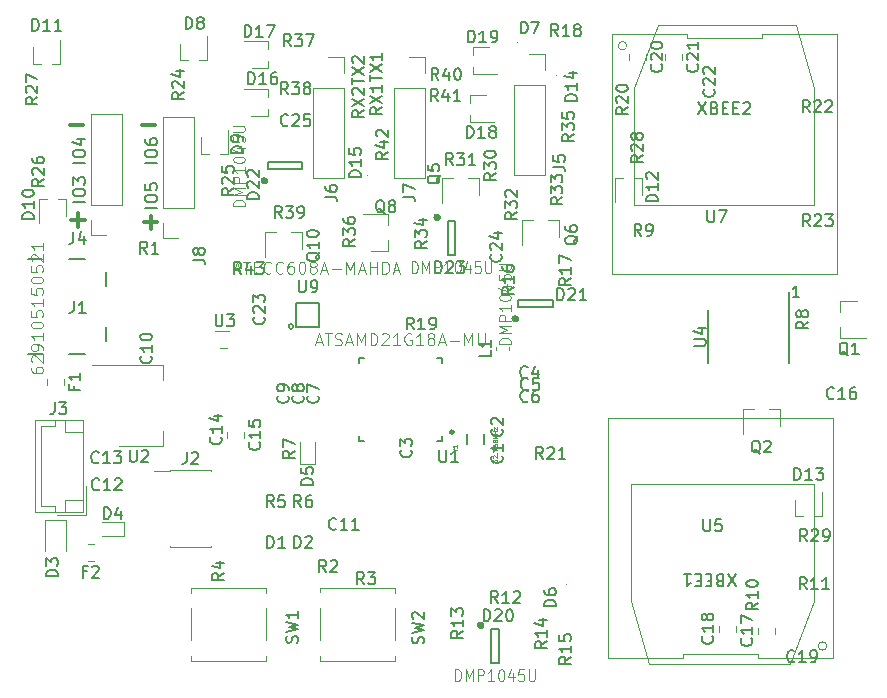
<source format=gbr>
G04 #@! TF.GenerationSoftware,KiCad,Pcbnew,(5.1.2)-1*
G04 #@! TF.CreationDate,2019-08-19T21:36:11+05:30*
G04 #@! TF.ProjectId,SAM21,53414d32-312e-46b6-9963-61645f706362,v1*
G04 #@! TF.SameCoordinates,Original*
G04 #@! TF.FileFunction,Legend,Top*
G04 #@! TF.FilePolarity,Positive*
%FSLAX46Y46*%
G04 Gerber Fmt 4.6, Leading zero omitted, Abs format (unit mm)*
G04 Created by KiCad (PCBNEW (5.1.2)-1) date 2019-08-19 21:36:11*
%MOMM*%
%LPD*%
G04 APERTURE LIST*
%ADD10C,0.300000*%
%ADD11C,0.150000*%
%ADD12C,0.120000*%
%ADD13C,0.127000*%
%ADD14C,0.050000*%
%ADD15C,0.200000*%
%ADD16C,0.100000*%
G04 APERTURE END LIST*
D10*
X117716371Y-86848142D02*
X118859228Y-86848142D01*
X118287800Y-87419571D02*
X118287800Y-86276714D01*
X117538571Y-78593142D02*
X118681428Y-78593142D01*
X111442571Y-78593142D02*
X112585428Y-78593142D01*
X111569571Y-86644942D02*
X112712428Y-86644942D01*
X112141000Y-87216371D02*
X112141000Y-86073514D01*
D11*
X164663714Y-76668380D02*
X165330380Y-77668380D01*
X165330380Y-76668380D02*
X164663714Y-77668380D01*
X166044666Y-77144571D02*
X166187523Y-77192190D01*
X166235142Y-77239809D01*
X166282761Y-77335047D01*
X166282761Y-77477904D01*
X166235142Y-77573142D01*
X166187523Y-77620761D01*
X166092285Y-77668380D01*
X165711333Y-77668380D01*
X165711333Y-76668380D01*
X166044666Y-76668380D01*
X166139904Y-76716000D01*
X166187523Y-76763619D01*
X166235142Y-76858857D01*
X166235142Y-76954095D01*
X166187523Y-77049333D01*
X166139904Y-77096952D01*
X166044666Y-77144571D01*
X165711333Y-77144571D01*
X166711333Y-77144571D02*
X167044666Y-77144571D01*
X167187523Y-77668380D02*
X166711333Y-77668380D01*
X166711333Y-76668380D01*
X167187523Y-76668380D01*
X167616095Y-77144571D02*
X167949428Y-77144571D01*
X168092285Y-77668380D02*
X167616095Y-77668380D01*
X167616095Y-76668380D01*
X168092285Y-76668380D01*
X168473238Y-76763619D02*
X168520857Y-76716000D01*
X168616095Y-76668380D01*
X168854190Y-76668380D01*
X168949428Y-76716000D01*
X168997047Y-76763619D01*
X169044666Y-76858857D01*
X169044666Y-76954095D01*
X168997047Y-77096952D01*
X168425619Y-77668380D01*
X169044666Y-77668380D01*
D12*
X174498000Y-85344000D02*
X174498000Y-75438000D01*
X159258000Y-75438000D02*
X159258000Y-85344000D01*
X159258000Y-85344000D02*
X174498000Y-85344000D01*
X172974000Y-70104000D02*
X174498000Y-75438000D01*
X161290000Y-70104000D02*
X172974000Y-70104000D01*
X159258000Y-75438000D02*
X161290000Y-70104000D01*
D11*
X167822285Y-117641619D02*
X167155619Y-116641619D01*
X167155619Y-117641619D02*
X167822285Y-116641619D01*
X166441333Y-117165428D02*
X166298476Y-117117809D01*
X166250857Y-117070190D01*
X166203238Y-116974952D01*
X166203238Y-116832095D01*
X166250857Y-116736857D01*
X166298476Y-116689238D01*
X166393714Y-116641619D01*
X166774666Y-116641619D01*
X166774666Y-117641619D01*
X166441333Y-117641619D01*
X166346095Y-117594000D01*
X166298476Y-117546380D01*
X166250857Y-117451142D01*
X166250857Y-117355904D01*
X166298476Y-117260666D01*
X166346095Y-117213047D01*
X166441333Y-117165428D01*
X166774666Y-117165428D01*
X165774666Y-117165428D02*
X165441333Y-117165428D01*
X165298476Y-116641619D02*
X165774666Y-116641619D01*
X165774666Y-117641619D01*
X165298476Y-117641619D01*
X164869904Y-117165428D02*
X164536571Y-117165428D01*
X164393714Y-116641619D02*
X164869904Y-116641619D01*
X164869904Y-117641619D01*
X164393714Y-117641619D01*
X163441333Y-116641619D02*
X164012761Y-116641619D01*
X163727047Y-116641619D02*
X163727047Y-117641619D01*
X163822285Y-117498761D01*
X163917523Y-117403523D01*
X164012761Y-117355904D01*
D12*
X160528000Y-124206000D02*
X159004000Y-118872000D01*
X172466000Y-124206000D02*
X160528000Y-124206000D01*
X174498000Y-118872000D02*
X172466000Y-124206000D01*
X174498000Y-108966000D02*
X174244000Y-108966000D01*
X174498000Y-118872000D02*
X174498000Y-108966000D01*
X159004000Y-108966000D02*
X159004000Y-118872000D01*
X174244000Y-108966000D02*
X159004000Y-108966000D01*
D11*
X173208914Y-93187780D02*
X172637485Y-93187780D01*
X172923200Y-93187780D02*
X172923200Y-92187780D01*
X172827961Y-92330638D01*
X172732723Y-92425876D01*
X172637485Y-92473495D01*
X135342380Y-75152095D02*
X135342380Y-74580666D01*
X136342380Y-74866380D02*
X135342380Y-74866380D01*
X135342380Y-74342571D02*
X136342380Y-73675904D01*
X135342380Y-73675904D02*
X136342380Y-74342571D01*
X135437619Y-73342571D02*
X135390000Y-73294952D01*
X135342380Y-73199714D01*
X135342380Y-72961619D01*
X135390000Y-72866380D01*
X135437619Y-72818761D01*
X135532857Y-72771142D01*
X135628095Y-72771142D01*
X135770952Y-72818761D01*
X136342380Y-73390190D01*
X136342380Y-72771142D01*
X136342380Y-77350857D02*
X135866190Y-77684190D01*
X136342380Y-77922285D02*
X135342380Y-77922285D01*
X135342380Y-77541333D01*
X135390000Y-77446095D01*
X135437619Y-77398476D01*
X135532857Y-77350857D01*
X135675714Y-77350857D01*
X135770952Y-77398476D01*
X135818571Y-77446095D01*
X135866190Y-77541333D01*
X135866190Y-77922285D01*
X135342380Y-77017523D02*
X136342380Y-76350857D01*
X135342380Y-76350857D02*
X136342380Y-77017523D01*
X135437619Y-76017523D02*
X135390000Y-75969904D01*
X135342380Y-75874666D01*
X135342380Y-75636571D01*
X135390000Y-75541333D01*
X135437619Y-75493714D01*
X135532857Y-75446095D01*
X135628095Y-75446095D01*
X135770952Y-75493714D01*
X136342380Y-76065142D01*
X136342380Y-75446095D01*
X136866380Y-74898095D02*
X136866380Y-74326666D01*
X137866380Y-74612380D02*
X136866380Y-74612380D01*
X136866380Y-74088571D02*
X137866380Y-73421904D01*
X136866380Y-73421904D02*
X137866380Y-74088571D01*
X137866380Y-72517142D02*
X137866380Y-73088571D01*
X137866380Y-72802857D02*
X136866380Y-72802857D01*
X137009238Y-72898095D01*
X137104476Y-72993333D01*
X137152095Y-73088571D01*
X137866380Y-77096857D02*
X137390190Y-77430190D01*
X137866380Y-77668285D02*
X136866380Y-77668285D01*
X136866380Y-77287333D01*
X136914000Y-77192095D01*
X136961619Y-77144476D01*
X137056857Y-77096857D01*
X137199714Y-77096857D01*
X137294952Y-77144476D01*
X137342571Y-77192095D01*
X137390190Y-77287333D01*
X137390190Y-77668285D01*
X136866380Y-76763523D02*
X137866380Y-76096857D01*
X136866380Y-76096857D02*
X137866380Y-76763523D01*
X137866380Y-75192095D02*
X137866380Y-75763523D01*
X137866380Y-75477809D02*
X136866380Y-75477809D01*
X137009238Y-75573047D01*
X137104476Y-75668285D01*
X137152095Y-75763523D01*
X112720380Y-81772000D02*
X111720380Y-81772000D01*
X111720380Y-81105333D02*
X111720380Y-80914857D01*
X111768000Y-80819619D01*
X111863238Y-80724380D01*
X112053714Y-80676761D01*
X112387047Y-80676761D01*
X112577523Y-80724380D01*
X112672761Y-80819619D01*
X112720380Y-80914857D01*
X112720380Y-81105333D01*
X112672761Y-81200571D01*
X112577523Y-81295809D01*
X112387047Y-81343428D01*
X112053714Y-81343428D01*
X111863238Y-81295809D01*
X111768000Y-81200571D01*
X111720380Y-81105333D01*
X112053714Y-79819619D02*
X112720380Y-79819619D01*
X111672761Y-80057714D02*
X112387047Y-80295809D01*
X112387047Y-79676761D01*
X112720380Y-85074000D02*
X111720380Y-85074000D01*
X111720380Y-84407333D02*
X111720380Y-84216857D01*
X111768000Y-84121619D01*
X111863238Y-84026380D01*
X112053714Y-83978761D01*
X112387047Y-83978761D01*
X112577523Y-84026380D01*
X112672761Y-84121619D01*
X112720380Y-84216857D01*
X112720380Y-84407333D01*
X112672761Y-84502571D01*
X112577523Y-84597809D01*
X112387047Y-84645428D01*
X112053714Y-84645428D01*
X111863238Y-84597809D01*
X111768000Y-84502571D01*
X111720380Y-84407333D01*
X111720380Y-83645428D02*
X111720380Y-83026380D01*
X112101333Y-83359714D01*
X112101333Y-83216857D01*
X112148952Y-83121619D01*
X112196571Y-83074000D01*
X112291809Y-83026380D01*
X112529904Y-83026380D01*
X112625142Y-83074000D01*
X112672761Y-83121619D01*
X112720380Y-83216857D01*
X112720380Y-83502571D01*
X112672761Y-83597809D01*
X112625142Y-83645428D01*
X118816380Y-85582000D02*
X117816380Y-85582000D01*
X117816380Y-84915333D02*
X117816380Y-84724857D01*
X117864000Y-84629619D01*
X117959238Y-84534380D01*
X118149714Y-84486761D01*
X118483047Y-84486761D01*
X118673523Y-84534380D01*
X118768761Y-84629619D01*
X118816380Y-84724857D01*
X118816380Y-84915333D01*
X118768761Y-85010571D01*
X118673523Y-85105809D01*
X118483047Y-85153428D01*
X118149714Y-85153428D01*
X117959238Y-85105809D01*
X117864000Y-85010571D01*
X117816380Y-84915333D01*
X117816380Y-83582000D02*
X117816380Y-84058190D01*
X118292571Y-84105809D01*
X118244952Y-84058190D01*
X118197333Y-83962952D01*
X118197333Y-83724857D01*
X118244952Y-83629619D01*
X118292571Y-83582000D01*
X118387809Y-83534380D01*
X118625904Y-83534380D01*
X118721142Y-83582000D01*
X118768761Y-83629619D01*
X118816380Y-83724857D01*
X118816380Y-83962952D01*
X118768761Y-84058190D01*
X118721142Y-84105809D01*
X118816380Y-81772000D02*
X117816380Y-81772000D01*
X117816380Y-81105333D02*
X117816380Y-80914857D01*
X117864000Y-80819619D01*
X117959238Y-80724380D01*
X118149714Y-80676761D01*
X118483047Y-80676761D01*
X118673523Y-80724380D01*
X118768761Y-80819619D01*
X118816380Y-80914857D01*
X118816380Y-81105333D01*
X118768761Y-81200571D01*
X118673523Y-81295809D01*
X118483047Y-81343428D01*
X118149714Y-81343428D01*
X117959238Y-81295809D01*
X117864000Y-81200571D01*
X117816380Y-81105333D01*
X117816380Y-79819619D02*
X117816380Y-80010095D01*
X117864000Y-80105333D01*
X117911619Y-80152952D01*
X118054476Y-80248190D01*
X118244952Y-80295809D01*
X118625904Y-80295809D01*
X118721142Y-80248190D01*
X118768761Y-80200571D01*
X118816380Y-80105333D01*
X118816380Y-79914857D01*
X118768761Y-79819619D01*
X118721142Y-79772000D01*
X118625904Y-79724380D01*
X118387809Y-79724380D01*
X118292571Y-79772000D01*
X118244952Y-79819619D01*
X118197333Y-79914857D01*
X118197333Y-80105333D01*
X118244952Y-80200571D01*
X118292571Y-80248190D01*
X118387809Y-80295809D01*
D12*
X158601210Y-71882000D02*
G75*
G03X158601210Y-71882000I-359210J0D01*
G01*
X163711334Y-70876000D02*
X157378000Y-70876000D01*
X163711334Y-71236000D02*
X163711334Y-70876000D01*
X170044666Y-71236000D02*
X163711334Y-71236000D01*
X170044666Y-70876000D02*
X170044666Y-71236000D01*
X176378000Y-70876000D02*
X170044666Y-70876000D01*
X176378000Y-91176000D02*
X176378000Y-70876000D01*
X157378000Y-91176000D02*
X176378000Y-91176000D01*
X157378000Y-70876000D02*
X157378000Y-91176000D01*
X112846000Y-111622000D02*
X112846000Y-109122000D01*
X110346000Y-111622000D02*
X112846000Y-111622000D01*
X111046000Y-104602000D02*
X112546000Y-104602000D01*
X111046000Y-103602000D02*
X111046000Y-104602000D01*
X111046000Y-110322000D02*
X112546000Y-110322000D01*
X111046000Y-111322000D02*
X111046000Y-110322000D01*
X110236000Y-104102000D02*
X110236000Y-103602000D01*
X109026000Y-104102000D02*
X110236000Y-104102000D01*
X109026000Y-110822000D02*
X109026000Y-104102000D01*
X110236000Y-110822000D02*
X109026000Y-110822000D01*
X110236000Y-111322000D02*
X110236000Y-110822000D01*
X108526000Y-103602000D02*
X108526000Y-111322000D01*
X112546000Y-103602000D02*
X108526000Y-103602000D01*
X112546000Y-111322000D02*
X112546000Y-103602000D01*
X108526000Y-111322000D02*
X112546000Y-111322000D01*
D11*
X172360000Y-92770000D02*
X172360000Y-98745000D01*
X165460000Y-94295000D02*
X165460000Y-98745000D01*
D13*
X146546000Y-105616000D02*
X146546000Y-104736000D01*
X145046000Y-105616000D02*
X145046000Y-104736000D01*
X109180000Y-97980000D02*
X107880000Y-97980000D01*
X109130000Y-89980000D02*
X107880000Y-89980000D01*
X112710000Y-97980000D02*
X111380000Y-97980000D01*
X112720000Y-89980000D02*
X111390000Y-89980000D01*
X114480000Y-95690000D02*
X114480000Y-96910000D01*
X114480000Y-91060000D02*
X114480000Y-92210000D01*
D14*
G36*
X149126000Y-95226000D02*
G01*
X149119460Y-95226000D01*
X149106380Y-95225310D01*
X149093360Y-95223950D01*
X149080430Y-95221900D01*
X149067620Y-95219180D01*
X149054970Y-95215790D01*
X149042520Y-95211740D01*
X149030300Y-95207050D01*
X149018340Y-95201720D01*
X149006670Y-95195780D01*
X148995330Y-95189230D01*
X148984350Y-95182100D01*
X148973760Y-95174410D01*
X148963580Y-95166170D01*
X148953850Y-95157410D01*
X148944600Y-95148150D01*
X148935830Y-95138420D01*
X148927590Y-95128240D01*
X148919900Y-95117650D01*
X148912770Y-95106670D01*
X148906220Y-95095330D01*
X148900280Y-95083670D01*
X148894950Y-95071710D01*
X148890260Y-95059480D01*
X148886210Y-95047030D01*
X148882820Y-95034380D01*
X148880100Y-95021580D01*
X148878050Y-95008640D01*
X148876690Y-94995620D01*
X148876000Y-94982550D01*
X148876000Y-94976000D01*
X148876000Y-94969460D01*
X148876690Y-94956380D01*
X148878050Y-94943360D01*
X148880100Y-94930430D01*
X148882820Y-94917620D01*
X148886210Y-94904970D01*
X148890260Y-94892520D01*
X148894950Y-94880300D01*
X148900280Y-94868340D01*
X148906220Y-94856670D01*
X148912770Y-94845330D01*
X148919900Y-94834350D01*
X148927590Y-94823760D01*
X148935830Y-94813580D01*
X148944590Y-94803850D01*
X148953850Y-94794600D01*
X148963580Y-94785830D01*
X148973760Y-94777590D01*
X148984350Y-94769900D01*
X148995330Y-94762770D01*
X149006670Y-94756220D01*
X149018330Y-94750280D01*
X149030290Y-94744950D01*
X149042520Y-94740260D01*
X149054970Y-94736210D01*
X149067620Y-94732820D01*
X149080420Y-94730100D01*
X149093360Y-94728050D01*
X149106380Y-94726690D01*
X149119450Y-94726000D01*
X149126000Y-94726000D01*
X149132540Y-94726000D01*
X149145620Y-94726690D01*
X149158640Y-94728050D01*
X149171570Y-94730100D01*
X149184380Y-94732820D01*
X149197030Y-94736210D01*
X149209480Y-94740260D01*
X149221700Y-94744950D01*
X149233660Y-94750280D01*
X149245330Y-94756220D01*
X149256670Y-94762770D01*
X149267650Y-94769900D01*
X149278240Y-94777590D01*
X149288420Y-94785830D01*
X149298150Y-94794590D01*
X149307400Y-94803850D01*
X149316170Y-94813580D01*
X149324410Y-94823760D01*
X149332100Y-94834350D01*
X149339230Y-94845330D01*
X149345780Y-94856670D01*
X149351720Y-94868330D01*
X149357050Y-94880290D01*
X149361740Y-94892520D01*
X149365790Y-94904970D01*
X149369180Y-94917620D01*
X149371900Y-94930420D01*
X149373950Y-94943360D01*
X149375310Y-94956380D01*
X149376000Y-94969450D01*
X149376000Y-94976000D01*
X149376000Y-94982540D01*
X149375310Y-94995620D01*
X149373950Y-95008640D01*
X149371900Y-95021570D01*
X149369180Y-95034380D01*
X149365790Y-95047030D01*
X149361740Y-95059480D01*
X149357050Y-95071700D01*
X149351720Y-95083660D01*
X149345780Y-95095330D01*
X149339230Y-95106670D01*
X149332100Y-95117650D01*
X149324410Y-95128240D01*
X149316170Y-95138420D01*
X149307410Y-95148150D01*
X149298150Y-95157400D01*
X149288420Y-95166170D01*
X149278240Y-95174410D01*
X149267650Y-95182100D01*
X149256670Y-95189230D01*
X149245330Y-95195780D01*
X149233670Y-95201720D01*
X149221710Y-95207050D01*
X149209480Y-95211740D01*
X149197030Y-95215790D01*
X149184380Y-95219180D01*
X149171580Y-95221900D01*
X149158640Y-95223950D01*
X149145620Y-95225310D01*
X149132550Y-95226000D01*
X149126000Y-95226000D01*
G37*
X149126000Y-95226000D02*
X149119460Y-95226000D01*
X149106380Y-95225310D01*
X149093360Y-95223950D01*
X149080430Y-95221900D01*
X149067620Y-95219180D01*
X149054970Y-95215790D01*
X149042520Y-95211740D01*
X149030300Y-95207050D01*
X149018340Y-95201720D01*
X149006670Y-95195780D01*
X148995330Y-95189230D01*
X148984350Y-95182100D01*
X148973760Y-95174410D01*
X148963580Y-95166170D01*
X148953850Y-95157410D01*
X148944600Y-95148150D01*
X148935830Y-95138420D01*
X148927590Y-95128240D01*
X148919900Y-95117650D01*
X148912770Y-95106670D01*
X148906220Y-95095330D01*
X148900280Y-95083670D01*
X148894950Y-95071710D01*
X148890260Y-95059480D01*
X148886210Y-95047030D01*
X148882820Y-95034380D01*
X148880100Y-95021580D01*
X148878050Y-95008640D01*
X148876690Y-94995620D01*
X148876000Y-94982550D01*
X148876000Y-94976000D01*
X148876000Y-94969460D01*
X148876690Y-94956380D01*
X148878050Y-94943360D01*
X148880100Y-94930430D01*
X148882820Y-94917620D01*
X148886210Y-94904970D01*
X148890260Y-94892520D01*
X148894950Y-94880300D01*
X148900280Y-94868340D01*
X148906220Y-94856670D01*
X148912770Y-94845330D01*
X148919900Y-94834350D01*
X148927590Y-94823760D01*
X148935830Y-94813580D01*
X148944590Y-94803850D01*
X148953850Y-94794600D01*
X148963580Y-94785830D01*
X148973760Y-94777590D01*
X148984350Y-94769900D01*
X148995330Y-94762770D01*
X149006670Y-94756220D01*
X149018330Y-94750280D01*
X149030290Y-94744950D01*
X149042520Y-94740260D01*
X149054970Y-94736210D01*
X149067620Y-94732820D01*
X149080420Y-94730100D01*
X149093360Y-94728050D01*
X149106380Y-94726690D01*
X149119450Y-94726000D01*
X149126000Y-94726000D01*
X149132540Y-94726000D01*
X149145620Y-94726690D01*
X149158640Y-94728050D01*
X149171570Y-94730100D01*
X149184380Y-94732820D01*
X149197030Y-94736210D01*
X149209480Y-94740260D01*
X149221700Y-94744950D01*
X149233660Y-94750280D01*
X149245330Y-94756220D01*
X149256670Y-94762770D01*
X149267650Y-94769900D01*
X149278240Y-94777590D01*
X149288420Y-94785830D01*
X149298150Y-94794590D01*
X149307400Y-94803850D01*
X149316170Y-94813580D01*
X149324410Y-94823760D01*
X149332100Y-94834350D01*
X149339230Y-94845330D01*
X149345780Y-94856670D01*
X149351720Y-94868330D01*
X149357050Y-94880290D01*
X149361740Y-94892520D01*
X149365790Y-94904970D01*
X149369180Y-94917620D01*
X149371900Y-94930420D01*
X149373950Y-94943360D01*
X149375310Y-94956380D01*
X149376000Y-94969450D01*
X149376000Y-94976000D01*
X149376000Y-94982540D01*
X149375310Y-94995620D01*
X149373950Y-95008640D01*
X149371900Y-95021570D01*
X149369180Y-95034380D01*
X149365790Y-95047030D01*
X149361740Y-95059480D01*
X149357050Y-95071700D01*
X149351720Y-95083660D01*
X149345780Y-95095330D01*
X149339230Y-95106670D01*
X149332100Y-95117650D01*
X149324410Y-95128240D01*
X149316170Y-95138420D01*
X149307410Y-95148150D01*
X149298150Y-95157400D01*
X149288420Y-95166170D01*
X149278240Y-95174410D01*
X149267650Y-95182100D01*
X149256670Y-95189230D01*
X149245330Y-95195780D01*
X149233670Y-95201720D01*
X149221710Y-95207050D01*
X149209480Y-95211740D01*
X149197030Y-95215790D01*
X149184380Y-95219180D01*
X149171580Y-95221900D01*
X149158640Y-95223950D01*
X149145620Y-95225310D01*
X149132550Y-95226000D01*
X149126000Y-95226000D01*
X149376000Y-94976000D02*
G75*
G03X149376000Y-94976000I-250000J0D01*
G01*
D15*
X152326000Y-94026000D02*
X149426000Y-94026000D01*
X152326000Y-93426000D02*
X152326000Y-94026000D01*
X149426000Y-93426000D02*
X152326000Y-93426000D01*
X149426000Y-94026000D02*
X149426000Y-93426000D01*
D14*
G36*
X127891000Y-83542000D02*
G01*
X127884460Y-83542000D01*
X127871380Y-83541310D01*
X127858360Y-83539950D01*
X127845430Y-83537900D01*
X127832620Y-83535180D01*
X127819970Y-83531790D01*
X127807520Y-83527740D01*
X127795300Y-83523050D01*
X127783340Y-83517720D01*
X127771670Y-83511780D01*
X127760330Y-83505230D01*
X127749350Y-83498100D01*
X127738760Y-83490410D01*
X127728580Y-83482170D01*
X127718850Y-83473410D01*
X127709600Y-83464150D01*
X127700830Y-83454420D01*
X127692590Y-83444240D01*
X127684900Y-83433650D01*
X127677770Y-83422670D01*
X127671220Y-83411330D01*
X127665280Y-83399670D01*
X127659950Y-83387710D01*
X127655260Y-83375480D01*
X127651210Y-83363030D01*
X127647820Y-83350380D01*
X127645100Y-83337580D01*
X127643050Y-83324640D01*
X127641690Y-83311620D01*
X127641000Y-83298550D01*
X127641000Y-83292000D01*
X127641000Y-83285460D01*
X127641690Y-83272380D01*
X127643050Y-83259360D01*
X127645100Y-83246430D01*
X127647820Y-83233620D01*
X127651210Y-83220970D01*
X127655260Y-83208520D01*
X127659950Y-83196300D01*
X127665280Y-83184340D01*
X127671220Y-83172670D01*
X127677770Y-83161330D01*
X127684900Y-83150350D01*
X127692590Y-83139760D01*
X127700830Y-83129580D01*
X127709590Y-83119850D01*
X127718850Y-83110600D01*
X127728580Y-83101830D01*
X127738760Y-83093590D01*
X127749350Y-83085900D01*
X127760330Y-83078770D01*
X127771670Y-83072220D01*
X127783330Y-83066280D01*
X127795290Y-83060950D01*
X127807520Y-83056260D01*
X127819970Y-83052210D01*
X127832620Y-83048820D01*
X127845420Y-83046100D01*
X127858360Y-83044050D01*
X127871380Y-83042690D01*
X127884450Y-83042000D01*
X127891000Y-83042000D01*
X127897540Y-83042000D01*
X127910620Y-83042690D01*
X127923640Y-83044050D01*
X127936570Y-83046100D01*
X127949380Y-83048820D01*
X127962030Y-83052210D01*
X127974480Y-83056260D01*
X127986700Y-83060950D01*
X127998660Y-83066280D01*
X128010330Y-83072220D01*
X128021670Y-83078770D01*
X128032650Y-83085900D01*
X128043240Y-83093590D01*
X128053420Y-83101830D01*
X128063150Y-83110590D01*
X128072400Y-83119850D01*
X128081170Y-83129580D01*
X128089410Y-83139760D01*
X128097100Y-83150350D01*
X128104230Y-83161330D01*
X128110780Y-83172670D01*
X128116720Y-83184330D01*
X128122050Y-83196290D01*
X128126740Y-83208520D01*
X128130790Y-83220970D01*
X128134180Y-83233620D01*
X128136900Y-83246420D01*
X128138950Y-83259360D01*
X128140310Y-83272380D01*
X128141000Y-83285450D01*
X128141000Y-83292000D01*
X128141000Y-83298540D01*
X128140310Y-83311620D01*
X128138950Y-83324640D01*
X128136900Y-83337570D01*
X128134180Y-83350380D01*
X128130790Y-83363030D01*
X128126740Y-83375480D01*
X128122050Y-83387700D01*
X128116720Y-83399660D01*
X128110780Y-83411330D01*
X128104230Y-83422670D01*
X128097100Y-83433650D01*
X128089410Y-83444240D01*
X128081170Y-83454420D01*
X128072410Y-83464150D01*
X128063150Y-83473400D01*
X128053420Y-83482170D01*
X128043240Y-83490410D01*
X128032650Y-83498100D01*
X128021670Y-83505230D01*
X128010330Y-83511780D01*
X127998670Y-83517720D01*
X127986710Y-83523050D01*
X127974480Y-83527740D01*
X127962030Y-83531790D01*
X127949380Y-83535180D01*
X127936580Y-83537900D01*
X127923640Y-83539950D01*
X127910620Y-83541310D01*
X127897550Y-83542000D01*
X127891000Y-83542000D01*
G37*
X127891000Y-83542000D02*
X127884460Y-83542000D01*
X127871380Y-83541310D01*
X127858360Y-83539950D01*
X127845430Y-83537900D01*
X127832620Y-83535180D01*
X127819970Y-83531790D01*
X127807520Y-83527740D01*
X127795300Y-83523050D01*
X127783340Y-83517720D01*
X127771670Y-83511780D01*
X127760330Y-83505230D01*
X127749350Y-83498100D01*
X127738760Y-83490410D01*
X127728580Y-83482170D01*
X127718850Y-83473410D01*
X127709600Y-83464150D01*
X127700830Y-83454420D01*
X127692590Y-83444240D01*
X127684900Y-83433650D01*
X127677770Y-83422670D01*
X127671220Y-83411330D01*
X127665280Y-83399670D01*
X127659950Y-83387710D01*
X127655260Y-83375480D01*
X127651210Y-83363030D01*
X127647820Y-83350380D01*
X127645100Y-83337580D01*
X127643050Y-83324640D01*
X127641690Y-83311620D01*
X127641000Y-83298550D01*
X127641000Y-83292000D01*
X127641000Y-83285460D01*
X127641690Y-83272380D01*
X127643050Y-83259360D01*
X127645100Y-83246430D01*
X127647820Y-83233620D01*
X127651210Y-83220970D01*
X127655260Y-83208520D01*
X127659950Y-83196300D01*
X127665280Y-83184340D01*
X127671220Y-83172670D01*
X127677770Y-83161330D01*
X127684900Y-83150350D01*
X127692590Y-83139760D01*
X127700830Y-83129580D01*
X127709590Y-83119850D01*
X127718850Y-83110600D01*
X127728580Y-83101830D01*
X127738760Y-83093590D01*
X127749350Y-83085900D01*
X127760330Y-83078770D01*
X127771670Y-83072220D01*
X127783330Y-83066280D01*
X127795290Y-83060950D01*
X127807520Y-83056260D01*
X127819970Y-83052210D01*
X127832620Y-83048820D01*
X127845420Y-83046100D01*
X127858360Y-83044050D01*
X127871380Y-83042690D01*
X127884450Y-83042000D01*
X127891000Y-83042000D01*
X127897540Y-83042000D01*
X127910620Y-83042690D01*
X127923640Y-83044050D01*
X127936570Y-83046100D01*
X127949380Y-83048820D01*
X127962030Y-83052210D01*
X127974480Y-83056260D01*
X127986700Y-83060950D01*
X127998660Y-83066280D01*
X128010330Y-83072220D01*
X128021670Y-83078770D01*
X128032650Y-83085900D01*
X128043240Y-83093590D01*
X128053420Y-83101830D01*
X128063150Y-83110590D01*
X128072400Y-83119850D01*
X128081170Y-83129580D01*
X128089410Y-83139760D01*
X128097100Y-83150350D01*
X128104230Y-83161330D01*
X128110780Y-83172670D01*
X128116720Y-83184330D01*
X128122050Y-83196290D01*
X128126740Y-83208520D01*
X128130790Y-83220970D01*
X128134180Y-83233620D01*
X128136900Y-83246420D01*
X128138950Y-83259360D01*
X128140310Y-83272380D01*
X128141000Y-83285450D01*
X128141000Y-83292000D01*
X128141000Y-83298540D01*
X128140310Y-83311620D01*
X128138950Y-83324640D01*
X128136900Y-83337570D01*
X128134180Y-83350380D01*
X128130790Y-83363030D01*
X128126740Y-83375480D01*
X128122050Y-83387700D01*
X128116720Y-83399660D01*
X128110780Y-83411330D01*
X128104230Y-83422670D01*
X128097100Y-83433650D01*
X128089410Y-83444240D01*
X128081170Y-83454420D01*
X128072410Y-83464150D01*
X128063150Y-83473400D01*
X128053420Y-83482170D01*
X128043240Y-83490410D01*
X128032650Y-83498100D01*
X128021670Y-83505230D01*
X128010330Y-83511780D01*
X127998670Y-83517720D01*
X127986710Y-83523050D01*
X127974480Y-83527740D01*
X127962030Y-83531790D01*
X127949380Y-83535180D01*
X127936580Y-83537900D01*
X127923640Y-83539950D01*
X127910620Y-83541310D01*
X127897550Y-83542000D01*
X127891000Y-83542000D01*
X128141000Y-83292000D02*
G75*
G03X128141000Y-83292000I-250000J0D01*
G01*
D15*
X131091000Y-82342000D02*
X128191000Y-82342000D01*
X131091000Y-81742000D02*
X131091000Y-82342000D01*
X128191000Y-81742000D02*
X131091000Y-81742000D01*
X128191000Y-82342000D02*
X128191000Y-81742000D01*
D14*
G36*
X145947000Y-120932000D02*
G01*
X145947000Y-120925460D01*
X145947690Y-120912380D01*
X145949050Y-120899360D01*
X145951100Y-120886430D01*
X145953820Y-120873620D01*
X145957210Y-120860970D01*
X145961260Y-120848520D01*
X145965950Y-120836300D01*
X145971280Y-120824340D01*
X145977220Y-120812670D01*
X145983770Y-120801330D01*
X145990900Y-120790350D01*
X145998590Y-120779760D01*
X146006830Y-120769580D01*
X146015590Y-120759850D01*
X146024850Y-120750600D01*
X146034580Y-120741830D01*
X146044760Y-120733590D01*
X146055350Y-120725900D01*
X146066330Y-120718770D01*
X146077670Y-120712220D01*
X146089330Y-120706280D01*
X146101290Y-120700950D01*
X146113520Y-120696260D01*
X146125970Y-120692210D01*
X146138620Y-120688820D01*
X146151420Y-120686100D01*
X146164360Y-120684050D01*
X146177380Y-120682690D01*
X146190450Y-120682000D01*
X146197000Y-120682000D01*
X146203540Y-120682000D01*
X146216620Y-120682690D01*
X146229640Y-120684050D01*
X146242570Y-120686100D01*
X146255380Y-120688820D01*
X146268030Y-120692210D01*
X146280480Y-120696260D01*
X146292700Y-120700950D01*
X146304660Y-120706280D01*
X146316330Y-120712220D01*
X146327670Y-120718770D01*
X146338650Y-120725900D01*
X146349240Y-120733590D01*
X146359420Y-120741830D01*
X146369150Y-120750590D01*
X146378400Y-120759850D01*
X146387170Y-120769580D01*
X146395410Y-120779760D01*
X146403100Y-120790350D01*
X146410230Y-120801330D01*
X146416780Y-120812670D01*
X146422720Y-120824330D01*
X146428050Y-120836290D01*
X146432740Y-120848520D01*
X146436790Y-120860970D01*
X146440180Y-120873620D01*
X146442900Y-120886420D01*
X146444950Y-120899360D01*
X146446310Y-120912380D01*
X146447000Y-120925450D01*
X146447000Y-120932000D01*
X146447000Y-120938540D01*
X146446310Y-120951620D01*
X146444950Y-120964640D01*
X146442900Y-120977570D01*
X146440180Y-120990380D01*
X146436790Y-121003030D01*
X146432740Y-121015480D01*
X146428050Y-121027700D01*
X146422720Y-121039660D01*
X146416780Y-121051330D01*
X146410230Y-121062670D01*
X146403100Y-121073650D01*
X146395410Y-121084240D01*
X146387170Y-121094420D01*
X146378410Y-121104150D01*
X146369150Y-121113400D01*
X146359420Y-121122170D01*
X146349240Y-121130410D01*
X146338650Y-121138100D01*
X146327670Y-121145230D01*
X146316330Y-121151780D01*
X146304670Y-121157720D01*
X146292710Y-121163050D01*
X146280480Y-121167740D01*
X146268030Y-121171790D01*
X146255380Y-121175180D01*
X146242580Y-121177900D01*
X146229640Y-121179950D01*
X146216620Y-121181310D01*
X146203550Y-121182000D01*
X146197000Y-121182000D01*
X146190460Y-121182000D01*
X146177380Y-121181310D01*
X146164360Y-121179950D01*
X146151430Y-121177900D01*
X146138620Y-121175180D01*
X146125970Y-121171790D01*
X146113520Y-121167740D01*
X146101300Y-121163050D01*
X146089340Y-121157720D01*
X146077670Y-121151780D01*
X146066330Y-121145230D01*
X146055350Y-121138100D01*
X146044760Y-121130410D01*
X146034580Y-121122170D01*
X146024850Y-121113410D01*
X146015600Y-121104150D01*
X146006830Y-121094420D01*
X145998590Y-121084240D01*
X145990900Y-121073650D01*
X145983770Y-121062670D01*
X145977220Y-121051330D01*
X145971280Y-121039670D01*
X145965950Y-121027710D01*
X145961260Y-121015480D01*
X145957210Y-121003030D01*
X145953820Y-120990380D01*
X145951100Y-120977580D01*
X145949050Y-120964640D01*
X145947690Y-120951620D01*
X145947000Y-120938550D01*
X145947000Y-120932000D01*
G37*
X145947000Y-120932000D02*
X145947000Y-120925460D01*
X145947690Y-120912380D01*
X145949050Y-120899360D01*
X145951100Y-120886430D01*
X145953820Y-120873620D01*
X145957210Y-120860970D01*
X145961260Y-120848520D01*
X145965950Y-120836300D01*
X145971280Y-120824340D01*
X145977220Y-120812670D01*
X145983770Y-120801330D01*
X145990900Y-120790350D01*
X145998590Y-120779760D01*
X146006830Y-120769580D01*
X146015590Y-120759850D01*
X146024850Y-120750600D01*
X146034580Y-120741830D01*
X146044760Y-120733590D01*
X146055350Y-120725900D01*
X146066330Y-120718770D01*
X146077670Y-120712220D01*
X146089330Y-120706280D01*
X146101290Y-120700950D01*
X146113520Y-120696260D01*
X146125970Y-120692210D01*
X146138620Y-120688820D01*
X146151420Y-120686100D01*
X146164360Y-120684050D01*
X146177380Y-120682690D01*
X146190450Y-120682000D01*
X146197000Y-120682000D01*
X146203540Y-120682000D01*
X146216620Y-120682690D01*
X146229640Y-120684050D01*
X146242570Y-120686100D01*
X146255380Y-120688820D01*
X146268030Y-120692210D01*
X146280480Y-120696260D01*
X146292700Y-120700950D01*
X146304660Y-120706280D01*
X146316330Y-120712220D01*
X146327670Y-120718770D01*
X146338650Y-120725900D01*
X146349240Y-120733590D01*
X146359420Y-120741830D01*
X146369150Y-120750590D01*
X146378400Y-120759850D01*
X146387170Y-120769580D01*
X146395410Y-120779760D01*
X146403100Y-120790350D01*
X146410230Y-120801330D01*
X146416780Y-120812670D01*
X146422720Y-120824330D01*
X146428050Y-120836290D01*
X146432740Y-120848520D01*
X146436790Y-120860970D01*
X146440180Y-120873620D01*
X146442900Y-120886420D01*
X146444950Y-120899360D01*
X146446310Y-120912380D01*
X146447000Y-120925450D01*
X146447000Y-120932000D01*
X146447000Y-120938540D01*
X146446310Y-120951620D01*
X146444950Y-120964640D01*
X146442900Y-120977570D01*
X146440180Y-120990380D01*
X146436790Y-121003030D01*
X146432740Y-121015480D01*
X146428050Y-121027700D01*
X146422720Y-121039660D01*
X146416780Y-121051330D01*
X146410230Y-121062670D01*
X146403100Y-121073650D01*
X146395410Y-121084240D01*
X146387170Y-121094420D01*
X146378410Y-121104150D01*
X146369150Y-121113400D01*
X146359420Y-121122170D01*
X146349240Y-121130410D01*
X146338650Y-121138100D01*
X146327670Y-121145230D01*
X146316330Y-121151780D01*
X146304670Y-121157720D01*
X146292710Y-121163050D01*
X146280480Y-121167740D01*
X146268030Y-121171790D01*
X146255380Y-121175180D01*
X146242580Y-121177900D01*
X146229640Y-121179950D01*
X146216620Y-121181310D01*
X146203550Y-121182000D01*
X146197000Y-121182000D01*
X146190460Y-121182000D01*
X146177380Y-121181310D01*
X146164360Y-121179950D01*
X146151430Y-121177900D01*
X146138620Y-121175180D01*
X146125970Y-121171790D01*
X146113520Y-121167740D01*
X146101300Y-121163050D01*
X146089340Y-121157720D01*
X146077670Y-121151780D01*
X146066330Y-121145230D01*
X146055350Y-121138100D01*
X146044760Y-121130410D01*
X146034580Y-121122170D01*
X146024850Y-121113410D01*
X146015600Y-121104150D01*
X146006830Y-121094420D01*
X145998590Y-121084240D01*
X145990900Y-121073650D01*
X145983770Y-121062670D01*
X145977220Y-121051330D01*
X145971280Y-121039670D01*
X145965950Y-121027710D01*
X145961260Y-121015480D01*
X145957210Y-121003030D01*
X145953820Y-120990380D01*
X145951100Y-120977580D01*
X145949050Y-120964640D01*
X145947690Y-120951620D01*
X145947000Y-120938550D01*
X145947000Y-120932000D01*
X146447000Y-120932000D02*
G75*
G03X146447000Y-120932000I-250000J0D01*
G01*
D15*
X147147000Y-124132000D02*
X147147000Y-121232000D01*
X147747000Y-124132000D02*
X147147000Y-124132000D01*
X147747000Y-121232000D02*
X147747000Y-124132000D01*
X147147000Y-121232000D02*
X147747000Y-121232000D01*
D14*
G36*
X142264000Y-86388000D02*
G01*
X142264000Y-86381460D01*
X142264690Y-86368380D01*
X142266050Y-86355360D01*
X142268100Y-86342430D01*
X142270820Y-86329620D01*
X142274210Y-86316970D01*
X142278260Y-86304520D01*
X142282950Y-86292300D01*
X142288280Y-86280340D01*
X142294220Y-86268670D01*
X142300770Y-86257330D01*
X142307900Y-86246350D01*
X142315590Y-86235760D01*
X142323830Y-86225580D01*
X142332590Y-86215850D01*
X142341850Y-86206600D01*
X142351580Y-86197830D01*
X142361760Y-86189590D01*
X142372350Y-86181900D01*
X142383330Y-86174770D01*
X142394670Y-86168220D01*
X142406330Y-86162280D01*
X142418290Y-86156950D01*
X142430520Y-86152260D01*
X142442970Y-86148210D01*
X142455620Y-86144820D01*
X142468420Y-86142100D01*
X142481360Y-86140050D01*
X142494380Y-86138690D01*
X142507450Y-86138000D01*
X142514000Y-86138000D01*
X142520540Y-86138000D01*
X142533620Y-86138690D01*
X142546640Y-86140050D01*
X142559570Y-86142100D01*
X142572380Y-86144820D01*
X142585030Y-86148210D01*
X142597480Y-86152260D01*
X142609700Y-86156950D01*
X142621660Y-86162280D01*
X142633330Y-86168220D01*
X142644670Y-86174770D01*
X142655650Y-86181900D01*
X142666240Y-86189590D01*
X142676420Y-86197830D01*
X142686150Y-86206590D01*
X142695400Y-86215850D01*
X142704170Y-86225580D01*
X142712410Y-86235760D01*
X142720100Y-86246350D01*
X142727230Y-86257330D01*
X142733780Y-86268670D01*
X142739720Y-86280330D01*
X142745050Y-86292290D01*
X142749740Y-86304520D01*
X142753790Y-86316970D01*
X142757180Y-86329620D01*
X142759900Y-86342420D01*
X142761950Y-86355360D01*
X142763310Y-86368380D01*
X142764000Y-86381450D01*
X142764000Y-86388000D01*
X142764000Y-86394540D01*
X142763310Y-86407620D01*
X142761950Y-86420640D01*
X142759900Y-86433570D01*
X142757180Y-86446380D01*
X142753790Y-86459030D01*
X142749740Y-86471480D01*
X142745050Y-86483700D01*
X142739720Y-86495660D01*
X142733780Y-86507330D01*
X142727230Y-86518670D01*
X142720100Y-86529650D01*
X142712410Y-86540240D01*
X142704170Y-86550420D01*
X142695410Y-86560150D01*
X142686150Y-86569400D01*
X142676420Y-86578170D01*
X142666240Y-86586410D01*
X142655650Y-86594100D01*
X142644670Y-86601230D01*
X142633330Y-86607780D01*
X142621670Y-86613720D01*
X142609710Y-86619050D01*
X142597480Y-86623740D01*
X142585030Y-86627790D01*
X142572380Y-86631180D01*
X142559580Y-86633900D01*
X142546640Y-86635950D01*
X142533620Y-86637310D01*
X142520550Y-86638000D01*
X142514000Y-86638000D01*
X142507460Y-86638000D01*
X142494380Y-86637310D01*
X142481360Y-86635950D01*
X142468430Y-86633900D01*
X142455620Y-86631180D01*
X142442970Y-86627790D01*
X142430520Y-86623740D01*
X142418300Y-86619050D01*
X142406340Y-86613720D01*
X142394670Y-86607780D01*
X142383330Y-86601230D01*
X142372350Y-86594100D01*
X142361760Y-86586410D01*
X142351580Y-86578170D01*
X142341850Y-86569410D01*
X142332600Y-86560150D01*
X142323830Y-86550420D01*
X142315590Y-86540240D01*
X142307900Y-86529650D01*
X142300770Y-86518670D01*
X142294220Y-86507330D01*
X142288280Y-86495670D01*
X142282950Y-86483710D01*
X142278260Y-86471480D01*
X142274210Y-86459030D01*
X142270820Y-86446380D01*
X142268100Y-86433580D01*
X142266050Y-86420640D01*
X142264690Y-86407620D01*
X142264000Y-86394550D01*
X142264000Y-86388000D01*
G37*
X142264000Y-86388000D02*
X142264000Y-86381460D01*
X142264690Y-86368380D01*
X142266050Y-86355360D01*
X142268100Y-86342430D01*
X142270820Y-86329620D01*
X142274210Y-86316970D01*
X142278260Y-86304520D01*
X142282950Y-86292300D01*
X142288280Y-86280340D01*
X142294220Y-86268670D01*
X142300770Y-86257330D01*
X142307900Y-86246350D01*
X142315590Y-86235760D01*
X142323830Y-86225580D01*
X142332590Y-86215850D01*
X142341850Y-86206600D01*
X142351580Y-86197830D01*
X142361760Y-86189590D01*
X142372350Y-86181900D01*
X142383330Y-86174770D01*
X142394670Y-86168220D01*
X142406330Y-86162280D01*
X142418290Y-86156950D01*
X142430520Y-86152260D01*
X142442970Y-86148210D01*
X142455620Y-86144820D01*
X142468420Y-86142100D01*
X142481360Y-86140050D01*
X142494380Y-86138690D01*
X142507450Y-86138000D01*
X142514000Y-86138000D01*
X142520540Y-86138000D01*
X142533620Y-86138690D01*
X142546640Y-86140050D01*
X142559570Y-86142100D01*
X142572380Y-86144820D01*
X142585030Y-86148210D01*
X142597480Y-86152260D01*
X142609700Y-86156950D01*
X142621660Y-86162280D01*
X142633330Y-86168220D01*
X142644670Y-86174770D01*
X142655650Y-86181900D01*
X142666240Y-86189590D01*
X142676420Y-86197830D01*
X142686150Y-86206590D01*
X142695400Y-86215850D01*
X142704170Y-86225580D01*
X142712410Y-86235760D01*
X142720100Y-86246350D01*
X142727230Y-86257330D01*
X142733780Y-86268670D01*
X142739720Y-86280330D01*
X142745050Y-86292290D01*
X142749740Y-86304520D01*
X142753790Y-86316970D01*
X142757180Y-86329620D01*
X142759900Y-86342420D01*
X142761950Y-86355360D01*
X142763310Y-86368380D01*
X142764000Y-86381450D01*
X142764000Y-86388000D01*
X142764000Y-86394540D01*
X142763310Y-86407620D01*
X142761950Y-86420640D01*
X142759900Y-86433570D01*
X142757180Y-86446380D01*
X142753790Y-86459030D01*
X142749740Y-86471480D01*
X142745050Y-86483700D01*
X142739720Y-86495660D01*
X142733780Y-86507330D01*
X142727230Y-86518670D01*
X142720100Y-86529650D01*
X142712410Y-86540240D01*
X142704170Y-86550420D01*
X142695410Y-86560150D01*
X142686150Y-86569400D01*
X142676420Y-86578170D01*
X142666240Y-86586410D01*
X142655650Y-86594100D01*
X142644670Y-86601230D01*
X142633330Y-86607780D01*
X142621670Y-86613720D01*
X142609710Y-86619050D01*
X142597480Y-86623740D01*
X142585030Y-86627790D01*
X142572380Y-86631180D01*
X142559580Y-86633900D01*
X142546640Y-86635950D01*
X142533620Y-86637310D01*
X142520550Y-86638000D01*
X142514000Y-86638000D01*
X142507460Y-86638000D01*
X142494380Y-86637310D01*
X142481360Y-86635950D01*
X142468430Y-86633900D01*
X142455620Y-86631180D01*
X142442970Y-86627790D01*
X142430520Y-86623740D01*
X142418300Y-86619050D01*
X142406340Y-86613720D01*
X142394670Y-86607780D01*
X142383330Y-86601230D01*
X142372350Y-86594100D01*
X142361760Y-86586410D01*
X142351580Y-86578170D01*
X142341850Y-86569410D01*
X142332600Y-86560150D01*
X142323830Y-86550420D01*
X142315590Y-86540240D01*
X142307900Y-86529650D01*
X142300770Y-86518670D01*
X142294220Y-86507330D01*
X142288280Y-86495670D01*
X142282950Y-86483710D01*
X142278260Y-86471480D01*
X142274210Y-86459030D01*
X142270820Y-86446380D01*
X142268100Y-86433580D01*
X142266050Y-86420640D01*
X142264690Y-86407620D01*
X142264000Y-86394550D01*
X142264000Y-86388000D01*
X142764000Y-86388000D02*
G75*
G03X142764000Y-86388000I-250000J0D01*
G01*
D15*
X143464000Y-89588000D02*
X143464000Y-86688000D01*
X144064000Y-89588000D02*
X143464000Y-89588000D01*
X144064000Y-86688000D02*
X144064000Y-89588000D01*
X143464000Y-86688000D02*
X144064000Y-86688000D01*
D10*
X143896000Y-104604000D02*
G75*
G03X143896000Y-104604000I-100000J0D01*
G01*
D13*
X142946000Y-98354000D02*
X142546000Y-98354000D01*
X142946000Y-98754000D02*
X142946000Y-98354000D01*
X135946000Y-98354000D02*
X135946000Y-98754000D01*
X136346000Y-98354000D02*
X135946000Y-98354000D01*
X135946000Y-105354000D02*
X135946000Y-104954000D01*
X136346000Y-105354000D02*
X135946000Y-105354000D01*
X142946000Y-105354000D02*
X142946000Y-104954000D01*
X142546000Y-105354000D02*
X142946000Y-105354000D01*
D12*
X123431000Y-114250000D02*
X123431000Y-114315000D01*
X119901000Y-114250000D02*
X119901000Y-114315000D01*
X123431000Y-107845000D02*
X123431000Y-107910000D01*
X119901000Y-107845000D02*
X119901000Y-107910000D01*
X118576000Y-107910000D02*
X119901000Y-107910000D01*
X119901000Y-114315000D02*
X123431000Y-114315000D01*
X119901000Y-107845000D02*
X123431000Y-107845000D01*
X138954000Y-123522000D02*
X138954000Y-123972000D01*
X132654000Y-123972000D02*
X132654000Y-123522000D01*
X138954000Y-123972000D02*
X132654000Y-123972000D01*
X132654000Y-122222000D02*
X132654000Y-119522000D01*
X138954000Y-119522000D02*
X138954000Y-122222000D01*
X132654000Y-117772000D02*
X132654000Y-118172000D01*
X138954000Y-117772000D02*
X132654000Y-117772000D01*
X138954000Y-118222000D02*
X138954000Y-117772000D01*
X121732000Y-118222000D02*
X121732000Y-117772000D01*
X128032000Y-117772000D02*
X128032000Y-118222000D01*
X121732000Y-117772000D02*
X128032000Y-117772000D01*
X128032000Y-119522000D02*
X128032000Y-122222000D01*
X121732000Y-122222000D02*
X121732000Y-119522000D01*
X128032000Y-123972000D02*
X128032000Y-123572000D01*
X121732000Y-123972000D02*
X128032000Y-123972000D01*
X121732000Y-123522000D02*
X121732000Y-123972000D01*
D13*
X130368000Y-95658000D02*
G75*
G03X130368000Y-95658000I-200000J0D01*
G01*
X130568000Y-95658000D02*
X130568000Y-93658000D01*
X132568000Y-95658000D02*
X130568000Y-95658000D01*
X132568000Y-93658000D02*
X132568000Y-95658000D01*
X130568000Y-93658000D02*
X132568000Y-93658000D01*
D12*
X175541210Y-122698000D02*
G75*
G03X175541210Y-122698000I-359210J0D01*
G01*
X169712666Y-123704000D02*
X176046000Y-123704000D01*
X169712666Y-123344000D02*
X169712666Y-123704000D01*
X163379334Y-123344000D02*
X169712666Y-123344000D01*
X163379334Y-123704000D02*
X163379334Y-123344000D01*
X157046000Y-123704000D02*
X163379334Y-123704000D01*
X157046000Y-103404000D02*
X157046000Y-123704000D01*
X176046000Y-103404000D02*
X157046000Y-103404000D01*
X176046000Y-123704000D02*
X176046000Y-103404000D01*
X124760000Y-97474000D02*
X124160000Y-97474000D01*
X123760000Y-96074000D02*
X123760000Y-96074000D01*
X124960000Y-96074000D02*
X123760000Y-96074000D01*
X113350000Y-98938000D02*
X119360000Y-98938000D01*
X115600000Y-105758000D02*
X119360000Y-105758000D01*
X119360000Y-98938000D02*
X119360000Y-100198000D01*
X119360000Y-105758000D02*
X119360000Y-104498000D01*
X131120000Y-87648000D02*
X131120000Y-89108000D01*
X127960000Y-87648000D02*
X127960000Y-89808000D01*
X127960000Y-87648000D02*
X128890000Y-87648000D01*
X131120000Y-87648000D02*
X130190000Y-87648000D01*
X138412000Y-89276000D02*
X136952000Y-89276000D01*
X138412000Y-86116000D02*
X136252000Y-86116000D01*
X138412000Y-86116000D02*
X138412000Y-87046000D01*
X138412000Y-89276000D02*
X138412000Y-88346000D01*
X152898000Y-86632000D02*
X152898000Y-88092000D01*
X149738000Y-86632000D02*
X149738000Y-88792000D01*
X149738000Y-86632000D02*
X150668000Y-86632000D01*
X152898000Y-86632000D02*
X151968000Y-86632000D01*
X146090000Y-83060000D02*
X146090000Y-84520000D01*
X142930000Y-83060000D02*
X142930000Y-85220000D01*
X142930000Y-83060000D02*
X143860000Y-83060000D01*
X146090000Y-83060000D02*
X145160000Y-83060000D01*
X171572000Y-102634000D02*
X171572000Y-104094000D01*
X168412000Y-102634000D02*
X168412000Y-104794000D01*
X168412000Y-102634000D02*
X169342000Y-102634000D01*
X171572000Y-102634000D02*
X170642000Y-102634000D01*
X176675000Y-93477000D02*
X178135000Y-93477000D01*
X176675000Y-96637000D02*
X178835000Y-96637000D01*
X176675000Y-96637000D02*
X176675000Y-95707000D01*
X176675000Y-93477000D02*
X176675000Y-94407000D01*
X148592000Y-97673279D02*
X148592000Y-97347721D01*
X147572000Y-97673279D02*
X147572000Y-97347721D01*
X120650000Y-88198000D02*
X119320000Y-88198000D01*
X119320000Y-88198000D02*
X119320000Y-86868000D01*
X119320000Y-85598000D02*
X119320000Y-77918000D01*
X121980000Y-77918000D02*
X119320000Y-77918000D01*
X121980000Y-85598000D02*
X121980000Y-77918000D01*
X121980000Y-85598000D02*
X119320000Y-85598000D01*
X140208000Y-72838000D02*
X141538000Y-72838000D01*
X141538000Y-72838000D02*
X141538000Y-74168000D01*
X141538000Y-75438000D02*
X141538000Y-83118000D01*
X138878000Y-83118000D02*
X141538000Y-83118000D01*
X138878000Y-75438000D02*
X138878000Y-83118000D01*
X138878000Y-75438000D02*
X141538000Y-75438000D01*
X133350000Y-72838000D02*
X134680000Y-72838000D01*
X134680000Y-72838000D02*
X134680000Y-74168000D01*
X134680000Y-75438000D02*
X134680000Y-83118000D01*
X132020000Y-83118000D02*
X134680000Y-83118000D01*
X132020000Y-75438000D02*
X132020000Y-83118000D01*
X132020000Y-75438000D02*
X134680000Y-75438000D01*
X150368000Y-72584000D02*
X151698000Y-72584000D01*
X151698000Y-72584000D02*
X151698000Y-73914000D01*
X151698000Y-75184000D02*
X151698000Y-82864000D01*
X149038000Y-82864000D02*
X151698000Y-82864000D01*
X149038000Y-75184000D02*
X149038000Y-82864000D01*
X149038000Y-75184000D02*
X151698000Y-75184000D01*
X114554000Y-87944000D02*
X113224000Y-87944000D01*
X113224000Y-87944000D02*
X113224000Y-86614000D01*
X113224000Y-85344000D02*
X113224000Y-77664000D01*
X115884000Y-77664000D02*
X113224000Y-77664000D01*
X115884000Y-85344000D02*
X115884000Y-77664000D01*
X115884000Y-85344000D02*
X113224000Y-85344000D01*
X113464078Y-114098000D02*
X112946922Y-114098000D01*
X113464078Y-115518000D02*
X112946922Y-115518000D01*
X109526000Y-100071422D02*
X109526000Y-100588578D01*
X110946000Y-100071422D02*
X110946000Y-100588578D01*
X146968000Y-71992000D02*
X145558000Y-71992000D01*
X145558000Y-74312000D02*
X147588000Y-74312000D01*
X145558000Y-74312000D02*
X145558000Y-73652000D01*
X145558000Y-72652000D02*
X145558000Y-71992000D01*
X146714000Y-76056000D02*
X145304000Y-76056000D01*
X145304000Y-78376000D02*
X147334000Y-78376000D01*
X145304000Y-78376000D02*
X145304000Y-77716000D01*
X145304000Y-76716000D02*
X145304000Y-76056000D01*
X126844000Y-73804000D02*
X128254000Y-73804000D01*
X128254000Y-71484000D02*
X126224000Y-71484000D01*
X128254000Y-71484000D02*
X128254000Y-72144000D01*
X128254000Y-73144000D02*
X128254000Y-73804000D01*
X126828000Y-77868000D02*
X128238000Y-77868000D01*
X128238000Y-75548000D02*
X126208000Y-75548000D01*
X128238000Y-75548000D02*
X128238000Y-76208000D01*
X128238000Y-77208000D02*
X128238000Y-77868000D01*
D16*
X136702000Y-82855000D02*
G75*
G03X136702000Y-82855000I-50000J0D01*
G01*
X152704000Y-74371000D02*
G75*
G03X152704000Y-74371000I-50000J0D01*
G01*
D12*
X172830000Y-110318000D02*
X172830000Y-111728000D01*
X175150000Y-111728000D02*
X175150000Y-109698000D01*
X175150000Y-111728000D02*
X174490000Y-111728000D01*
X173490000Y-111728000D02*
X172830000Y-111728000D01*
X159910000Y-84484000D02*
X159910000Y-83074000D01*
X157590000Y-83074000D02*
X157590000Y-85104000D01*
X157590000Y-83074000D02*
X158250000Y-83074000D01*
X159250000Y-83074000D02*
X159910000Y-83074000D01*
X108314000Y-71980000D02*
X108314000Y-73390000D01*
X110634000Y-73390000D02*
X110634000Y-71360000D01*
X110634000Y-73390000D02*
X109974000Y-73390000D01*
X108974000Y-73390000D02*
X108314000Y-73390000D01*
X111142000Y-86262000D02*
X111142000Y-84852000D01*
X108822000Y-84852000D02*
X108822000Y-86882000D01*
X108822000Y-84852000D02*
X109482000Y-84852000D01*
X110482000Y-84852000D02*
X111142000Y-84852000D01*
X122538000Y-79600000D02*
X122538000Y-81010000D01*
X124858000Y-81010000D02*
X124858000Y-78980000D01*
X124858000Y-81010000D02*
X124198000Y-81010000D01*
X123198000Y-81010000D02*
X122538000Y-81010000D01*
X120760000Y-71710000D02*
X120760000Y-73120000D01*
X123080000Y-73120000D02*
X123080000Y-71090000D01*
X123080000Y-73120000D02*
X122420000Y-73120000D01*
X121420000Y-73120000D02*
X120760000Y-73120000D01*
D16*
X149351000Y-71628000D02*
G75*
G03X149351000Y-71628000I-50000J0D01*
G01*
X153466000Y-117505000D02*
G75*
G03X153466000Y-117505000I-50000J0D01*
G01*
D12*
X132172000Y-105410000D02*
X132172000Y-107260000D01*
X130972000Y-105410000D02*
X130972000Y-107260000D01*
X130972000Y-107260000D02*
X132172000Y-107260000D01*
X114170000Y-112176000D02*
X116020000Y-112176000D01*
X114170000Y-113376000D02*
X116020000Y-113376000D01*
X116020000Y-113376000D02*
X116020000Y-112176000D01*
X111086000Y-112072000D02*
X111086000Y-114622000D01*
X109386000Y-112072000D02*
X109386000Y-114622000D01*
X111086000Y-112072000D02*
X109386000Y-112072000D01*
D16*
X132308000Y-112776000D02*
G75*
G03X132308000Y-112776000I-50000J0D01*
G01*
X130022000Y-112776000D02*
G75*
G03X130022000Y-112776000I-50000J0D01*
G01*
D12*
X161850000Y-72560922D02*
X161850000Y-73078078D01*
X163270000Y-72560922D02*
X163270000Y-73078078D01*
X158802000Y-72560922D02*
X158802000Y-73078078D01*
X160222000Y-72560922D02*
X160222000Y-73078078D01*
X167842000Y-121495078D02*
X167842000Y-120977922D01*
X166422000Y-121495078D02*
X166422000Y-120977922D01*
X171144000Y-121670578D02*
X171144000Y-121153422D01*
X169724000Y-121670578D02*
X169724000Y-121153422D01*
X124766000Y-104564922D02*
X124766000Y-105082078D01*
X126186000Y-104564922D02*
X126186000Y-105082078D01*
D11*
X165432095Y-85812380D02*
X165432095Y-86621904D01*
X165479714Y-86717142D01*
X165527333Y-86764761D01*
X165622571Y-86812380D01*
X165813047Y-86812380D01*
X165908285Y-86764761D01*
X165955904Y-86717142D01*
X166003523Y-86621904D01*
X166003523Y-85812380D01*
X166384476Y-85812380D02*
X167051142Y-85812380D01*
X166622571Y-86812380D01*
X110156666Y-102068380D02*
X110156666Y-102782666D01*
X110109047Y-102925523D01*
X110013809Y-103020761D01*
X109870952Y-103068380D01*
X109775714Y-103068380D01*
X110537619Y-102068380D02*
X111156666Y-102068380D01*
X110823333Y-102449333D01*
X110966190Y-102449333D01*
X111061428Y-102496952D01*
X111109047Y-102544571D01*
X111156666Y-102639809D01*
X111156666Y-102877904D01*
X111109047Y-102973142D01*
X111061428Y-103020761D01*
X110966190Y-103068380D01*
X110680476Y-103068380D01*
X110585238Y-103020761D01*
X110537619Y-102973142D01*
X164298380Y-97281904D02*
X165107904Y-97281904D01*
X165203142Y-97234285D01*
X165250761Y-97186666D01*
X165298380Y-97091428D01*
X165298380Y-96900952D01*
X165250761Y-96805714D01*
X165203142Y-96758095D01*
X165107904Y-96710476D01*
X164298380Y-96710476D01*
X164631714Y-95805714D02*
X165298380Y-95805714D01*
X164250761Y-96043809D02*
X164965047Y-96281904D01*
X164965047Y-95662857D01*
D14*
X144078467Y-106144384D02*
X144266510Y-106144384D01*
X143871621Y-106276014D02*
X144078467Y-106144384D01*
X143871621Y-106012754D01*
X144266510Y-105674278D02*
X144266510Y-105899929D01*
X144266510Y-105787103D02*
X143871621Y-105787103D01*
X143928033Y-105824712D01*
X143965642Y-105862320D01*
X143984446Y-105899929D01*
X147246230Y-107179721D02*
X147246230Y-106935525D01*
X147396504Y-107067015D01*
X147396504Y-107010662D01*
X147415289Y-106973094D01*
X147434073Y-106954309D01*
X147471642Y-106935525D01*
X147565563Y-106935525D01*
X147603132Y-106954309D01*
X147621916Y-106973094D01*
X147640701Y-107010662D01*
X147640701Y-107123368D01*
X147621916Y-107160937D01*
X147603132Y-107179721D01*
X147283798Y-106785250D02*
X147265014Y-106766466D01*
X147246230Y-106728897D01*
X147246230Y-106634976D01*
X147265014Y-106597407D01*
X147283798Y-106578623D01*
X147321367Y-106559838D01*
X147358936Y-106559838D01*
X147415289Y-106578623D01*
X147640701Y-106804035D01*
X147640701Y-106559838D01*
X147603132Y-106390779D02*
X147621916Y-106371995D01*
X147640701Y-106390779D01*
X147621916Y-106409564D01*
X147603132Y-106390779D01*
X147640701Y-106390779D01*
X147246230Y-106240505D02*
X147246230Y-105977524D01*
X147640701Y-106146583D01*
X147246230Y-105658190D02*
X147246230Y-105733328D01*
X147265014Y-105770896D01*
X147283798Y-105789681D01*
X147340151Y-105827249D01*
X147415289Y-105846034D01*
X147565563Y-105846034D01*
X147603132Y-105827249D01*
X147621916Y-105808465D01*
X147640701Y-105770896D01*
X147640701Y-105695759D01*
X147621916Y-105658190D01*
X147603132Y-105639406D01*
X147565563Y-105620622D01*
X147471642Y-105620622D01*
X147434073Y-105639406D01*
X147415289Y-105658190D01*
X147396504Y-105695759D01*
X147396504Y-105770896D01*
X147415289Y-105808465D01*
X147434073Y-105827249D01*
X147471642Y-105846034D01*
X147415289Y-105395210D02*
X147396504Y-105432778D01*
X147377720Y-105451563D01*
X147340151Y-105470347D01*
X147321367Y-105470347D01*
X147283798Y-105451563D01*
X147265014Y-105432778D01*
X147246230Y-105395210D01*
X147246230Y-105320072D01*
X147265014Y-105282504D01*
X147283798Y-105263719D01*
X147321367Y-105244935D01*
X147340151Y-105244935D01*
X147377720Y-105263719D01*
X147396504Y-105282504D01*
X147415289Y-105320072D01*
X147415289Y-105395210D01*
X147434073Y-105432778D01*
X147452857Y-105451563D01*
X147490426Y-105470347D01*
X147565563Y-105470347D01*
X147603132Y-105451563D01*
X147621916Y-105432778D01*
X147640701Y-105395210D01*
X147640701Y-105320072D01*
X147621916Y-105282504D01*
X147603132Y-105263719D01*
X147565563Y-105244935D01*
X147490426Y-105244935D01*
X147452857Y-105263719D01*
X147434073Y-105282504D01*
X147415289Y-105320072D01*
X147640701Y-105075876D02*
X147246230Y-105075876D01*
X147490426Y-105038307D02*
X147640701Y-104925601D01*
X147377720Y-104925601D02*
X147527995Y-105075876D01*
X147640701Y-104756542D02*
X147246230Y-104756542D01*
X147434073Y-104756542D02*
X147434073Y-104531130D01*
X147640701Y-104531130D02*
X147246230Y-104531130D01*
X147377720Y-104380856D02*
X147377720Y-104174228D01*
X147640701Y-104380856D01*
X147640701Y-104174228D01*
D11*
X111782266Y-93508580D02*
X111782266Y-94222866D01*
X111734647Y-94365723D01*
X111639409Y-94460961D01*
X111496552Y-94508580D01*
X111401314Y-94508580D01*
X112782266Y-94508580D02*
X112210838Y-94508580D01*
X112496552Y-94508580D02*
X112496552Y-93508580D01*
X112401314Y-93651438D01*
X112306076Y-93746676D01*
X112210838Y-93794295D01*
D14*
X108164380Y-99151019D02*
X108164380Y-99341495D01*
X108212000Y-99436733D01*
X108259619Y-99484352D01*
X108402476Y-99579590D01*
X108592952Y-99627209D01*
X108973904Y-99627209D01*
X109069142Y-99579590D01*
X109116761Y-99531971D01*
X109164380Y-99436733D01*
X109164380Y-99246257D01*
X109116761Y-99151019D01*
X109069142Y-99103400D01*
X108973904Y-99055780D01*
X108735809Y-99055780D01*
X108640571Y-99103400D01*
X108592952Y-99151019D01*
X108545333Y-99246257D01*
X108545333Y-99436733D01*
X108592952Y-99531971D01*
X108640571Y-99579590D01*
X108735809Y-99627209D01*
X108259619Y-98674828D02*
X108212000Y-98627209D01*
X108164380Y-98531971D01*
X108164380Y-98293876D01*
X108212000Y-98198638D01*
X108259619Y-98151019D01*
X108354857Y-98103400D01*
X108450095Y-98103400D01*
X108592952Y-98151019D01*
X109164380Y-98722447D01*
X109164380Y-98103400D01*
X109164380Y-97627209D02*
X109164380Y-97436733D01*
X109116761Y-97341495D01*
X109069142Y-97293876D01*
X108926285Y-97198638D01*
X108735809Y-97151019D01*
X108354857Y-97151019D01*
X108259619Y-97198638D01*
X108212000Y-97246257D01*
X108164380Y-97341495D01*
X108164380Y-97531971D01*
X108212000Y-97627209D01*
X108259619Y-97674828D01*
X108354857Y-97722447D01*
X108592952Y-97722447D01*
X108688190Y-97674828D01*
X108735809Y-97627209D01*
X108783428Y-97531971D01*
X108783428Y-97341495D01*
X108735809Y-97246257D01*
X108688190Y-97198638D01*
X108592952Y-97151019D01*
X109164380Y-96198638D02*
X109164380Y-96770066D01*
X109164380Y-96484352D02*
X108164380Y-96484352D01*
X108307238Y-96579590D01*
X108402476Y-96674828D01*
X108450095Y-96770066D01*
X108164380Y-95579590D02*
X108164380Y-95484352D01*
X108212000Y-95389114D01*
X108259619Y-95341495D01*
X108354857Y-95293876D01*
X108545333Y-95246257D01*
X108783428Y-95246257D01*
X108973904Y-95293876D01*
X109069142Y-95341495D01*
X109116761Y-95389114D01*
X109164380Y-95484352D01*
X109164380Y-95579590D01*
X109116761Y-95674828D01*
X109069142Y-95722447D01*
X108973904Y-95770066D01*
X108783428Y-95817685D01*
X108545333Y-95817685D01*
X108354857Y-95770066D01*
X108259619Y-95722447D01*
X108212000Y-95674828D01*
X108164380Y-95579590D01*
X108164380Y-94341495D02*
X108164380Y-94817685D01*
X108640571Y-94865304D01*
X108592952Y-94817685D01*
X108545333Y-94722447D01*
X108545333Y-94484352D01*
X108592952Y-94389114D01*
X108640571Y-94341495D01*
X108735809Y-94293876D01*
X108973904Y-94293876D01*
X109069142Y-94341495D01*
X109116761Y-94389114D01*
X109164380Y-94484352D01*
X109164380Y-94722447D01*
X109116761Y-94817685D01*
X109069142Y-94865304D01*
X109164380Y-93341495D02*
X109164380Y-93912923D01*
X109164380Y-93627209D02*
X108164380Y-93627209D01*
X108307238Y-93722447D01*
X108402476Y-93817685D01*
X108450095Y-93912923D01*
X108164380Y-92436733D02*
X108164380Y-92912923D01*
X108640571Y-92960542D01*
X108592952Y-92912923D01*
X108545333Y-92817685D01*
X108545333Y-92579590D01*
X108592952Y-92484352D01*
X108640571Y-92436733D01*
X108735809Y-92389114D01*
X108973904Y-92389114D01*
X109069142Y-92436733D01*
X109116761Y-92484352D01*
X109164380Y-92579590D01*
X109164380Y-92817685D01*
X109116761Y-92912923D01*
X109069142Y-92960542D01*
X108164380Y-91770066D02*
X108164380Y-91674828D01*
X108212000Y-91579590D01*
X108259619Y-91531971D01*
X108354857Y-91484352D01*
X108545333Y-91436733D01*
X108783428Y-91436733D01*
X108973904Y-91484352D01*
X109069142Y-91531971D01*
X109116761Y-91579590D01*
X109164380Y-91674828D01*
X109164380Y-91770066D01*
X109116761Y-91865304D01*
X109069142Y-91912923D01*
X108973904Y-91960542D01*
X108783428Y-92008161D01*
X108545333Y-92008161D01*
X108354857Y-91960542D01*
X108259619Y-91912923D01*
X108212000Y-91865304D01*
X108164380Y-91770066D01*
X108164380Y-90531971D02*
X108164380Y-91008161D01*
X108640571Y-91055780D01*
X108592952Y-91008161D01*
X108545333Y-90912923D01*
X108545333Y-90674828D01*
X108592952Y-90579590D01*
X108640571Y-90531971D01*
X108735809Y-90484352D01*
X108973904Y-90484352D01*
X109069142Y-90531971D01*
X109116761Y-90579590D01*
X109164380Y-90674828D01*
X109164380Y-90912923D01*
X109116761Y-91008161D01*
X109069142Y-91055780D01*
X108259619Y-90103400D02*
X108212000Y-90055780D01*
X108164380Y-89960542D01*
X108164380Y-89722447D01*
X108212000Y-89627209D01*
X108259619Y-89579590D01*
X108354857Y-89531971D01*
X108450095Y-89531971D01*
X108592952Y-89579590D01*
X109164380Y-90151019D01*
X109164380Y-89531971D01*
X109164380Y-88579590D02*
X109164380Y-89151019D01*
X109164380Y-88865304D02*
X108164380Y-88865304D01*
X108307238Y-88960542D01*
X108402476Y-89055780D01*
X108450095Y-89151019D01*
D11*
X152709714Y-93416380D02*
X152709714Y-92416380D01*
X152947809Y-92416380D01*
X153090666Y-92464000D01*
X153185904Y-92559238D01*
X153233523Y-92654476D01*
X153281142Y-92844952D01*
X153281142Y-92987809D01*
X153233523Y-93178285D01*
X153185904Y-93273523D01*
X153090666Y-93368761D01*
X152947809Y-93416380D01*
X152709714Y-93416380D01*
X153662095Y-92511619D02*
X153709714Y-92464000D01*
X153804952Y-92416380D01*
X154043047Y-92416380D01*
X154138285Y-92464000D01*
X154185904Y-92511619D01*
X154233523Y-92606857D01*
X154233523Y-92702095D01*
X154185904Y-92844952D01*
X153614476Y-93416380D01*
X154233523Y-93416380D01*
X155185904Y-93416380D02*
X154614476Y-93416380D01*
X154900190Y-93416380D02*
X154900190Y-92416380D01*
X154804952Y-92559238D01*
X154709714Y-92654476D01*
X154614476Y-92702095D01*
D14*
X148788380Y-97111714D02*
X147788380Y-97111714D01*
X147788380Y-96897428D01*
X147836000Y-96768857D01*
X147931238Y-96683142D01*
X148026476Y-96640285D01*
X148216952Y-96597428D01*
X148359809Y-96597428D01*
X148550285Y-96640285D01*
X148645523Y-96683142D01*
X148740761Y-96768857D01*
X148788380Y-96897428D01*
X148788380Y-97111714D01*
X148788380Y-96211714D02*
X147788380Y-96211714D01*
X148502666Y-95911714D01*
X147788380Y-95611714D01*
X148788380Y-95611714D01*
X148788380Y-95183142D02*
X147788380Y-95183142D01*
X147788380Y-94840285D01*
X147836000Y-94754571D01*
X147883619Y-94711714D01*
X147978857Y-94668857D01*
X148121714Y-94668857D01*
X148216952Y-94711714D01*
X148264571Y-94754571D01*
X148312190Y-94840285D01*
X148312190Y-95183142D01*
X148788380Y-93811714D02*
X148788380Y-94326000D01*
X148788380Y-94068857D02*
X147788380Y-94068857D01*
X147931238Y-94154571D01*
X148026476Y-94240285D01*
X148074095Y-94326000D01*
X147788380Y-93254571D02*
X147788380Y-93168857D01*
X147836000Y-93083142D01*
X147883619Y-93040285D01*
X147978857Y-92997428D01*
X148169333Y-92954571D01*
X148407428Y-92954571D01*
X148597904Y-92997428D01*
X148693142Y-93040285D01*
X148740761Y-93083142D01*
X148788380Y-93168857D01*
X148788380Y-93254571D01*
X148740761Y-93340285D01*
X148693142Y-93383142D01*
X148597904Y-93426000D01*
X148407428Y-93468857D01*
X148169333Y-93468857D01*
X147978857Y-93426000D01*
X147883619Y-93383142D01*
X147836000Y-93340285D01*
X147788380Y-93254571D01*
X148121714Y-92183142D02*
X148788380Y-92183142D01*
X147740761Y-92397428D02*
X148455047Y-92611714D01*
X148455047Y-92054571D01*
X147788380Y-91283142D02*
X147788380Y-91711714D01*
X148264571Y-91754571D01*
X148216952Y-91711714D01*
X148169333Y-91626000D01*
X148169333Y-91411714D01*
X148216952Y-91326000D01*
X148264571Y-91283142D01*
X148359809Y-91240285D01*
X148597904Y-91240285D01*
X148693142Y-91283142D01*
X148740761Y-91326000D01*
X148788380Y-91411714D01*
X148788380Y-91626000D01*
X148740761Y-91711714D01*
X148693142Y-91754571D01*
X147788380Y-90854571D02*
X148597904Y-90854571D01*
X148693142Y-90811714D01*
X148740761Y-90768857D01*
X148788380Y-90683142D01*
X148788380Y-90511714D01*
X148740761Y-90426000D01*
X148693142Y-90383142D01*
X148597904Y-90340285D01*
X147788380Y-90340285D01*
D11*
X127452380Y-84864285D02*
X126452380Y-84864285D01*
X126452380Y-84626190D01*
X126500000Y-84483333D01*
X126595238Y-84388095D01*
X126690476Y-84340476D01*
X126880952Y-84292857D01*
X127023809Y-84292857D01*
X127214285Y-84340476D01*
X127309523Y-84388095D01*
X127404761Y-84483333D01*
X127452380Y-84626190D01*
X127452380Y-84864285D01*
X126547619Y-83911904D02*
X126500000Y-83864285D01*
X126452380Y-83769047D01*
X126452380Y-83530952D01*
X126500000Y-83435714D01*
X126547619Y-83388095D01*
X126642857Y-83340476D01*
X126738095Y-83340476D01*
X126880952Y-83388095D01*
X127452380Y-83959523D01*
X127452380Y-83340476D01*
X126547619Y-82959523D02*
X126500000Y-82911904D01*
X126452380Y-82816666D01*
X126452380Y-82578571D01*
X126500000Y-82483333D01*
X126547619Y-82435714D01*
X126642857Y-82388095D01*
X126738095Y-82388095D01*
X126880952Y-82435714D01*
X127452380Y-83007142D01*
X127452380Y-82388095D01*
D14*
X126283380Y-85427714D02*
X125283380Y-85427714D01*
X125283380Y-85213428D01*
X125331000Y-85084857D01*
X125426238Y-84999142D01*
X125521476Y-84956285D01*
X125711952Y-84913428D01*
X125854809Y-84913428D01*
X126045285Y-84956285D01*
X126140523Y-84999142D01*
X126235761Y-85084857D01*
X126283380Y-85213428D01*
X126283380Y-85427714D01*
X126283380Y-84527714D02*
X125283380Y-84527714D01*
X125997666Y-84227714D01*
X125283380Y-83927714D01*
X126283380Y-83927714D01*
X126283380Y-83499142D02*
X125283380Y-83499142D01*
X125283380Y-83156285D01*
X125331000Y-83070571D01*
X125378619Y-83027714D01*
X125473857Y-82984857D01*
X125616714Y-82984857D01*
X125711952Y-83027714D01*
X125759571Y-83070571D01*
X125807190Y-83156285D01*
X125807190Y-83499142D01*
X126283380Y-82127714D02*
X126283380Y-82642000D01*
X126283380Y-82384857D02*
X125283380Y-82384857D01*
X125426238Y-82470571D01*
X125521476Y-82556285D01*
X125569095Y-82642000D01*
X125283380Y-81570571D02*
X125283380Y-81484857D01*
X125331000Y-81399142D01*
X125378619Y-81356285D01*
X125473857Y-81313428D01*
X125664333Y-81270571D01*
X125902428Y-81270571D01*
X126092904Y-81313428D01*
X126188142Y-81356285D01*
X126235761Y-81399142D01*
X126283380Y-81484857D01*
X126283380Y-81570571D01*
X126235761Y-81656285D01*
X126188142Y-81699142D01*
X126092904Y-81742000D01*
X125902428Y-81784857D01*
X125664333Y-81784857D01*
X125473857Y-81742000D01*
X125378619Y-81699142D01*
X125331000Y-81656285D01*
X125283380Y-81570571D01*
X125616714Y-80499142D02*
X126283380Y-80499142D01*
X125235761Y-80713428D02*
X125950047Y-80927714D01*
X125950047Y-80370571D01*
X125283380Y-79599142D02*
X125283380Y-80027714D01*
X125759571Y-80070571D01*
X125711952Y-80027714D01*
X125664333Y-79942000D01*
X125664333Y-79727714D01*
X125711952Y-79642000D01*
X125759571Y-79599142D01*
X125854809Y-79556285D01*
X126092904Y-79556285D01*
X126188142Y-79599142D01*
X126235761Y-79642000D01*
X126283380Y-79727714D01*
X126283380Y-79942000D01*
X126235761Y-80027714D01*
X126188142Y-80070571D01*
X125283380Y-79170571D02*
X126092904Y-79170571D01*
X126188142Y-79127714D01*
X126235761Y-79084857D01*
X126283380Y-78999142D01*
X126283380Y-78827714D01*
X126235761Y-78742000D01*
X126188142Y-78699142D01*
X126092904Y-78656285D01*
X125283380Y-78656285D01*
D11*
X146486714Y-120594380D02*
X146486714Y-119594380D01*
X146724809Y-119594380D01*
X146867666Y-119642000D01*
X146962904Y-119737238D01*
X147010523Y-119832476D01*
X147058142Y-120022952D01*
X147058142Y-120165809D01*
X147010523Y-120356285D01*
X146962904Y-120451523D01*
X146867666Y-120546761D01*
X146724809Y-120594380D01*
X146486714Y-120594380D01*
X147439095Y-119689619D02*
X147486714Y-119642000D01*
X147581952Y-119594380D01*
X147820047Y-119594380D01*
X147915285Y-119642000D01*
X147962904Y-119689619D01*
X148010523Y-119784857D01*
X148010523Y-119880095D01*
X147962904Y-120022952D01*
X147391476Y-120594380D01*
X148010523Y-120594380D01*
X148629571Y-119594380D02*
X148724809Y-119594380D01*
X148820047Y-119642000D01*
X148867666Y-119689619D01*
X148915285Y-119784857D01*
X148962904Y-119975333D01*
X148962904Y-120213428D01*
X148915285Y-120403904D01*
X148867666Y-120499142D01*
X148820047Y-120546761D01*
X148724809Y-120594380D01*
X148629571Y-120594380D01*
X148534333Y-120546761D01*
X148486714Y-120499142D01*
X148439095Y-120403904D01*
X148391476Y-120213428D01*
X148391476Y-119975333D01*
X148439095Y-119784857D01*
X148486714Y-119689619D01*
X148534333Y-119642000D01*
X148629571Y-119594380D01*
D14*
X144061285Y-125674380D02*
X144061285Y-124674380D01*
X144275571Y-124674380D01*
X144404142Y-124722000D01*
X144489857Y-124817238D01*
X144532714Y-124912476D01*
X144575571Y-125102952D01*
X144575571Y-125245809D01*
X144532714Y-125436285D01*
X144489857Y-125531523D01*
X144404142Y-125626761D01*
X144275571Y-125674380D01*
X144061285Y-125674380D01*
X144961285Y-125674380D02*
X144961285Y-124674380D01*
X145261285Y-125388666D01*
X145561285Y-124674380D01*
X145561285Y-125674380D01*
X145989857Y-125674380D02*
X145989857Y-124674380D01*
X146332714Y-124674380D01*
X146418428Y-124722000D01*
X146461285Y-124769619D01*
X146504142Y-124864857D01*
X146504142Y-125007714D01*
X146461285Y-125102952D01*
X146418428Y-125150571D01*
X146332714Y-125198190D01*
X145989857Y-125198190D01*
X147361285Y-125674380D02*
X146847000Y-125674380D01*
X147104142Y-125674380D02*
X147104142Y-124674380D01*
X147018428Y-124817238D01*
X146932714Y-124912476D01*
X146847000Y-124960095D01*
X147918428Y-124674380D02*
X148004142Y-124674380D01*
X148089857Y-124722000D01*
X148132714Y-124769619D01*
X148175571Y-124864857D01*
X148218428Y-125055333D01*
X148218428Y-125293428D01*
X148175571Y-125483904D01*
X148132714Y-125579142D01*
X148089857Y-125626761D01*
X148004142Y-125674380D01*
X147918428Y-125674380D01*
X147832714Y-125626761D01*
X147789857Y-125579142D01*
X147747000Y-125483904D01*
X147704142Y-125293428D01*
X147704142Y-125055333D01*
X147747000Y-124864857D01*
X147789857Y-124769619D01*
X147832714Y-124722000D01*
X147918428Y-124674380D01*
X148989857Y-125007714D02*
X148989857Y-125674380D01*
X148775571Y-124626761D02*
X148561285Y-125341047D01*
X149118428Y-125341047D01*
X149889857Y-124674380D02*
X149461285Y-124674380D01*
X149418428Y-125150571D01*
X149461285Y-125102952D01*
X149547000Y-125055333D01*
X149761285Y-125055333D01*
X149847000Y-125102952D01*
X149889857Y-125150571D01*
X149932714Y-125245809D01*
X149932714Y-125483904D01*
X149889857Y-125579142D01*
X149847000Y-125626761D01*
X149761285Y-125674380D01*
X149547000Y-125674380D01*
X149461285Y-125626761D01*
X149418428Y-125579142D01*
X150318428Y-124674380D02*
X150318428Y-125483904D01*
X150361285Y-125579142D01*
X150404142Y-125626761D01*
X150489857Y-125674380D01*
X150661285Y-125674380D01*
X150747000Y-125626761D01*
X150789857Y-125579142D01*
X150832714Y-125483904D01*
X150832714Y-124674380D01*
D11*
X142379714Y-91130380D02*
X142379714Y-90130380D01*
X142617809Y-90130380D01*
X142760666Y-90178000D01*
X142855904Y-90273238D01*
X142903523Y-90368476D01*
X142951142Y-90558952D01*
X142951142Y-90701809D01*
X142903523Y-90892285D01*
X142855904Y-90987523D01*
X142760666Y-91082761D01*
X142617809Y-91130380D01*
X142379714Y-91130380D01*
X143332095Y-90225619D02*
X143379714Y-90178000D01*
X143474952Y-90130380D01*
X143713047Y-90130380D01*
X143808285Y-90178000D01*
X143855904Y-90225619D01*
X143903523Y-90320857D01*
X143903523Y-90416095D01*
X143855904Y-90558952D01*
X143284476Y-91130380D01*
X143903523Y-91130380D01*
X144236857Y-90130380D02*
X144855904Y-90130380D01*
X144522571Y-90511333D01*
X144665428Y-90511333D01*
X144760666Y-90558952D01*
X144808285Y-90606571D01*
X144855904Y-90701809D01*
X144855904Y-90939904D01*
X144808285Y-91035142D01*
X144760666Y-91082761D01*
X144665428Y-91130380D01*
X144379714Y-91130380D01*
X144284476Y-91082761D01*
X144236857Y-91035142D01*
D14*
X140378285Y-91130380D02*
X140378285Y-90130380D01*
X140592571Y-90130380D01*
X140721142Y-90178000D01*
X140806857Y-90273238D01*
X140849714Y-90368476D01*
X140892571Y-90558952D01*
X140892571Y-90701809D01*
X140849714Y-90892285D01*
X140806857Y-90987523D01*
X140721142Y-91082761D01*
X140592571Y-91130380D01*
X140378285Y-91130380D01*
X141278285Y-91130380D02*
X141278285Y-90130380D01*
X141578285Y-90844666D01*
X141878285Y-90130380D01*
X141878285Y-91130380D01*
X142306857Y-91130380D02*
X142306857Y-90130380D01*
X142649714Y-90130380D01*
X142735428Y-90178000D01*
X142778285Y-90225619D01*
X142821142Y-90320857D01*
X142821142Y-90463714D01*
X142778285Y-90558952D01*
X142735428Y-90606571D01*
X142649714Y-90654190D01*
X142306857Y-90654190D01*
X143678285Y-91130380D02*
X143164000Y-91130380D01*
X143421142Y-91130380D02*
X143421142Y-90130380D01*
X143335428Y-90273238D01*
X143249714Y-90368476D01*
X143164000Y-90416095D01*
X144235428Y-90130380D02*
X144321142Y-90130380D01*
X144406857Y-90178000D01*
X144449714Y-90225619D01*
X144492571Y-90320857D01*
X144535428Y-90511333D01*
X144535428Y-90749428D01*
X144492571Y-90939904D01*
X144449714Y-91035142D01*
X144406857Y-91082761D01*
X144321142Y-91130380D01*
X144235428Y-91130380D01*
X144149714Y-91082761D01*
X144106857Y-91035142D01*
X144064000Y-90939904D01*
X144021142Y-90749428D01*
X144021142Y-90511333D01*
X144064000Y-90320857D01*
X144106857Y-90225619D01*
X144149714Y-90178000D01*
X144235428Y-90130380D01*
X145306857Y-90463714D02*
X145306857Y-91130380D01*
X145092571Y-90082761D02*
X144878285Y-90797047D01*
X145435428Y-90797047D01*
X146206857Y-90130380D02*
X145778285Y-90130380D01*
X145735428Y-90606571D01*
X145778285Y-90558952D01*
X145864000Y-90511333D01*
X146078285Y-90511333D01*
X146164000Y-90558952D01*
X146206857Y-90606571D01*
X146249714Y-90701809D01*
X146249714Y-90939904D01*
X146206857Y-91035142D01*
X146164000Y-91082761D01*
X146078285Y-91130380D01*
X145864000Y-91130380D01*
X145778285Y-91082761D01*
X145735428Y-91035142D01*
X146635428Y-90130380D02*
X146635428Y-90939904D01*
X146678285Y-91035142D01*
X146721142Y-91082761D01*
X146806857Y-91130380D01*
X146978285Y-91130380D01*
X147064000Y-91082761D01*
X147106857Y-91035142D01*
X147149714Y-90939904D01*
X147149714Y-90130380D01*
D11*
X142745558Y-106130557D02*
X142745558Y-106942776D01*
X142793335Y-107038332D01*
X142841113Y-107086109D01*
X142936668Y-107133887D01*
X143127779Y-107133887D01*
X143223334Y-107086109D01*
X143271111Y-107038332D01*
X143318889Y-106942776D01*
X143318889Y-106130557D01*
X144322219Y-107133887D02*
X143748888Y-107133887D01*
X144035553Y-107133887D02*
X144035553Y-106130557D01*
X143939998Y-106273890D01*
X143844443Y-106369445D01*
X143748888Y-106417223D01*
D14*
X132271285Y-96941410D02*
X132749600Y-96941410D01*
X132175622Y-97228398D02*
X132510442Y-96223938D01*
X132845262Y-97228398D01*
X133036588Y-96223938D02*
X133610565Y-96223938D01*
X133323577Y-97228398D02*
X133323577Y-96223938D01*
X133897554Y-97180567D02*
X134041048Y-97228398D01*
X134280205Y-97228398D01*
X134375868Y-97180567D01*
X134423700Y-97132735D01*
X134471531Y-97037072D01*
X134471531Y-96941410D01*
X134423700Y-96845747D01*
X134375868Y-96797915D01*
X134280205Y-96750084D01*
X134088880Y-96702252D01*
X133993217Y-96654421D01*
X133945385Y-96606590D01*
X133897554Y-96510927D01*
X133897554Y-96415264D01*
X133945385Y-96319601D01*
X133993217Y-96271770D01*
X134088880Y-96223938D01*
X134328037Y-96223938D01*
X134471531Y-96271770D01*
X134854182Y-96941410D02*
X135332497Y-96941410D01*
X134758520Y-97228398D02*
X135093340Y-96223938D01*
X135428160Y-97228398D01*
X135762980Y-97228398D02*
X135762980Y-96223938D01*
X136097800Y-96941410D01*
X136432620Y-96223938D01*
X136432620Y-97228398D01*
X136910934Y-97228398D02*
X136910934Y-96223938D01*
X137150091Y-96223938D01*
X137293585Y-96271770D01*
X137389248Y-96367432D01*
X137437080Y-96463095D01*
X137484911Y-96654421D01*
X137484911Y-96797915D01*
X137437080Y-96989241D01*
X137389248Y-97084904D01*
X137293585Y-97180567D01*
X137150091Y-97228398D01*
X136910934Y-97228398D01*
X137867562Y-96319601D02*
X137915394Y-96271770D01*
X138011057Y-96223938D01*
X138250214Y-96223938D01*
X138345877Y-96271770D01*
X138393708Y-96319601D01*
X138441540Y-96415264D01*
X138441540Y-96510927D01*
X138393708Y-96654421D01*
X137819731Y-97228398D01*
X138441540Y-97228398D01*
X139398168Y-97228398D02*
X138824191Y-97228398D01*
X139111180Y-97228398D02*
X139111180Y-96223938D01*
X139015517Y-96367432D01*
X138919854Y-96463095D01*
X138824191Y-96510927D01*
X140354797Y-96271770D02*
X140259134Y-96223938D01*
X140115640Y-96223938D01*
X139972145Y-96271770D01*
X139876482Y-96367432D01*
X139828651Y-96463095D01*
X139780820Y-96654421D01*
X139780820Y-96797915D01*
X139828651Y-96989241D01*
X139876482Y-97084904D01*
X139972145Y-97180567D01*
X140115640Y-97228398D01*
X140211302Y-97228398D01*
X140354797Y-97180567D01*
X140402628Y-97132735D01*
X140402628Y-96797915D01*
X140211302Y-96797915D01*
X141359257Y-97228398D02*
X140785280Y-97228398D01*
X141072268Y-97228398D02*
X141072268Y-96223938D01*
X140976605Y-96367432D01*
X140880942Y-96463095D01*
X140785280Y-96510927D01*
X141933234Y-96654421D02*
X141837571Y-96606590D01*
X141789740Y-96558758D01*
X141741908Y-96463095D01*
X141741908Y-96415264D01*
X141789740Y-96319601D01*
X141837571Y-96271770D01*
X141933234Y-96223938D01*
X142124560Y-96223938D01*
X142220222Y-96271770D01*
X142268054Y-96319601D01*
X142315885Y-96415264D01*
X142315885Y-96463095D01*
X142268054Y-96558758D01*
X142220222Y-96606590D01*
X142124560Y-96654421D01*
X141933234Y-96654421D01*
X141837571Y-96702252D01*
X141789740Y-96750084D01*
X141741908Y-96845747D01*
X141741908Y-97037072D01*
X141789740Y-97132735D01*
X141837571Y-97180567D01*
X141933234Y-97228398D01*
X142124560Y-97228398D01*
X142220222Y-97180567D01*
X142268054Y-97132735D01*
X142315885Y-97037072D01*
X142315885Y-96845747D01*
X142268054Y-96750084D01*
X142220222Y-96702252D01*
X142124560Y-96654421D01*
X142698537Y-96941410D02*
X143176851Y-96941410D01*
X142602874Y-97228398D02*
X142937694Y-96223938D01*
X143272514Y-97228398D01*
X143607334Y-96845747D02*
X144372637Y-96845747D01*
X144850951Y-97228398D02*
X144850951Y-96223938D01*
X145185771Y-96941410D01*
X145520591Y-96223938D01*
X145520591Y-97228398D01*
X145998905Y-96223938D02*
X145998905Y-97037072D01*
X146046737Y-97132735D01*
X146094568Y-97180567D01*
X146190231Y-97228398D01*
X146381557Y-97228398D01*
X146477220Y-97180567D01*
X146525051Y-97132735D01*
X146572882Y-97037072D01*
X146572882Y-96223938D01*
D11*
X121332666Y-106297380D02*
X121332666Y-107011666D01*
X121285047Y-107154523D01*
X121189809Y-107249761D01*
X121046952Y-107297380D01*
X120951714Y-107297380D01*
X121761238Y-106392619D02*
X121808857Y-106345000D01*
X121904095Y-106297380D01*
X122142190Y-106297380D01*
X122237428Y-106345000D01*
X122285047Y-106392619D01*
X122332666Y-106487857D01*
X122332666Y-106583095D01*
X122285047Y-106725952D01*
X121713619Y-107297380D01*
X122332666Y-107297380D01*
X141374761Y-122491333D02*
X141422380Y-122348476D01*
X141422380Y-122110380D01*
X141374761Y-122015142D01*
X141327142Y-121967523D01*
X141231904Y-121919904D01*
X141136666Y-121919904D01*
X141041428Y-121967523D01*
X140993809Y-122015142D01*
X140946190Y-122110380D01*
X140898571Y-122300857D01*
X140850952Y-122396095D01*
X140803333Y-122443714D01*
X140708095Y-122491333D01*
X140612857Y-122491333D01*
X140517619Y-122443714D01*
X140470000Y-122396095D01*
X140422380Y-122300857D01*
X140422380Y-122062761D01*
X140470000Y-121919904D01*
X140422380Y-121586571D02*
X141422380Y-121348476D01*
X140708095Y-121158000D01*
X141422380Y-120967523D01*
X140422380Y-120729428D01*
X140517619Y-120396095D02*
X140470000Y-120348476D01*
X140422380Y-120253238D01*
X140422380Y-120015142D01*
X140470000Y-119919904D01*
X140517619Y-119872285D01*
X140612857Y-119824666D01*
X140708095Y-119824666D01*
X140850952Y-119872285D01*
X141422380Y-120443714D01*
X141422380Y-119824666D01*
X130706761Y-122427333D02*
X130754380Y-122284476D01*
X130754380Y-122046380D01*
X130706761Y-121951142D01*
X130659142Y-121903523D01*
X130563904Y-121855904D01*
X130468666Y-121855904D01*
X130373428Y-121903523D01*
X130325809Y-121951142D01*
X130278190Y-122046380D01*
X130230571Y-122236857D01*
X130182952Y-122332095D01*
X130135333Y-122379714D01*
X130040095Y-122427333D01*
X129944857Y-122427333D01*
X129849619Y-122379714D01*
X129802000Y-122332095D01*
X129754380Y-122236857D01*
X129754380Y-121998761D01*
X129802000Y-121855904D01*
X129754380Y-121522571D02*
X130754380Y-121284476D01*
X130040095Y-121094000D01*
X130754380Y-120903523D01*
X129754380Y-120665428D01*
X130754380Y-119760666D02*
X130754380Y-120332095D01*
X130754380Y-120046380D02*
X129754380Y-120046380D01*
X129897238Y-120141619D01*
X129992476Y-120236857D01*
X130040095Y-120332095D01*
X130835495Y-91755980D02*
X130835495Y-92565504D01*
X130883114Y-92660742D01*
X130930733Y-92708361D01*
X131025971Y-92755980D01*
X131216447Y-92755980D01*
X131311685Y-92708361D01*
X131359304Y-92660742D01*
X131406923Y-92565504D01*
X131406923Y-91755980D01*
X131930733Y-92755980D02*
X132121209Y-92755980D01*
X132216447Y-92708361D01*
X132264066Y-92660742D01*
X132359304Y-92517885D01*
X132406923Y-92327409D01*
X132406923Y-91946457D01*
X132359304Y-91851219D01*
X132311685Y-91803600D01*
X132216447Y-91755980D01*
X132025971Y-91755980D01*
X131930733Y-91803600D01*
X131883114Y-91851219D01*
X131835495Y-91946457D01*
X131835495Y-92184552D01*
X131883114Y-92279790D01*
X131930733Y-92327409D01*
X132025971Y-92375028D01*
X132216447Y-92375028D01*
X132311685Y-92327409D01*
X132359304Y-92279790D01*
X132406923Y-92184552D01*
D14*
X125343000Y-90889666D02*
X125819190Y-90889666D01*
X125247761Y-91175380D02*
X125581095Y-90175380D01*
X125914428Y-91175380D01*
X126104904Y-90175380D02*
X126676333Y-90175380D01*
X126390619Y-91175380D02*
X126390619Y-90175380D01*
X127009666Y-90651571D02*
X127343000Y-90651571D01*
X127485857Y-91175380D02*
X127009666Y-91175380D01*
X127009666Y-90175380D01*
X127485857Y-90175380D01*
X128485857Y-91080142D02*
X128438238Y-91127761D01*
X128295380Y-91175380D01*
X128200142Y-91175380D01*
X128057285Y-91127761D01*
X127962047Y-91032523D01*
X127914428Y-90937285D01*
X127866809Y-90746809D01*
X127866809Y-90603952D01*
X127914428Y-90413476D01*
X127962047Y-90318238D01*
X128057285Y-90223000D01*
X128200142Y-90175380D01*
X128295380Y-90175380D01*
X128438238Y-90223000D01*
X128485857Y-90270619D01*
X129485857Y-91080142D02*
X129438238Y-91127761D01*
X129295380Y-91175380D01*
X129200142Y-91175380D01*
X129057285Y-91127761D01*
X128962047Y-91032523D01*
X128914428Y-90937285D01*
X128866809Y-90746809D01*
X128866809Y-90603952D01*
X128914428Y-90413476D01*
X128962047Y-90318238D01*
X129057285Y-90223000D01*
X129200142Y-90175380D01*
X129295380Y-90175380D01*
X129438238Y-90223000D01*
X129485857Y-90270619D01*
X130343000Y-90175380D02*
X130152523Y-90175380D01*
X130057285Y-90223000D01*
X130009666Y-90270619D01*
X129914428Y-90413476D01*
X129866809Y-90603952D01*
X129866809Y-90984904D01*
X129914428Y-91080142D01*
X129962047Y-91127761D01*
X130057285Y-91175380D01*
X130247761Y-91175380D01*
X130343000Y-91127761D01*
X130390619Y-91080142D01*
X130438238Y-90984904D01*
X130438238Y-90746809D01*
X130390619Y-90651571D01*
X130343000Y-90603952D01*
X130247761Y-90556333D01*
X130057285Y-90556333D01*
X129962047Y-90603952D01*
X129914428Y-90651571D01*
X129866809Y-90746809D01*
X131057285Y-90175380D02*
X131152523Y-90175380D01*
X131247761Y-90223000D01*
X131295380Y-90270619D01*
X131343000Y-90365857D01*
X131390619Y-90556333D01*
X131390619Y-90794428D01*
X131343000Y-90984904D01*
X131295380Y-91080142D01*
X131247761Y-91127761D01*
X131152523Y-91175380D01*
X131057285Y-91175380D01*
X130962047Y-91127761D01*
X130914428Y-91080142D01*
X130866809Y-90984904D01*
X130819190Y-90794428D01*
X130819190Y-90556333D01*
X130866809Y-90365857D01*
X130914428Y-90270619D01*
X130962047Y-90223000D01*
X131057285Y-90175380D01*
X131962047Y-90603952D02*
X131866809Y-90556333D01*
X131819190Y-90508714D01*
X131771571Y-90413476D01*
X131771571Y-90365857D01*
X131819190Y-90270619D01*
X131866809Y-90223000D01*
X131962047Y-90175380D01*
X132152523Y-90175380D01*
X132247761Y-90223000D01*
X132295380Y-90270619D01*
X132343000Y-90365857D01*
X132343000Y-90413476D01*
X132295380Y-90508714D01*
X132247761Y-90556333D01*
X132152523Y-90603952D01*
X131962047Y-90603952D01*
X131866809Y-90651571D01*
X131819190Y-90699190D01*
X131771571Y-90794428D01*
X131771571Y-90984904D01*
X131819190Y-91080142D01*
X131866809Y-91127761D01*
X131962047Y-91175380D01*
X132152523Y-91175380D01*
X132247761Y-91127761D01*
X132295380Y-91080142D01*
X132343000Y-90984904D01*
X132343000Y-90794428D01*
X132295380Y-90699190D01*
X132247761Y-90651571D01*
X132152523Y-90603952D01*
X132723952Y-90889666D02*
X133200142Y-90889666D01*
X132628714Y-91175380D02*
X132962047Y-90175380D01*
X133295380Y-91175380D01*
X133628714Y-90794428D02*
X134390619Y-90794428D01*
X134866809Y-91175380D02*
X134866809Y-90175380D01*
X135200142Y-90889666D01*
X135533476Y-90175380D01*
X135533476Y-91175380D01*
X135962047Y-90889666D02*
X136438238Y-90889666D01*
X135866809Y-91175380D02*
X136200142Y-90175380D01*
X136533476Y-91175380D01*
X136866809Y-91175380D02*
X136866809Y-90175380D01*
X136866809Y-90651571D02*
X137438238Y-90651571D01*
X137438238Y-91175380D02*
X137438238Y-90175380D01*
X137914428Y-91175380D02*
X137914428Y-90175380D01*
X138152523Y-90175380D01*
X138295380Y-90223000D01*
X138390619Y-90318238D01*
X138438238Y-90413476D01*
X138485857Y-90603952D01*
X138485857Y-90746809D01*
X138438238Y-90937285D01*
X138390619Y-91032523D01*
X138295380Y-91127761D01*
X138152523Y-91175380D01*
X137914428Y-91175380D01*
X138866809Y-90889666D02*
X139343000Y-90889666D01*
X138771571Y-91175380D02*
X139104904Y-90175380D01*
X139438238Y-91175380D01*
D11*
X165100095Y-111974380D02*
X165100095Y-112783904D01*
X165147714Y-112879142D01*
X165195333Y-112926761D01*
X165290571Y-112974380D01*
X165481047Y-112974380D01*
X165576285Y-112926761D01*
X165623904Y-112879142D01*
X165671523Y-112783904D01*
X165671523Y-111974380D01*
X166623904Y-111974380D02*
X166147714Y-111974380D01*
X166100095Y-112450571D01*
X166147714Y-112402952D01*
X166242952Y-112355333D01*
X166481047Y-112355333D01*
X166576285Y-112402952D01*
X166623904Y-112450571D01*
X166671523Y-112545809D01*
X166671523Y-112783904D01*
X166623904Y-112879142D01*
X166576285Y-112926761D01*
X166481047Y-112974380D01*
X166242952Y-112974380D01*
X166147714Y-112926761D01*
X166100095Y-112879142D01*
X123798095Y-94626380D02*
X123798095Y-95435904D01*
X123845714Y-95531142D01*
X123893333Y-95578761D01*
X123988571Y-95626380D01*
X124179047Y-95626380D01*
X124274285Y-95578761D01*
X124321904Y-95531142D01*
X124369523Y-95435904D01*
X124369523Y-94626380D01*
X124750476Y-94626380D02*
X125369523Y-94626380D01*
X125036190Y-95007333D01*
X125179047Y-95007333D01*
X125274285Y-95054952D01*
X125321904Y-95102571D01*
X125369523Y-95197809D01*
X125369523Y-95435904D01*
X125321904Y-95531142D01*
X125274285Y-95578761D01*
X125179047Y-95626380D01*
X124893333Y-95626380D01*
X124798095Y-95578761D01*
X124750476Y-95531142D01*
X116536095Y-106118380D02*
X116536095Y-106927904D01*
X116583714Y-107023142D01*
X116631333Y-107070761D01*
X116726571Y-107118380D01*
X116917047Y-107118380D01*
X117012285Y-107070761D01*
X117059904Y-107023142D01*
X117107523Y-106927904D01*
X117107523Y-106118380D01*
X117536095Y-106213619D02*
X117583714Y-106166000D01*
X117678952Y-106118380D01*
X117917047Y-106118380D01*
X118012285Y-106166000D01*
X118059904Y-106213619D01*
X118107523Y-106308857D01*
X118107523Y-106404095D01*
X118059904Y-106546952D01*
X117488476Y-107118380D01*
X118107523Y-107118380D01*
X125950742Y-91231980D02*
X125617409Y-90755790D01*
X125379314Y-91231980D02*
X125379314Y-90231980D01*
X125760266Y-90231980D01*
X125855504Y-90279600D01*
X125903123Y-90327219D01*
X125950742Y-90422457D01*
X125950742Y-90565314D01*
X125903123Y-90660552D01*
X125855504Y-90708171D01*
X125760266Y-90755790D01*
X125379314Y-90755790D01*
X126807885Y-90565314D02*
X126807885Y-91231980D01*
X126569790Y-90184361D02*
X126331695Y-90898647D01*
X126950742Y-90898647D01*
X127236457Y-90231980D02*
X127855504Y-90231980D01*
X127522171Y-90612933D01*
X127665028Y-90612933D01*
X127760266Y-90660552D01*
X127807885Y-90708171D01*
X127855504Y-90803409D01*
X127855504Y-91041504D01*
X127807885Y-91136742D01*
X127760266Y-91184361D01*
X127665028Y-91231980D01*
X127379314Y-91231980D01*
X127284076Y-91184361D01*
X127236457Y-91136742D01*
X138374380Y-80883857D02*
X137898190Y-81217190D01*
X138374380Y-81455285D02*
X137374380Y-81455285D01*
X137374380Y-81074333D01*
X137422000Y-80979095D01*
X137469619Y-80931476D01*
X137564857Y-80883857D01*
X137707714Y-80883857D01*
X137802952Y-80931476D01*
X137850571Y-80979095D01*
X137898190Y-81074333D01*
X137898190Y-81455285D01*
X137707714Y-80026714D02*
X138374380Y-80026714D01*
X137326761Y-80264809D02*
X138041047Y-80502904D01*
X138041047Y-79883857D01*
X137469619Y-79550523D02*
X137422000Y-79502904D01*
X137374380Y-79407666D01*
X137374380Y-79169571D01*
X137422000Y-79074333D01*
X137469619Y-79026714D01*
X137564857Y-78979095D01*
X137660095Y-78979095D01*
X137802952Y-79026714D01*
X138374380Y-79598142D01*
X138374380Y-78979095D01*
X142613142Y-76576180D02*
X142279809Y-76099990D01*
X142041714Y-76576180D02*
X142041714Y-75576180D01*
X142422666Y-75576180D01*
X142517904Y-75623800D01*
X142565523Y-75671419D01*
X142613142Y-75766657D01*
X142613142Y-75909514D01*
X142565523Y-76004752D01*
X142517904Y-76052371D01*
X142422666Y-76099990D01*
X142041714Y-76099990D01*
X143470285Y-75909514D02*
X143470285Y-76576180D01*
X143232190Y-75528561D02*
X142994095Y-76242847D01*
X143613142Y-76242847D01*
X144517904Y-76576180D02*
X143946476Y-76576180D01*
X144232190Y-76576180D02*
X144232190Y-75576180D01*
X144136952Y-75719038D01*
X144041714Y-75814276D01*
X143946476Y-75861895D01*
X142659142Y-74774380D02*
X142325809Y-74298190D01*
X142087714Y-74774380D02*
X142087714Y-73774380D01*
X142468666Y-73774380D01*
X142563904Y-73822000D01*
X142611523Y-73869619D01*
X142659142Y-73964857D01*
X142659142Y-74107714D01*
X142611523Y-74202952D01*
X142563904Y-74250571D01*
X142468666Y-74298190D01*
X142087714Y-74298190D01*
X143516285Y-74107714D02*
X143516285Y-74774380D01*
X143278190Y-73726761D02*
X143040095Y-74441047D01*
X143659142Y-74441047D01*
X144230571Y-73774380D02*
X144325809Y-73774380D01*
X144421047Y-73822000D01*
X144468666Y-73869619D01*
X144516285Y-73964857D01*
X144563904Y-74155333D01*
X144563904Y-74393428D01*
X144516285Y-74583904D01*
X144468666Y-74679142D01*
X144421047Y-74726761D01*
X144325809Y-74774380D01*
X144230571Y-74774380D01*
X144135333Y-74726761D01*
X144087714Y-74679142D01*
X144040095Y-74583904D01*
X143992476Y-74393428D01*
X143992476Y-74155333D01*
X144040095Y-73964857D01*
X144087714Y-73869619D01*
X144135333Y-73822000D01*
X144230571Y-73774380D01*
X129382142Y-86458380D02*
X129048809Y-85982190D01*
X128810714Y-86458380D02*
X128810714Y-85458380D01*
X129191666Y-85458380D01*
X129286904Y-85506000D01*
X129334523Y-85553619D01*
X129382142Y-85648857D01*
X129382142Y-85791714D01*
X129334523Y-85886952D01*
X129286904Y-85934571D01*
X129191666Y-85982190D01*
X128810714Y-85982190D01*
X129715476Y-85458380D02*
X130334523Y-85458380D01*
X130001190Y-85839333D01*
X130144047Y-85839333D01*
X130239285Y-85886952D01*
X130286904Y-85934571D01*
X130334523Y-86029809D01*
X130334523Y-86267904D01*
X130286904Y-86363142D01*
X130239285Y-86410761D01*
X130144047Y-86458380D01*
X129858333Y-86458380D01*
X129763095Y-86410761D01*
X129715476Y-86363142D01*
X130810714Y-86458380D02*
X131001190Y-86458380D01*
X131096428Y-86410761D01*
X131144047Y-86363142D01*
X131239285Y-86220285D01*
X131286904Y-86029809D01*
X131286904Y-85648857D01*
X131239285Y-85553619D01*
X131191666Y-85506000D01*
X131096428Y-85458380D01*
X130905952Y-85458380D01*
X130810714Y-85506000D01*
X130763095Y-85553619D01*
X130715476Y-85648857D01*
X130715476Y-85886952D01*
X130763095Y-85982190D01*
X130810714Y-86029809D01*
X130905952Y-86077428D01*
X131096428Y-86077428D01*
X131191666Y-86029809D01*
X131239285Y-85982190D01*
X131286904Y-85886952D01*
X129913142Y-75990380D02*
X129579809Y-75514190D01*
X129341714Y-75990380D02*
X129341714Y-74990380D01*
X129722666Y-74990380D01*
X129817904Y-75038000D01*
X129865523Y-75085619D01*
X129913142Y-75180857D01*
X129913142Y-75323714D01*
X129865523Y-75418952D01*
X129817904Y-75466571D01*
X129722666Y-75514190D01*
X129341714Y-75514190D01*
X130246476Y-74990380D02*
X130865523Y-74990380D01*
X130532190Y-75371333D01*
X130675047Y-75371333D01*
X130770285Y-75418952D01*
X130817904Y-75466571D01*
X130865523Y-75561809D01*
X130865523Y-75799904D01*
X130817904Y-75895142D01*
X130770285Y-75942761D01*
X130675047Y-75990380D01*
X130389333Y-75990380D01*
X130294095Y-75942761D01*
X130246476Y-75895142D01*
X131436952Y-75418952D02*
X131341714Y-75371333D01*
X131294095Y-75323714D01*
X131246476Y-75228476D01*
X131246476Y-75180857D01*
X131294095Y-75085619D01*
X131341714Y-75038000D01*
X131436952Y-74990380D01*
X131627428Y-74990380D01*
X131722666Y-75038000D01*
X131770285Y-75085619D01*
X131817904Y-75180857D01*
X131817904Y-75228476D01*
X131770285Y-75323714D01*
X131722666Y-75371333D01*
X131627428Y-75418952D01*
X131436952Y-75418952D01*
X131341714Y-75466571D01*
X131294095Y-75514190D01*
X131246476Y-75609428D01*
X131246476Y-75799904D01*
X131294095Y-75895142D01*
X131341714Y-75942761D01*
X131436952Y-75990380D01*
X131627428Y-75990380D01*
X131722666Y-75942761D01*
X131770285Y-75895142D01*
X131817904Y-75799904D01*
X131817904Y-75609428D01*
X131770285Y-75514190D01*
X131722666Y-75466571D01*
X131627428Y-75418952D01*
X130167142Y-71926380D02*
X129833809Y-71450190D01*
X129595714Y-71926380D02*
X129595714Y-70926380D01*
X129976666Y-70926380D01*
X130071904Y-70974000D01*
X130119523Y-71021619D01*
X130167142Y-71116857D01*
X130167142Y-71259714D01*
X130119523Y-71354952D01*
X130071904Y-71402571D01*
X129976666Y-71450190D01*
X129595714Y-71450190D01*
X130500476Y-70926380D02*
X131119523Y-70926380D01*
X130786190Y-71307333D01*
X130929047Y-71307333D01*
X131024285Y-71354952D01*
X131071904Y-71402571D01*
X131119523Y-71497809D01*
X131119523Y-71735904D01*
X131071904Y-71831142D01*
X131024285Y-71878761D01*
X130929047Y-71926380D01*
X130643333Y-71926380D01*
X130548095Y-71878761D01*
X130500476Y-71831142D01*
X131452857Y-70926380D02*
X132119523Y-70926380D01*
X131690952Y-71926380D01*
X135580380Y-88272857D02*
X135104190Y-88606190D01*
X135580380Y-88844285D02*
X134580380Y-88844285D01*
X134580380Y-88463333D01*
X134628000Y-88368095D01*
X134675619Y-88320476D01*
X134770857Y-88272857D01*
X134913714Y-88272857D01*
X135008952Y-88320476D01*
X135056571Y-88368095D01*
X135104190Y-88463333D01*
X135104190Y-88844285D01*
X134580380Y-87939523D02*
X134580380Y-87320476D01*
X134961333Y-87653809D01*
X134961333Y-87510952D01*
X135008952Y-87415714D01*
X135056571Y-87368095D01*
X135151809Y-87320476D01*
X135389904Y-87320476D01*
X135485142Y-87368095D01*
X135532761Y-87415714D01*
X135580380Y-87510952D01*
X135580380Y-87796666D01*
X135532761Y-87891904D01*
X135485142Y-87939523D01*
X134580380Y-86463333D02*
X134580380Y-86653809D01*
X134628000Y-86749047D01*
X134675619Y-86796666D01*
X134818476Y-86891904D01*
X135008952Y-86939523D01*
X135389904Y-86939523D01*
X135485142Y-86891904D01*
X135532761Y-86844285D01*
X135580380Y-86749047D01*
X135580380Y-86558571D01*
X135532761Y-86463333D01*
X135485142Y-86415714D01*
X135389904Y-86368095D01*
X135151809Y-86368095D01*
X135056571Y-86415714D01*
X135008952Y-86463333D01*
X134961333Y-86558571D01*
X134961333Y-86749047D01*
X135008952Y-86844285D01*
X135056571Y-86891904D01*
X135151809Y-86939523D01*
X154122380Y-79382857D02*
X153646190Y-79716190D01*
X154122380Y-79954285D02*
X153122380Y-79954285D01*
X153122380Y-79573333D01*
X153170000Y-79478095D01*
X153217619Y-79430476D01*
X153312857Y-79382857D01*
X153455714Y-79382857D01*
X153550952Y-79430476D01*
X153598571Y-79478095D01*
X153646190Y-79573333D01*
X153646190Y-79954285D01*
X153122380Y-79049523D02*
X153122380Y-78430476D01*
X153503333Y-78763809D01*
X153503333Y-78620952D01*
X153550952Y-78525714D01*
X153598571Y-78478095D01*
X153693809Y-78430476D01*
X153931904Y-78430476D01*
X154027142Y-78478095D01*
X154074761Y-78525714D01*
X154122380Y-78620952D01*
X154122380Y-78906666D01*
X154074761Y-79001904D01*
X154027142Y-79049523D01*
X153122380Y-77525714D02*
X153122380Y-78001904D01*
X153598571Y-78049523D01*
X153550952Y-78001904D01*
X153503333Y-77906666D01*
X153503333Y-77668571D01*
X153550952Y-77573333D01*
X153598571Y-77525714D01*
X153693809Y-77478095D01*
X153931904Y-77478095D01*
X154027142Y-77525714D01*
X154074761Y-77573333D01*
X154122380Y-77668571D01*
X154122380Y-77906666D01*
X154074761Y-78001904D01*
X154027142Y-78049523D01*
X141650980Y-88425257D02*
X141174790Y-88758590D01*
X141650980Y-88996685D02*
X140650980Y-88996685D01*
X140650980Y-88615733D01*
X140698600Y-88520495D01*
X140746219Y-88472876D01*
X140841457Y-88425257D01*
X140984314Y-88425257D01*
X141079552Y-88472876D01*
X141127171Y-88520495D01*
X141174790Y-88615733D01*
X141174790Y-88996685D01*
X140650980Y-88091923D02*
X140650980Y-87472876D01*
X141031933Y-87806209D01*
X141031933Y-87663352D01*
X141079552Y-87568114D01*
X141127171Y-87520495D01*
X141222409Y-87472876D01*
X141460504Y-87472876D01*
X141555742Y-87520495D01*
X141603361Y-87568114D01*
X141650980Y-87663352D01*
X141650980Y-87949066D01*
X141603361Y-88044304D01*
X141555742Y-88091923D01*
X140984314Y-86615733D02*
X141650980Y-86615733D01*
X140603361Y-86853828D02*
X141317647Y-87091923D01*
X141317647Y-86472876D01*
X153157180Y-84716857D02*
X152680990Y-85050190D01*
X153157180Y-85288285D02*
X152157180Y-85288285D01*
X152157180Y-84907333D01*
X152204800Y-84812095D01*
X152252419Y-84764476D01*
X152347657Y-84716857D01*
X152490514Y-84716857D01*
X152585752Y-84764476D01*
X152633371Y-84812095D01*
X152680990Y-84907333D01*
X152680990Y-85288285D01*
X152157180Y-84383523D02*
X152157180Y-83764476D01*
X152538133Y-84097809D01*
X152538133Y-83954952D01*
X152585752Y-83859714D01*
X152633371Y-83812095D01*
X152728609Y-83764476D01*
X152966704Y-83764476D01*
X153061942Y-83812095D01*
X153109561Y-83859714D01*
X153157180Y-83954952D01*
X153157180Y-84240666D01*
X153109561Y-84335904D01*
X153061942Y-84383523D01*
X152157180Y-83431142D02*
X152157180Y-82812095D01*
X152538133Y-83145428D01*
X152538133Y-83002571D01*
X152585752Y-82907333D01*
X152633371Y-82859714D01*
X152728609Y-82812095D01*
X152966704Y-82812095D01*
X153061942Y-82859714D01*
X153109561Y-82907333D01*
X153157180Y-83002571D01*
X153157180Y-83288285D01*
X153109561Y-83383523D01*
X153061942Y-83431142D01*
X149296380Y-85986857D02*
X148820190Y-86320190D01*
X149296380Y-86558285D02*
X148296380Y-86558285D01*
X148296380Y-86177333D01*
X148344000Y-86082095D01*
X148391619Y-86034476D01*
X148486857Y-85986857D01*
X148629714Y-85986857D01*
X148724952Y-86034476D01*
X148772571Y-86082095D01*
X148820190Y-86177333D01*
X148820190Y-86558285D01*
X148296380Y-85653523D02*
X148296380Y-85034476D01*
X148677333Y-85367809D01*
X148677333Y-85224952D01*
X148724952Y-85129714D01*
X148772571Y-85082095D01*
X148867809Y-85034476D01*
X149105904Y-85034476D01*
X149201142Y-85082095D01*
X149248761Y-85129714D01*
X149296380Y-85224952D01*
X149296380Y-85510666D01*
X149248761Y-85605904D01*
X149201142Y-85653523D01*
X148391619Y-84653523D02*
X148344000Y-84605904D01*
X148296380Y-84510666D01*
X148296380Y-84272571D01*
X148344000Y-84177333D01*
X148391619Y-84129714D01*
X148486857Y-84082095D01*
X148582095Y-84082095D01*
X148724952Y-84129714D01*
X149296380Y-84701142D01*
X149296380Y-84082095D01*
X143883142Y-81986380D02*
X143549809Y-81510190D01*
X143311714Y-81986380D02*
X143311714Y-80986380D01*
X143692666Y-80986380D01*
X143787904Y-81034000D01*
X143835523Y-81081619D01*
X143883142Y-81176857D01*
X143883142Y-81319714D01*
X143835523Y-81414952D01*
X143787904Y-81462571D01*
X143692666Y-81510190D01*
X143311714Y-81510190D01*
X144216476Y-80986380D02*
X144835523Y-80986380D01*
X144502190Y-81367333D01*
X144645047Y-81367333D01*
X144740285Y-81414952D01*
X144787904Y-81462571D01*
X144835523Y-81557809D01*
X144835523Y-81795904D01*
X144787904Y-81891142D01*
X144740285Y-81938761D01*
X144645047Y-81986380D01*
X144359333Y-81986380D01*
X144264095Y-81938761D01*
X144216476Y-81891142D01*
X145787904Y-81986380D02*
X145216476Y-81986380D01*
X145502190Y-81986380D02*
X145502190Y-80986380D01*
X145406952Y-81129238D01*
X145311714Y-81224476D01*
X145216476Y-81272095D01*
X147518380Y-82684857D02*
X147042190Y-83018190D01*
X147518380Y-83256285D02*
X146518380Y-83256285D01*
X146518380Y-82875333D01*
X146566000Y-82780095D01*
X146613619Y-82732476D01*
X146708857Y-82684857D01*
X146851714Y-82684857D01*
X146946952Y-82732476D01*
X146994571Y-82780095D01*
X147042190Y-82875333D01*
X147042190Y-83256285D01*
X146518380Y-82351523D02*
X146518380Y-81732476D01*
X146899333Y-82065809D01*
X146899333Y-81922952D01*
X146946952Y-81827714D01*
X146994571Y-81780095D01*
X147089809Y-81732476D01*
X147327904Y-81732476D01*
X147423142Y-81780095D01*
X147470761Y-81827714D01*
X147518380Y-81922952D01*
X147518380Y-82208666D01*
X147470761Y-82303904D01*
X147423142Y-82351523D01*
X146518380Y-81113428D02*
X146518380Y-81018190D01*
X146566000Y-80922952D01*
X146613619Y-80875333D01*
X146708857Y-80827714D01*
X146899333Y-80780095D01*
X147137428Y-80780095D01*
X147327904Y-80827714D01*
X147423142Y-80875333D01*
X147470761Y-80922952D01*
X147518380Y-81018190D01*
X147518380Y-81113428D01*
X147470761Y-81208666D01*
X147423142Y-81256285D01*
X147327904Y-81303904D01*
X147137428Y-81351523D01*
X146899333Y-81351523D01*
X146708857Y-81303904D01*
X146613619Y-81256285D01*
X146566000Y-81208666D01*
X146518380Y-81113428D01*
X173878142Y-113836380D02*
X173544809Y-113360190D01*
X173306714Y-113836380D02*
X173306714Y-112836380D01*
X173687666Y-112836380D01*
X173782904Y-112884000D01*
X173830523Y-112931619D01*
X173878142Y-113026857D01*
X173878142Y-113169714D01*
X173830523Y-113264952D01*
X173782904Y-113312571D01*
X173687666Y-113360190D01*
X173306714Y-113360190D01*
X174259095Y-112931619D02*
X174306714Y-112884000D01*
X174401952Y-112836380D01*
X174640047Y-112836380D01*
X174735285Y-112884000D01*
X174782904Y-112931619D01*
X174830523Y-113026857D01*
X174830523Y-113122095D01*
X174782904Y-113264952D01*
X174211476Y-113836380D01*
X174830523Y-113836380D01*
X175306714Y-113836380D02*
X175497190Y-113836380D01*
X175592428Y-113788761D01*
X175640047Y-113741142D01*
X175735285Y-113598285D01*
X175782904Y-113407809D01*
X175782904Y-113026857D01*
X175735285Y-112931619D01*
X175687666Y-112884000D01*
X175592428Y-112836380D01*
X175401952Y-112836380D01*
X175306714Y-112884000D01*
X175259095Y-112931619D01*
X175211476Y-113026857D01*
X175211476Y-113264952D01*
X175259095Y-113360190D01*
X175306714Y-113407809D01*
X175401952Y-113455428D01*
X175592428Y-113455428D01*
X175687666Y-113407809D01*
X175735285Y-113360190D01*
X175782904Y-113264952D01*
X159964380Y-81160857D02*
X159488190Y-81494190D01*
X159964380Y-81732285D02*
X158964380Y-81732285D01*
X158964380Y-81351333D01*
X159012000Y-81256095D01*
X159059619Y-81208476D01*
X159154857Y-81160857D01*
X159297714Y-81160857D01*
X159392952Y-81208476D01*
X159440571Y-81256095D01*
X159488190Y-81351333D01*
X159488190Y-81732285D01*
X159059619Y-80779904D02*
X159012000Y-80732285D01*
X158964380Y-80637047D01*
X158964380Y-80398952D01*
X159012000Y-80303714D01*
X159059619Y-80256095D01*
X159154857Y-80208476D01*
X159250095Y-80208476D01*
X159392952Y-80256095D01*
X159964380Y-80827523D01*
X159964380Y-80208476D01*
X159392952Y-79637047D02*
X159345333Y-79732285D01*
X159297714Y-79779904D01*
X159202476Y-79827523D01*
X159154857Y-79827523D01*
X159059619Y-79779904D01*
X159012000Y-79732285D01*
X158964380Y-79637047D01*
X158964380Y-79446571D01*
X159012000Y-79351333D01*
X159059619Y-79303714D01*
X159154857Y-79256095D01*
X159202476Y-79256095D01*
X159297714Y-79303714D01*
X159345333Y-79351333D01*
X159392952Y-79446571D01*
X159392952Y-79637047D01*
X159440571Y-79732285D01*
X159488190Y-79779904D01*
X159583428Y-79827523D01*
X159773904Y-79827523D01*
X159869142Y-79779904D01*
X159916761Y-79732285D01*
X159964380Y-79637047D01*
X159964380Y-79446571D01*
X159916761Y-79351333D01*
X159869142Y-79303714D01*
X159773904Y-79256095D01*
X159583428Y-79256095D01*
X159488190Y-79303714D01*
X159440571Y-79351333D01*
X159392952Y-79446571D01*
X108707180Y-76233257D02*
X108230990Y-76566590D01*
X108707180Y-76804685D02*
X107707180Y-76804685D01*
X107707180Y-76423733D01*
X107754800Y-76328495D01*
X107802419Y-76280876D01*
X107897657Y-76233257D01*
X108040514Y-76233257D01*
X108135752Y-76280876D01*
X108183371Y-76328495D01*
X108230990Y-76423733D01*
X108230990Y-76804685D01*
X107802419Y-75852304D02*
X107754800Y-75804685D01*
X107707180Y-75709447D01*
X107707180Y-75471352D01*
X107754800Y-75376114D01*
X107802419Y-75328495D01*
X107897657Y-75280876D01*
X107992895Y-75280876D01*
X108135752Y-75328495D01*
X108707180Y-75899923D01*
X108707180Y-75280876D01*
X107707180Y-74947542D02*
X107707180Y-74280876D01*
X108707180Y-74709447D01*
X109264380Y-83169857D02*
X108788190Y-83503190D01*
X109264380Y-83741285D02*
X108264380Y-83741285D01*
X108264380Y-83360333D01*
X108312000Y-83265095D01*
X108359619Y-83217476D01*
X108454857Y-83169857D01*
X108597714Y-83169857D01*
X108692952Y-83217476D01*
X108740571Y-83265095D01*
X108788190Y-83360333D01*
X108788190Y-83741285D01*
X108359619Y-82788904D02*
X108312000Y-82741285D01*
X108264380Y-82646047D01*
X108264380Y-82407952D01*
X108312000Y-82312714D01*
X108359619Y-82265095D01*
X108454857Y-82217476D01*
X108550095Y-82217476D01*
X108692952Y-82265095D01*
X109264380Y-82836523D01*
X109264380Y-82217476D01*
X108264380Y-81360333D02*
X108264380Y-81550809D01*
X108312000Y-81646047D01*
X108359619Y-81693666D01*
X108502476Y-81788904D01*
X108692952Y-81836523D01*
X109073904Y-81836523D01*
X109169142Y-81788904D01*
X109216761Y-81741285D01*
X109264380Y-81646047D01*
X109264380Y-81455571D01*
X109216761Y-81360333D01*
X109169142Y-81312714D01*
X109073904Y-81265095D01*
X108835809Y-81265095D01*
X108740571Y-81312714D01*
X108692952Y-81360333D01*
X108645333Y-81455571D01*
X108645333Y-81646047D01*
X108692952Y-81741285D01*
X108740571Y-81788904D01*
X108835809Y-81836523D01*
X125320380Y-83954857D02*
X124844190Y-84288190D01*
X125320380Y-84526285D02*
X124320380Y-84526285D01*
X124320380Y-84145333D01*
X124368000Y-84050095D01*
X124415619Y-84002476D01*
X124510857Y-83954857D01*
X124653714Y-83954857D01*
X124748952Y-84002476D01*
X124796571Y-84050095D01*
X124844190Y-84145333D01*
X124844190Y-84526285D01*
X124415619Y-83573904D02*
X124368000Y-83526285D01*
X124320380Y-83431047D01*
X124320380Y-83192952D01*
X124368000Y-83097714D01*
X124415619Y-83050095D01*
X124510857Y-83002476D01*
X124606095Y-83002476D01*
X124748952Y-83050095D01*
X125320380Y-83621523D01*
X125320380Y-83002476D01*
X124320380Y-82097714D02*
X124320380Y-82573904D01*
X124796571Y-82621523D01*
X124748952Y-82573904D01*
X124701333Y-82478666D01*
X124701333Y-82240571D01*
X124748952Y-82145333D01*
X124796571Y-82097714D01*
X124891809Y-82050095D01*
X125129904Y-82050095D01*
X125225142Y-82097714D01*
X125272761Y-82145333D01*
X125320380Y-82240571D01*
X125320380Y-82478666D01*
X125272761Y-82573904D01*
X125225142Y-82621523D01*
X121102380Y-75826857D02*
X120626190Y-76160190D01*
X121102380Y-76398285D02*
X120102380Y-76398285D01*
X120102380Y-76017333D01*
X120150000Y-75922095D01*
X120197619Y-75874476D01*
X120292857Y-75826857D01*
X120435714Y-75826857D01*
X120530952Y-75874476D01*
X120578571Y-75922095D01*
X120626190Y-76017333D01*
X120626190Y-76398285D01*
X120197619Y-75445904D02*
X120150000Y-75398285D01*
X120102380Y-75303047D01*
X120102380Y-75064952D01*
X120150000Y-74969714D01*
X120197619Y-74922095D01*
X120292857Y-74874476D01*
X120388095Y-74874476D01*
X120530952Y-74922095D01*
X121102380Y-75493523D01*
X121102380Y-74874476D01*
X120435714Y-74017333D02*
X121102380Y-74017333D01*
X120054761Y-74255428D02*
X120769047Y-74493523D01*
X120769047Y-73874476D01*
X174132142Y-87166380D02*
X173798809Y-86690190D01*
X173560714Y-87166380D02*
X173560714Y-86166380D01*
X173941666Y-86166380D01*
X174036904Y-86214000D01*
X174084523Y-86261619D01*
X174132142Y-86356857D01*
X174132142Y-86499714D01*
X174084523Y-86594952D01*
X174036904Y-86642571D01*
X173941666Y-86690190D01*
X173560714Y-86690190D01*
X174513095Y-86261619D02*
X174560714Y-86214000D01*
X174655952Y-86166380D01*
X174894047Y-86166380D01*
X174989285Y-86214000D01*
X175036904Y-86261619D01*
X175084523Y-86356857D01*
X175084523Y-86452095D01*
X175036904Y-86594952D01*
X174465476Y-87166380D01*
X175084523Y-87166380D01*
X175417857Y-86166380D02*
X176036904Y-86166380D01*
X175703571Y-86547333D01*
X175846428Y-86547333D01*
X175941666Y-86594952D01*
X175989285Y-86642571D01*
X176036904Y-86737809D01*
X176036904Y-86975904D01*
X175989285Y-87071142D01*
X175941666Y-87118761D01*
X175846428Y-87166380D01*
X175560714Y-87166380D01*
X175465476Y-87118761D01*
X175417857Y-87071142D01*
X174086142Y-77514380D02*
X173752809Y-77038190D01*
X173514714Y-77514380D02*
X173514714Y-76514380D01*
X173895666Y-76514380D01*
X173990904Y-76562000D01*
X174038523Y-76609619D01*
X174086142Y-76704857D01*
X174086142Y-76847714D01*
X174038523Y-76942952D01*
X173990904Y-76990571D01*
X173895666Y-77038190D01*
X173514714Y-77038190D01*
X174467095Y-76609619D02*
X174514714Y-76562000D01*
X174609952Y-76514380D01*
X174848047Y-76514380D01*
X174943285Y-76562000D01*
X174990904Y-76609619D01*
X175038523Y-76704857D01*
X175038523Y-76800095D01*
X174990904Y-76942952D01*
X174419476Y-77514380D01*
X175038523Y-77514380D01*
X175419476Y-76609619D02*
X175467095Y-76562000D01*
X175562333Y-76514380D01*
X175800428Y-76514380D01*
X175895666Y-76562000D01*
X175943285Y-76609619D01*
X175990904Y-76704857D01*
X175990904Y-76800095D01*
X175943285Y-76942952D01*
X175371857Y-77514380D01*
X175990904Y-77514380D01*
X151503142Y-106855380D02*
X151169809Y-106379190D01*
X150931714Y-106855380D02*
X150931714Y-105855380D01*
X151312666Y-105855380D01*
X151407904Y-105903000D01*
X151455523Y-105950619D01*
X151503142Y-106045857D01*
X151503142Y-106188714D01*
X151455523Y-106283952D01*
X151407904Y-106331571D01*
X151312666Y-106379190D01*
X150931714Y-106379190D01*
X151884095Y-105950619D02*
X151931714Y-105903000D01*
X152026952Y-105855380D01*
X152265047Y-105855380D01*
X152360285Y-105903000D01*
X152407904Y-105950619D01*
X152455523Y-106045857D01*
X152455523Y-106141095D01*
X152407904Y-106283952D01*
X151836476Y-106855380D01*
X152455523Y-106855380D01*
X153407904Y-106855380D02*
X152836476Y-106855380D01*
X153122190Y-106855380D02*
X153122190Y-105855380D01*
X153026952Y-105998238D01*
X152931714Y-106093476D01*
X152836476Y-106141095D01*
X158694380Y-77096857D02*
X158218190Y-77430190D01*
X158694380Y-77668285D02*
X157694380Y-77668285D01*
X157694380Y-77287333D01*
X157742000Y-77192095D01*
X157789619Y-77144476D01*
X157884857Y-77096857D01*
X158027714Y-77096857D01*
X158122952Y-77144476D01*
X158170571Y-77192095D01*
X158218190Y-77287333D01*
X158218190Y-77668285D01*
X157789619Y-76715904D02*
X157742000Y-76668285D01*
X157694380Y-76573047D01*
X157694380Y-76334952D01*
X157742000Y-76239714D01*
X157789619Y-76192095D01*
X157884857Y-76144476D01*
X157980095Y-76144476D01*
X158122952Y-76192095D01*
X158694380Y-76763523D01*
X158694380Y-76144476D01*
X157694380Y-75525428D02*
X157694380Y-75430190D01*
X157742000Y-75334952D01*
X157789619Y-75287333D01*
X157884857Y-75239714D01*
X158075333Y-75192095D01*
X158313428Y-75192095D01*
X158503904Y-75239714D01*
X158599142Y-75287333D01*
X158646761Y-75334952D01*
X158694380Y-75430190D01*
X158694380Y-75525428D01*
X158646761Y-75620666D01*
X158599142Y-75668285D01*
X158503904Y-75715904D01*
X158313428Y-75763523D01*
X158075333Y-75763523D01*
X157884857Y-75715904D01*
X157789619Y-75668285D01*
X157742000Y-75620666D01*
X157694380Y-75525428D01*
X140555742Y-95905580D02*
X140222409Y-95429390D01*
X139984314Y-95905580D02*
X139984314Y-94905580D01*
X140365266Y-94905580D01*
X140460504Y-94953200D01*
X140508123Y-95000819D01*
X140555742Y-95096057D01*
X140555742Y-95238914D01*
X140508123Y-95334152D01*
X140460504Y-95381771D01*
X140365266Y-95429390D01*
X139984314Y-95429390D01*
X141508123Y-95905580D02*
X140936695Y-95905580D01*
X141222409Y-95905580D02*
X141222409Y-94905580D01*
X141127171Y-95048438D01*
X141031933Y-95143676D01*
X140936695Y-95191295D01*
X141984314Y-95905580D02*
X142174790Y-95905580D01*
X142270028Y-95857961D01*
X142317647Y-95810342D01*
X142412885Y-95667485D01*
X142460504Y-95477009D01*
X142460504Y-95096057D01*
X142412885Y-95000819D01*
X142365266Y-94953200D01*
X142270028Y-94905580D01*
X142079552Y-94905580D01*
X141984314Y-94953200D01*
X141936695Y-95000819D01*
X141889076Y-95096057D01*
X141889076Y-95334152D01*
X141936695Y-95429390D01*
X141984314Y-95477009D01*
X142079552Y-95524628D01*
X142270028Y-95524628D01*
X142365266Y-95477009D01*
X142412885Y-95429390D01*
X142460504Y-95334152D01*
X152796142Y-71064380D02*
X152462809Y-70588190D01*
X152224714Y-71064380D02*
X152224714Y-70064380D01*
X152605666Y-70064380D01*
X152700904Y-70112000D01*
X152748523Y-70159619D01*
X152796142Y-70254857D01*
X152796142Y-70397714D01*
X152748523Y-70492952D01*
X152700904Y-70540571D01*
X152605666Y-70588190D01*
X152224714Y-70588190D01*
X153748523Y-71064380D02*
X153177095Y-71064380D01*
X153462809Y-71064380D02*
X153462809Y-70064380D01*
X153367571Y-70207238D01*
X153272333Y-70302476D01*
X153177095Y-70350095D01*
X154319952Y-70492952D02*
X154224714Y-70445333D01*
X154177095Y-70397714D01*
X154129476Y-70302476D01*
X154129476Y-70254857D01*
X154177095Y-70159619D01*
X154224714Y-70112000D01*
X154319952Y-70064380D01*
X154510428Y-70064380D01*
X154605666Y-70112000D01*
X154653285Y-70159619D01*
X154700904Y-70254857D01*
X154700904Y-70302476D01*
X154653285Y-70397714D01*
X154605666Y-70445333D01*
X154510428Y-70492952D01*
X154319952Y-70492952D01*
X154224714Y-70540571D01*
X154177095Y-70588190D01*
X154129476Y-70683428D01*
X154129476Y-70873904D01*
X154177095Y-70969142D01*
X154224714Y-71016761D01*
X154319952Y-71064380D01*
X154510428Y-71064380D01*
X154605666Y-71016761D01*
X154653285Y-70969142D01*
X154700904Y-70873904D01*
X154700904Y-70683428D01*
X154653285Y-70588190D01*
X154605666Y-70540571D01*
X154510428Y-70492952D01*
X153868380Y-91574857D02*
X153392190Y-91908190D01*
X153868380Y-92146285D02*
X152868380Y-92146285D01*
X152868380Y-91765333D01*
X152916000Y-91670095D01*
X152963619Y-91622476D01*
X153058857Y-91574857D01*
X153201714Y-91574857D01*
X153296952Y-91622476D01*
X153344571Y-91670095D01*
X153392190Y-91765333D01*
X153392190Y-92146285D01*
X153868380Y-90622476D02*
X153868380Y-91193904D01*
X153868380Y-90908190D02*
X152868380Y-90908190D01*
X153011238Y-91003428D01*
X153106476Y-91098666D01*
X153154095Y-91193904D01*
X152868380Y-90289142D02*
X152868380Y-89622476D01*
X153868380Y-90051047D01*
X149042380Y-92336857D02*
X148566190Y-92670190D01*
X149042380Y-92908285D02*
X148042380Y-92908285D01*
X148042380Y-92527333D01*
X148090000Y-92432095D01*
X148137619Y-92384476D01*
X148232857Y-92336857D01*
X148375714Y-92336857D01*
X148470952Y-92384476D01*
X148518571Y-92432095D01*
X148566190Y-92527333D01*
X148566190Y-92908285D01*
X149042380Y-91384476D02*
X149042380Y-91955904D01*
X149042380Y-91670190D02*
X148042380Y-91670190D01*
X148185238Y-91765428D01*
X148280476Y-91860666D01*
X148328095Y-91955904D01*
X148042380Y-90527333D02*
X148042380Y-90717809D01*
X148090000Y-90813047D01*
X148137619Y-90860666D01*
X148280476Y-90955904D01*
X148470952Y-91003523D01*
X148851904Y-91003523D01*
X148947142Y-90955904D01*
X148994761Y-90908285D01*
X149042380Y-90813047D01*
X149042380Y-90622571D01*
X148994761Y-90527333D01*
X148947142Y-90479714D01*
X148851904Y-90432095D01*
X148613809Y-90432095D01*
X148518571Y-90479714D01*
X148470952Y-90527333D01*
X148423333Y-90622571D01*
X148423333Y-90813047D01*
X148470952Y-90908285D01*
X148518571Y-90955904D01*
X148613809Y-91003523D01*
X153868380Y-123624857D02*
X153392190Y-123958190D01*
X153868380Y-124196285D02*
X152868380Y-124196285D01*
X152868380Y-123815333D01*
X152916000Y-123720095D01*
X152963619Y-123672476D01*
X153058857Y-123624857D01*
X153201714Y-123624857D01*
X153296952Y-123672476D01*
X153344571Y-123720095D01*
X153392190Y-123815333D01*
X153392190Y-124196285D01*
X153868380Y-122672476D02*
X153868380Y-123243904D01*
X153868380Y-122958190D02*
X152868380Y-122958190D01*
X153011238Y-123053428D01*
X153106476Y-123148666D01*
X153154095Y-123243904D01*
X152868380Y-121767714D02*
X152868380Y-122243904D01*
X153344571Y-122291523D01*
X153296952Y-122243904D01*
X153249333Y-122148666D01*
X153249333Y-121910571D01*
X153296952Y-121815333D01*
X153344571Y-121767714D01*
X153439809Y-121720095D01*
X153677904Y-121720095D01*
X153773142Y-121767714D01*
X153820761Y-121815333D01*
X153868380Y-121910571D01*
X153868380Y-122148666D01*
X153820761Y-122243904D01*
X153773142Y-122291523D01*
X151836380Y-122308857D02*
X151360190Y-122642190D01*
X151836380Y-122880285D02*
X150836380Y-122880285D01*
X150836380Y-122499333D01*
X150884000Y-122404095D01*
X150931619Y-122356476D01*
X151026857Y-122308857D01*
X151169714Y-122308857D01*
X151264952Y-122356476D01*
X151312571Y-122404095D01*
X151360190Y-122499333D01*
X151360190Y-122880285D01*
X151836380Y-121356476D02*
X151836380Y-121927904D01*
X151836380Y-121642190D02*
X150836380Y-121642190D01*
X150979238Y-121737428D01*
X151074476Y-121832666D01*
X151122095Y-121927904D01*
X151169714Y-120499333D02*
X151836380Y-120499333D01*
X150788761Y-120737428D02*
X151503047Y-120975523D01*
X151503047Y-120356476D01*
X144724380Y-121419857D02*
X144248190Y-121753190D01*
X144724380Y-121991285D02*
X143724380Y-121991285D01*
X143724380Y-121610333D01*
X143772000Y-121515095D01*
X143819619Y-121467476D01*
X143914857Y-121419857D01*
X144057714Y-121419857D01*
X144152952Y-121467476D01*
X144200571Y-121515095D01*
X144248190Y-121610333D01*
X144248190Y-121991285D01*
X144724380Y-120467476D02*
X144724380Y-121038904D01*
X144724380Y-120753190D02*
X143724380Y-120753190D01*
X143867238Y-120848428D01*
X143962476Y-120943666D01*
X144010095Y-121038904D01*
X143724380Y-120134142D02*
X143724380Y-119515095D01*
X144105333Y-119848428D01*
X144105333Y-119705571D01*
X144152952Y-119610333D01*
X144200571Y-119562714D01*
X144295809Y-119515095D01*
X144533904Y-119515095D01*
X144629142Y-119562714D01*
X144676761Y-119610333D01*
X144724380Y-119705571D01*
X144724380Y-119991285D01*
X144676761Y-120086523D01*
X144629142Y-120134142D01*
X147693142Y-119070380D02*
X147359809Y-118594190D01*
X147121714Y-119070380D02*
X147121714Y-118070380D01*
X147502666Y-118070380D01*
X147597904Y-118118000D01*
X147645523Y-118165619D01*
X147693142Y-118260857D01*
X147693142Y-118403714D01*
X147645523Y-118498952D01*
X147597904Y-118546571D01*
X147502666Y-118594190D01*
X147121714Y-118594190D01*
X148645523Y-119070380D02*
X148074095Y-119070380D01*
X148359809Y-119070380D02*
X148359809Y-118070380D01*
X148264571Y-118213238D01*
X148169333Y-118308476D01*
X148074095Y-118356095D01*
X149026476Y-118165619D02*
X149074095Y-118118000D01*
X149169333Y-118070380D01*
X149407428Y-118070380D01*
X149502666Y-118118000D01*
X149550285Y-118165619D01*
X149597904Y-118260857D01*
X149597904Y-118356095D01*
X149550285Y-118498952D01*
X148978857Y-119070380D01*
X149597904Y-119070380D01*
X173829742Y-117901980D02*
X173496409Y-117425790D01*
X173258314Y-117901980D02*
X173258314Y-116901980D01*
X173639266Y-116901980D01*
X173734504Y-116949600D01*
X173782123Y-116997219D01*
X173829742Y-117092457D01*
X173829742Y-117235314D01*
X173782123Y-117330552D01*
X173734504Y-117378171D01*
X173639266Y-117425790D01*
X173258314Y-117425790D01*
X174782123Y-117901980D02*
X174210695Y-117901980D01*
X174496409Y-117901980D02*
X174496409Y-116901980D01*
X174401171Y-117044838D01*
X174305933Y-117140076D01*
X174210695Y-117187695D01*
X175734504Y-117901980D02*
X175163076Y-117901980D01*
X175448790Y-117901980D02*
X175448790Y-116901980D01*
X175353552Y-117044838D01*
X175258314Y-117140076D01*
X175163076Y-117187695D01*
X169716380Y-119029857D02*
X169240190Y-119363190D01*
X169716380Y-119601285D02*
X168716380Y-119601285D01*
X168716380Y-119220333D01*
X168764000Y-119125095D01*
X168811619Y-119077476D01*
X168906857Y-119029857D01*
X169049714Y-119029857D01*
X169144952Y-119077476D01*
X169192571Y-119125095D01*
X169240190Y-119220333D01*
X169240190Y-119601285D01*
X169716380Y-118077476D02*
X169716380Y-118648904D01*
X169716380Y-118363190D02*
X168716380Y-118363190D01*
X168859238Y-118458428D01*
X168954476Y-118553666D01*
X169002095Y-118648904D01*
X168716380Y-117458428D02*
X168716380Y-117363190D01*
X168764000Y-117267952D01*
X168811619Y-117220333D01*
X168906857Y-117172714D01*
X169097333Y-117125095D01*
X169335428Y-117125095D01*
X169525904Y-117172714D01*
X169621142Y-117220333D01*
X169668761Y-117267952D01*
X169716380Y-117363190D01*
X169716380Y-117458428D01*
X169668761Y-117553666D01*
X169621142Y-117601285D01*
X169525904Y-117648904D01*
X169335428Y-117696523D01*
X169097333Y-117696523D01*
X168906857Y-117648904D01*
X168811619Y-117601285D01*
X168764000Y-117553666D01*
X168716380Y-117458428D01*
X159830333Y-87982380D02*
X159497000Y-87506190D01*
X159258904Y-87982380D02*
X159258904Y-86982380D01*
X159639857Y-86982380D01*
X159735095Y-87030000D01*
X159782714Y-87077619D01*
X159830333Y-87172857D01*
X159830333Y-87315714D01*
X159782714Y-87410952D01*
X159735095Y-87458571D01*
X159639857Y-87506190D01*
X159258904Y-87506190D01*
X160306523Y-87982380D02*
X160497000Y-87982380D01*
X160592238Y-87934761D01*
X160639857Y-87887142D01*
X160735095Y-87744285D01*
X160782714Y-87553809D01*
X160782714Y-87172857D01*
X160735095Y-87077619D01*
X160687476Y-87030000D01*
X160592238Y-86982380D01*
X160401761Y-86982380D01*
X160306523Y-87030000D01*
X160258904Y-87077619D01*
X160211285Y-87172857D01*
X160211285Y-87410952D01*
X160258904Y-87506190D01*
X160306523Y-87553809D01*
X160401761Y-87601428D01*
X160592238Y-87601428D01*
X160687476Y-87553809D01*
X160735095Y-87506190D01*
X160782714Y-87410952D01*
X173959780Y-95238866D02*
X173483590Y-95572200D01*
X173959780Y-95810295D02*
X172959780Y-95810295D01*
X172959780Y-95429342D01*
X173007400Y-95334104D01*
X173055019Y-95286485D01*
X173150257Y-95238866D01*
X173293114Y-95238866D01*
X173388352Y-95286485D01*
X173435971Y-95334104D01*
X173483590Y-95429342D01*
X173483590Y-95810295D01*
X173388352Y-94667438D02*
X173340733Y-94762676D01*
X173293114Y-94810295D01*
X173197876Y-94857914D01*
X173150257Y-94857914D01*
X173055019Y-94810295D01*
X173007400Y-94762676D01*
X172959780Y-94667438D01*
X172959780Y-94476961D01*
X173007400Y-94381723D01*
X173055019Y-94334104D01*
X173150257Y-94286485D01*
X173197876Y-94286485D01*
X173293114Y-94334104D01*
X173340733Y-94381723D01*
X173388352Y-94476961D01*
X173388352Y-94667438D01*
X173435971Y-94762676D01*
X173483590Y-94810295D01*
X173578828Y-94857914D01*
X173769304Y-94857914D01*
X173864542Y-94810295D01*
X173912161Y-94762676D01*
X173959780Y-94667438D01*
X173959780Y-94476961D01*
X173912161Y-94381723D01*
X173864542Y-94334104D01*
X173769304Y-94286485D01*
X173578828Y-94286485D01*
X173483590Y-94334104D01*
X173435971Y-94381723D01*
X173388352Y-94476961D01*
X130474980Y-106186266D02*
X129998790Y-106519600D01*
X130474980Y-106757695D02*
X129474980Y-106757695D01*
X129474980Y-106376742D01*
X129522600Y-106281504D01*
X129570219Y-106233885D01*
X129665457Y-106186266D01*
X129808314Y-106186266D01*
X129903552Y-106233885D01*
X129951171Y-106281504D01*
X129998790Y-106376742D01*
X129998790Y-106757695D01*
X129474980Y-105852933D02*
X129474980Y-105186266D01*
X130474980Y-105614838D01*
X131024333Y-110942380D02*
X130691000Y-110466190D01*
X130452904Y-110942380D02*
X130452904Y-109942380D01*
X130833857Y-109942380D01*
X130929095Y-109990000D01*
X130976714Y-110037619D01*
X131024333Y-110132857D01*
X131024333Y-110275714D01*
X130976714Y-110370952D01*
X130929095Y-110418571D01*
X130833857Y-110466190D01*
X130452904Y-110466190D01*
X131881476Y-109942380D02*
X131691000Y-109942380D01*
X131595761Y-109990000D01*
X131548142Y-110037619D01*
X131452904Y-110180476D01*
X131405285Y-110370952D01*
X131405285Y-110751904D01*
X131452904Y-110847142D01*
X131500523Y-110894761D01*
X131595761Y-110942380D01*
X131786238Y-110942380D01*
X131881476Y-110894761D01*
X131929095Y-110847142D01*
X131976714Y-110751904D01*
X131976714Y-110513809D01*
X131929095Y-110418571D01*
X131881476Y-110370952D01*
X131786238Y-110323333D01*
X131595761Y-110323333D01*
X131500523Y-110370952D01*
X131452904Y-110418571D01*
X131405285Y-110513809D01*
X128715333Y-110942380D02*
X128382000Y-110466190D01*
X128143904Y-110942380D02*
X128143904Y-109942380D01*
X128524857Y-109942380D01*
X128620095Y-109990000D01*
X128667714Y-110037619D01*
X128715333Y-110132857D01*
X128715333Y-110275714D01*
X128667714Y-110370952D01*
X128620095Y-110418571D01*
X128524857Y-110466190D01*
X128143904Y-110466190D01*
X129620095Y-109942380D02*
X129143904Y-109942380D01*
X129096285Y-110418571D01*
X129143904Y-110370952D01*
X129239142Y-110323333D01*
X129477238Y-110323333D01*
X129572476Y-110370952D01*
X129620095Y-110418571D01*
X129667714Y-110513809D01*
X129667714Y-110751904D01*
X129620095Y-110847142D01*
X129572476Y-110894761D01*
X129477238Y-110942380D01*
X129239142Y-110942380D01*
X129143904Y-110894761D01*
X129096285Y-110847142D01*
X124504380Y-116521666D02*
X124028190Y-116855000D01*
X124504380Y-117093095D02*
X123504380Y-117093095D01*
X123504380Y-116712142D01*
X123552000Y-116616904D01*
X123599619Y-116569285D01*
X123694857Y-116521666D01*
X123837714Y-116521666D01*
X123932952Y-116569285D01*
X123980571Y-116616904D01*
X124028190Y-116712142D01*
X124028190Y-117093095D01*
X123837714Y-115664523D02*
X124504380Y-115664523D01*
X123456761Y-115902619D02*
X124171047Y-116140714D01*
X124171047Y-115521666D01*
X136358333Y-117470180D02*
X136025000Y-116993990D01*
X135786904Y-117470180D02*
X135786904Y-116470180D01*
X136167857Y-116470180D01*
X136263095Y-116517800D01*
X136310714Y-116565419D01*
X136358333Y-116660657D01*
X136358333Y-116803514D01*
X136310714Y-116898752D01*
X136263095Y-116946371D01*
X136167857Y-116993990D01*
X135786904Y-116993990D01*
X136691666Y-116470180D02*
X137310714Y-116470180D01*
X136977380Y-116851133D01*
X137120238Y-116851133D01*
X137215476Y-116898752D01*
X137263095Y-116946371D01*
X137310714Y-117041609D01*
X137310714Y-117279704D01*
X137263095Y-117374942D01*
X137215476Y-117422561D01*
X137120238Y-117470180D01*
X136834523Y-117470180D01*
X136739285Y-117422561D01*
X136691666Y-117374942D01*
X133157933Y-116428780D02*
X132824600Y-115952590D01*
X132586504Y-116428780D02*
X132586504Y-115428780D01*
X132967457Y-115428780D01*
X133062695Y-115476400D01*
X133110314Y-115524019D01*
X133157933Y-115619257D01*
X133157933Y-115762114D01*
X133110314Y-115857352D01*
X133062695Y-115904971D01*
X132967457Y-115952590D01*
X132586504Y-115952590D01*
X133538885Y-115524019D02*
X133586504Y-115476400D01*
X133681742Y-115428780D01*
X133919838Y-115428780D01*
X134015076Y-115476400D01*
X134062695Y-115524019D01*
X134110314Y-115619257D01*
X134110314Y-115714495D01*
X134062695Y-115857352D01*
X133491266Y-116428780D01*
X134110314Y-116428780D01*
X117994133Y-89479380D02*
X117660800Y-89003190D01*
X117422704Y-89479380D02*
X117422704Y-88479380D01*
X117803657Y-88479380D01*
X117898895Y-88527000D01*
X117946514Y-88574619D01*
X117994133Y-88669857D01*
X117994133Y-88812714D01*
X117946514Y-88907952D01*
X117898895Y-88955571D01*
X117803657Y-89003190D01*
X117422704Y-89003190D01*
X118946514Y-89479380D02*
X118375085Y-89479380D01*
X118660800Y-89479380D02*
X118660800Y-88479380D01*
X118565561Y-88622238D01*
X118470323Y-88717476D01*
X118375085Y-88765095D01*
X132602219Y-89369828D02*
X132554600Y-89465066D01*
X132459361Y-89560304D01*
X132316504Y-89703161D01*
X132268885Y-89798400D01*
X132268885Y-89893638D01*
X132506980Y-89846019D02*
X132459361Y-89941257D01*
X132364123Y-90036495D01*
X132173647Y-90084114D01*
X131840314Y-90084114D01*
X131649838Y-90036495D01*
X131554600Y-89941257D01*
X131506980Y-89846019D01*
X131506980Y-89655542D01*
X131554600Y-89560304D01*
X131649838Y-89465066D01*
X131840314Y-89417447D01*
X132173647Y-89417447D01*
X132364123Y-89465066D01*
X132459361Y-89560304D01*
X132506980Y-89655542D01*
X132506980Y-89846019D01*
X132506980Y-88465066D02*
X132506980Y-89036495D01*
X132506980Y-88750780D02*
X131506980Y-88750780D01*
X131649838Y-88846019D01*
X131745076Y-88941257D01*
X131792695Y-89036495D01*
X131506980Y-87846019D02*
X131506980Y-87750780D01*
X131554600Y-87655542D01*
X131602219Y-87607923D01*
X131697457Y-87560304D01*
X131887933Y-87512685D01*
X132126028Y-87512685D01*
X132316504Y-87560304D01*
X132411742Y-87607923D01*
X132459361Y-87655542D01*
X132506980Y-87750780D01*
X132506980Y-87846019D01*
X132459361Y-87941257D01*
X132411742Y-87988876D01*
X132316504Y-88036495D01*
X132126028Y-88084114D01*
X131887933Y-88084114D01*
X131697457Y-88036495D01*
X131602219Y-87988876D01*
X131554600Y-87941257D01*
X131506980Y-87846019D01*
X138106161Y-86069419D02*
X138010923Y-86021800D01*
X137915685Y-85926561D01*
X137772828Y-85783704D01*
X137677590Y-85736085D01*
X137582352Y-85736085D01*
X137629971Y-85974180D02*
X137534733Y-85926561D01*
X137439495Y-85831323D01*
X137391876Y-85640847D01*
X137391876Y-85307514D01*
X137439495Y-85117038D01*
X137534733Y-85021800D01*
X137629971Y-84974180D01*
X137820447Y-84974180D01*
X137915685Y-85021800D01*
X138010923Y-85117038D01*
X138058542Y-85307514D01*
X138058542Y-85640847D01*
X138010923Y-85831323D01*
X137915685Y-85926561D01*
X137820447Y-85974180D01*
X137629971Y-85974180D01*
X138629971Y-85402752D02*
X138534733Y-85355133D01*
X138487114Y-85307514D01*
X138439495Y-85212276D01*
X138439495Y-85164657D01*
X138487114Y-85069419D01*
X138534733Y-85021800D01*
X138629971Y-84974180D01*
X138820447Y-84974180D01*
X138915685Y-85021800D01*
X138963304Y-85069419D01*
X139010923Y-85164657D01*
X139010923Y-85212276D01*
X138963304Y-85307514D01*
X138915685Y-85355133D01*
X138820447Y-85402752D01*
X138629971Y-85402752D01*
X138534733Y-85450371D01*
X138487114Y-85497990D01*
X138439495Y-85593228D01*
X138439495Y-85783704D01*
X138487114Y-85878942D01*
X138534733Y-85926561D01*
X138629971Y-85974180D01*
X138820447Y-85974180D01*
X138915685Y-85926561D01*
X138963304Y-85878942D01*
X139010923Y-85783704D01*
X139010923Y-85593228D01*
X138963304Y-85497990D01*
X138915685Y-85450371D01*
X138820447Y-85402752D01*
X154471619Y-87979238D02*
X154424000Y-88074476D01*
X154328761Y-88169714D01*
X154185904Y-88312571D01*
X154138285Y-88407809D01*
X154138285Y-88503047D01*
X154376380Y-88455428D02*
X154328761Y-88550666D01*
X154233523Y-88645904D01*
X154043047Y-88693523D01*
X153709714Y-88693523D01*
X153519238Y-88645904D01*
X153424000Y-88550666D01*
X153376380Y-88455428D01*
X153376380Y-88264952D01*
X153424000Y-88169714D01*
X153519238Y-88074476D01*
X153709714Y-88026857D01*
X154043047Y-88026857D01*
X154233523Y-88074476D01*
X154328761Y-88169714D01*
X154376380Y-88264952D01*
X154376380Y-88455428D01*
X153376380Y-87169714D02*
X153376380Y-87360190D01*
X153424000Y-87455428D01*
X153471619Y-87503047D01*
X153614476Y-87598285D01*
X153804952Y-87645904D01*
X154185904Y-87645904D01*
X154281142Y-87598285D01*
X154328761Y-87550666D01*
X154376380Y-87455428D01*
X154376380Y-87264952D01*
X154328761Y-87169714D01*
X154281142Y-87122095D01*
X154185904Y-87074476D01*
X153947809Y-87074476D01*
X153852571Y-87122095D01*
X153804952Y-87169714D01*
X153757333Y-87264952D01*
X153757333Y-87455428D01*
X153804952Y-87550666D01*
X153852571Y-87598285D01*
X153947809Y-87645904D01*
X142838419Y-82823038D02*
X142790800Y-82918276D01*
X142695561Y-83013514D01*
X142552704Y-83156371D01*
X142505085Y-83251609D01*
X142505085Y-83346847D01*
X142743180Y-83299228D02*
X142695561Y-83394466D01*
X142600323Y-83489704D01*
X142409847Y-83537323D01*
X142076514Y-83537323D01*
X141886038Y-83489704D01*
X141790800Y-83394466D01*
X141743180Y-83299228D01*
X141743180Y-83108752D01*
X141790800Y-83013514D01*
X141886038Y-82918276D01*
X142076514Y-82870657D01*
X142409847Y-82870657D01*
X142600323Y-82918276D01*
X142695561Y-83013514D01*
X142743180Y-83108752D01*
X142743180Y-83299228D01*
X141743180Y-81965895D02*
X141743180Y-82442085D01*
X142219371Y-82489704D01*
X142171752Y-82442085D01*
X142124133Y-82346847D01*
X142124133Y-82108752D01*
X142171752Y-82013514D01*
X142219371Y-81965895D01*
X142314609Y-81918276D01*
X142552704Y-81918276D01*
X142647942Y-81965895D01*
X142695561Y-82013514D01*
X142743180Y-82108752D01*
X142743180Y-82346847D01*
X142695561Y-82442085D01*
X142647942Y-82489704D01*
X169906961Y-106414819D02*
X169811723Y-106367200D01*
X169716485Y-106271961D01*
X169573628Y-106129104D01*
X169478390Y-106081485D01*
X169383152Y-106081485D01*
X169430771Y-106319580D02*
X169335533Y-106271961D01*
X169240295Y-106176723D01*
X169192676Y-105986247D01*
X169192676Y-105652914D01*
X169240295Y-105462438D01*
X169335533Y-105367200D01*
X169430771Y-105319580D01*
X169621247Y-105319580D01*
X169716485Y-105367200D01*
X169811723Y-105462438D01*
X169859342Y-105652914D01*
X169859342Y-105986247D01*
X169811723Y-106176723D01*
X169716485Y-106271961D01*
X169621247Y-106319580D01*
X169430771Y-106319580D01*
X170240295Y-105414819D02*
X170287914Y-105367200D01*
X170383152Y-105319580D01*
X170621247Y-105319580D01*
X170716485Y-105367200D01*
X170764104Y-105414819D01*
X170811723Y-105510057D01*
X170811723Y-105605295D01*
X170764104Y-105748152D01*
X170192676Y-106319580D01*
X170811723Y-106319580D01*
X177339761Y-98104619D02*
X177244523Y-98057000D01*
X177149285Y-97961761D01*
X177006428Y-97818904D01*
X176911190Y-97771285D01*
X176815952Y-97771285D01*
X176863571Y-98009380D02*
X176768333Y-97961761D01*
X176673095Y-97866523D01*
X176625476Y-97676047D01*
X176625476Y-97342714D01*
X176673095Y-97152238D01*
X176768333Y-97057000D01*
X176863571Y-97009380D01*
X177054047Y-97009380D01*
X177149285Y-97057000D01*
X177244523Y-97152238D01*
X177292142Y-97342714D01*
X177292142Y-97676047D01*
X177244523Y-97866523D01*
X177149285Y-97961761D01*
X177054047Y-98009380D01*
X176863571Y-98009380D01*
X178244523Y-98009380D02*
X177673095Y-98009380D01*
X177958809Y-98009380D02*
X177958809Y-97009380D01*
X177863571Y-97152238D01*
X177768333Y-97247476D01*
X177673095Y-97295095D01*
X147104380Y-97677166D02*
X147104380Y-98153357D01*
X146104380Y-98153357D01*
X147104380Y-96820023D02*
X147104380Y-97391452D01*
X147104380Y-97105738D02*
X146104380Y-97105738D01*
X146247238Y-97200976D01*
X146342476Y-97296214D01*
X146390095Y-97391452D01*
X121880380Y-89995333D02*
X122594666Y-89995333D01*
X122737523Y-90042952D01*
X122832761Y-90138190D01*
X122880380Y-90281047D01*
X122880380Y-90376285D01*
X122308952Y-89376285D02*
X122261333Y-89471523D01*
X122213714Y-89519142D01*
X122118476Y-89566761D01*
X122070857Y-89566761D01*
X121975619Y-89519142D01*
X121928000Y-89471523D01*
X121880380Y-89376285D01*
X121880380Y-89185809D01*
X121928000Y-89090571D01*
X121975619Y-89042952D01*
X122070857Y-88995333D01*
X122118476Y-88995333D01*
X122213714Y-89042952D01*
X122261333Y-89090571D01*
X122308952Y-89185809D01*
X122308952Y-89376285D01*
X122356571Y-89471523D01*
X122404190Y-89519142D01*
X122499428Y-89566761D01*
X122689904Y-89566761D01*
X122785142Y-89519142D01*
X122832761Y-89471523D01*
X122880380Y-89376285D01*
X122880380Y-89185809D01*
X122832761Y-89090571D01*
X122785142Y-89042952D01*
X122689904Y-88995333D01*
X122499428Y-88995333D01*
X122404190Y-89042952D01*
X122356571Y-89090571D01*
X122308952Y-89185809D01*
X139660380Y-84661333D02*
X140374666Y-84661333D01*
X140517523Y-84708952D01*
X140612761Y-84804190D01*
X140660380Y-84947047D01*
X140660380Y-85042285D01*
X139660380Y-84280380D02*
X139660380Y-83613714D01*
X140660380Y-84042285D01*
X133056380Y-84661333D02*
X133770666Y-84661333D01*
X133913523Y-84708952D01*
X134008761Y-84804190D01*
X134056380Y-84947047D01*
X134056380Y-85042285D01*
X133056380Y-83756571D02*
X133056380Y-83947047D01*
X133104000Y-84042285D01*
X133151619Y-84089904D01*
X133294476Y-84185142D01*
X133484952Y-84232761D01*
X133865904Y-84232761D01*
X133961142Y-84185142D01*
X134008761Y-84137523D01*
X134056380Y-84042285D01*
X134056380Y-83851809D01*
X134008761Y-83756571D01*
X133961142Y-83708952D01*
X133865904Y-83661333D01*
X133627809Y-83661333D01*
X133532571Y-83708952D01*
X133484952Y-83756571D01*
X133437333Y-83851809D01*
X133437333Y-84042285D01*
X133484952Y-84137523D01*
X133532571Y-84185142D01*
X133627809Y-84232761D01*
X152360380Y-82121333D02*
X153074666Y-82121333D01*
X153217523Y-82168952D01*
X153312761Y-82264190D01*
X153360380Y-82407047D01*
X153360380Y-82502285D01*
X152360380Y-81168952D02*
X152360380Y-81645142D01*
X152836571Y-81692761D01*
X152788952Y-81645142D01*
X152741333Y-81549904D01*
X152741333Y-81311809D01*
X152788952Y-81216571D01*
X152836571Y-81168952D01*
X152931809Y-81121333D01*
X153169904Y-81121333D01*
X153265142Y-81168952D01*
X153312761Y-81216571D01*
X153360380Y-81311809D01*
X153360380Y-81549904D01*
X153312761Y-81645142D01*
X153265142Y-81692761D01*
X111756866Y-87641180D02*
X111756866Y-88355466D01*
X111709247Y-88498323D01*
X111614009Y-88593561D01*
X111471152Y-88641180D01*
X111375914Y-88641180D01*
X112661628Y-87974514D02*
X112661628Y-88641180D01*
X112423533Y-87593561D02*
X112185438Y-88307847D01*
X112804485Y-88307847D01*
X112872166Y-116386571D02*
X112538833Y-116386571D01*
X112538833Y-116910380D02*
X112538833Y-115910380D01*
X113015023Y-115910380D01*
X113348357Y-116005619D02*
X113395976Y-115958000D01*
X113491214Y-115910380D01*
X113729309Y-115910380D01*
X113824547Y-115958000D01*
X113872166Y-116005619D01*
X113919785Y-116100857D01*
X113919785Y-116196095D01*
X113872166Y-116338952D01*
X113300738Y-116910380D01*
X113919785Y-116910380D01*
X111814571Y-100663333D02*
X111814571Y-100996666D01*
X112338380Y-100996666D02*
X111338380Y-100996666D01*
X111338380Y-100520476D01*
X112338380Y-99615714D02*
X112338380Y-100187142D01*
X112338380Y-99901428D02*
X111338380Y-99901428D01*
X111481238Y-99996666D01*
X111576476Y-100091904D01*
X111624095Y-100187142D01*
X145165914Y-71597780D02*
X145165914Y-70597780D01*
X145404009Y-70597780D01*
X145546866Y-70645400D01*
X145642104Y-70740638D01*
X145689723Y-70835876D01*
X145737342Y-71026352D01*
X145737342Y-71169209D01*
X145689723Y-71359685D01*
X145642104Y-71454923D01*
X145546866Y-71550161D01*
X145404009Y-71597780D01*
X145165914Y-71597780D01*
X146689723Y-71597780D02*
X146118295Y-71597780D01*
X146404009Y-71597780D02*
X146404009Y-70597780D01*
X146308771Y-70740638D01*
X146213533Y-70835876D01*
X146118295Y-70883495D01*
X147165914Y-71597780D02*
X147356390Y-71597780D01*
X147451628Y-71550161D01*
X147499247Y-71502542D01*
X147594485Y-71359685D01*
X147642104Y-71169209D01*
X147642104Y-70788257D01*
X147594485Y-70693019D01*
X147546866Y-70645400D01*
X147451628Y-70597780D01*
X147261152Y-70597780D01*
X147165914Y-70645400D01*
X147118295Y-70693019D01*
X147070676Y-70788257D01*
X147070676Y-71026352D01*
X147118295Y-71121590D01*
X147165914Y-71169209D01*
X147261152Y-71216828D01*
X147451628Y-71216828D01*
X147546866Y-71169209D01*
X147594485Y-71121590D01*
X147642104Y-71026352D01*
X145064314Y-79674980D02*
X145064314Y-78674980D01*
X145302409Y-78674980D01*
X145445266Y-78722600D01*
X145540504Y-78817838D01*
X145588123Y-78913076D01*
X145635742Y-79103552D01*
X145635742Y-79246409D01*
X145588123Y-79436885D01*
X145540504Y-79532123D01*
X145445266Y-79627361D01*
X145302409Y-79674980D01*
X145064314Y-79674980D01*
X146588123Y-79674980D02*
X146016695Y-79674980D01*
X146302409Y-79674980D02*
X146302409Y-78674980D01*
X146207171Y-78817838D01*
X146111933Y-78913076D01*
X146016695Y-78960695D01*
X147159552Y-79103552D02*
X147064314Y-79055933D01*
X147016695Y-79008314D01*
X146969076Y-78913076D01*
X146969076Y-78865457D01*
X147016695Y-78770219D01*
X147064314Y-78722600D01*
X147159552Y-78674980D01*
X147350028Y-78674980D01*
X147445266Y-78722600D01*
X147492885Y-78770219D01*
X147540504Y-78865457D01*
X147540504Y-78913076D01*
X147492885Y-79008314D01*
X147445266Y-79055933D01*
X147350028Y-79103552D01*
X147159552Y-79103552D01*
X147064314Y-79151171D01*
X147016695Y-79198790D01*
X146969076Y-79294028D01*
X146969076Y-79484504D01*
X147016695Y-79579742D01*
X147064314Y-79627361D01*
X147159552Y-79674980D01*
X147350028Y-79674980D01*
X147445266Y-79627361D01*
X147492885Y-79579742D01*
X147540504Y-79484504D01*
X147540504Y-79294028D01*
X147492885Y-79198790D01*
X147445266Y-79151171D01*
X147350028Y-79103552D01*
X126259714Y-71146380D02*
X126259714Y-70146380D01*
X126497809Y-70146380D01*
X126640666Y-70194000D01*
X126735904Y-70289238D01*
X126783523Y-70384476D01*
X126831142Y-70574952D01*
X126831142Y-70717809D01*
X126783523Y-70908285D01*
X126735904Y-71003523D01*
X126640666Y-71098761D01*
X126497809Y-71146380D01*
X126259714Y-71146380D01*
X127783523Y-71146380D02*
X127212095Y-71146380D01*
X127497809Y-71146380D02*
X127497809Y-70146380D01*
X127402571Y-70289238D01*
X127307333Y-70384476D01*
X127212095Y-70432095D01*
X128116857Y-70146380D02*
X128783523Y-70146380D01*
X128354952Y-71146380D01*
X126547714Y-75128380D02*
X126547714Y-74128380D01*
X126785809Y-74128380D01*
X126928666Y-74176000D01*
X127023904Y-74271238D01*
X127071523Y-74366476D01*
X127119142Y-74556952D01*
X127119142Y-74699809D01*
X127071523Y-74890285D01*
X127023904Y-74985523D01*
X126928666Y-75080761D01*
X126785809Y-75128380D01*
X126547714Y-75128380D01*
X128071523Y-75128380D02*
X127500095Y-75128380D01*
X127785809Y-75128380D02*
X127785809Y-74128380D01*
X127690571Y-74271238D01*
X127595333Y-74366476D01*
X127500095Y-74414095D01*
X128928666Y-74128380D02*
X128738190Y-74128380D01*
X128642952Y-74176000D01*
X128595333Y-74223619D01*
X128500095Y-74366476D01*
X128452476Y-74556952D01*
X128452476Y-74937904D01*
X128500095Y-75033142D01*
X128547714Y-75080761D01*
X128642952Y-75128380D01*
X128833428Y-75128380D01*
X128928666Y-75080761D01*
X128976285Y-75033142D01*
X129023904Y-74937904D01*
X129023904Y-74699809D01*
X128976285Y-74604571D01*
X128928666Y-74556952D01*
X128833428Y-74509333D01*
X128642952Y-74509333D01*
X128547714Y-74556952D01*
X128500095Y-74604571D01*
X128452476Y-74699809D01*
X136088380Y-83002285D02*
X135088380Y-83002285D01*
X135088380Y-82764190D01*
X135136000Y-82621333D01*
X135231238Y-82526095D01*
X135326476Y-82478476D01*
X135516952Y-82430857D01*
X135659809Y-82430857D01*
X135850285Y-82478476D01*
X135945523Y-82526095D01*
X136040761Y-82621333D01*
X136088380Y-82764190D01*
X136088380Y-83002285D01*
X136088380Y-81478476D02*
X136088380Y-82049904D01*
X136088380Y-81764190D02*
X135088380Y-81764190D01*
X135231238Y-81859428D01*
X135326476Y-81954666D01*
X135374095Y-82049904D01*
X135088380Y-80573714D02*
X135088380Y-81049904D01*
X135564571Y-81097523D01*
X135516952Y-81049904D01*
X135469333Y-80954666D01*
X135469333Y-80716571D01*
X135516952Y-80621333D01*
X135564571Y-80573714D01*
X135659809Y-80526095D01*
X135897904Y-80526095D01*
X135993142Y-80573714D01*
X136040761Y-80621333D01*
X136088380Y-80716571D01*
X136088380Y-80954666D01*
X136040761Y-81049904D01*
X135993142Y-81097523D01*
X154376380Y-76548285D02*
X153376380Y-76548285D01*
X153376380Y-76310190D01*
X153424000Y-76167333D01*
X153519238Y-76072095D01*
X153614476Y-76024476D01*
X153804952Y-75976857D01*
X153947809Y-75976857D01*
X154138285Y-76024476D01*
X154233523Y-76072095D01*
X154328761Y-76167333D01*
X154376380Y-76310190D01*
X154376380Y-76548285D01*
X154376380Y-75024476D02*
X154376380Y-75595904D01*
X154376380Y-75310190D02*
X153376380Y-75310190D01*
X153519238Y-75405428D01*
X153614476Y-75500666D01*
X153662095Y-75595904D01*
X153709714Y-74167333D02*
X154376380Y-74167333D01*
X153328761Y-74405428D02*
X154043047Y-74643523D01*
X154043047Y-74024476D01*
X172775714Y-108640380D02*
X172775714Y-107640380D01*
X173013809Y-107640380D01*
X173156666Y-107688000D01*
X173251904Y-107783238D01*
X173299523Y-107878476D01*
X173347142Y-108068952D01*
X173347142Y-108211809D01*
X173299523Y-108402285D01*
X173251904Y-108497523D01*
X173156666Y-108592761D01*
X173013809Y-108640380D01*
X172775714Y-108640380D01*
X174299523Y-108640380D02*
X173728095Y-108640380D01*
X174013809Y-108640380D02*
X174013809Y-107640380D01*
X173918571Y-107783238D01*
X173823333Y-107878476D01*
X173728095Y-107926095D01*
X174632857Y-107640380D02*
X175251904Y-107640380D01*
X174918571Y-108021333D01*
X175061428Y-108021333D01*
X175156666Y-108068952D01*
X175204285Y-108116571D01*
X175251904Y-108211809D01*
X175251904Y-108449904D01*
X175204285Y-108545142D01*
X175156666Y-108592761D01*
X175061428Y-108640380D01*
X174775714Y-108640380D01*
X174680476Y-108592761D01*
X174632857Y-108545142D01*
X161234380Y-85068285D02*
X160234380Y-85068285D01*
X160234380Y-84830190D01*
X160282000Y-84687333D01*
X160377238Y-84592095D01*
X160472476Y-84544476D01*
X160662952Y-84496857D01*
X160805809Y-84496857D01*
X160996285Y-84544476D01*
X161091523Y-84592095D01*
X161186761Y-84687333D01*
X161234380Y-84830190D01*
X161234380Y-85068285D01*
X161234380Y-83544476D02*
X161234380Y-84115904D01*
X161234380Y-83830190D02*
X160234380Y-83830190D01*
X160377238Y-83925428D01*
X160472476Y-84020666D01*
X160520095Y-84115904D01*
X160329619Y-83163523D02*
X160282000Y-83115904D01*
X160234380Y-83020666D01*
X160234380Y-82782571D01*
X160282000Y-82687333D01*
X160329619Y-82639714D01*
X160424857Y-82592095D01*
X160520095Y-82592095D01*
X160662952Y-82639714D01*
X161234380Y-83211142D01*
X161234380Y-82592095D01*
X108259714Y-70607180D02*
X108259714Y-69607180D01*
X108497809Y-69607180D01*
X108640666Y-69654800D01*
X108735904Y-69750038D01*
X108783523Y-69845276D01*
X108831142Y-70035752D01*
X108831142Y-70178609D01*
X108783523Y-70369085D01*
X108735904Y-70464323D01*
X108640666Y-70559561D01*
X108497809Y-70607180D01*
X108259714Y-70607180D01*
X109783523Y-70607180D02*
X109212095Y-70607180D01*
X109497809Y-70607180D02*
X109497809Y-69607180D01*
X109402571Y-69750038D01*
X109307333Y-69845276D01*
X109212095Y-69892895D01*
X110735904Y-70607180D02*
X110164476Y-70607180D01*
X110450190Y-70607180D02*
X110450190Y-69607180D01*
X110354952Y-69750038D01*
X110259714Y-69845276D01*
X110164476Y-69892895D01*
X108402380Y-86558285D02*
X107402380Y-86558285D01*
X107402380Y-86320190D01*
X107450000Y-86177333D01*
X107545238Y-86082095D01*
X107640476Y-86034476D01*
X107830952Y-85986857D01*
X107973809Y-85986857D01*
X108164285Y-86034476D01*
X108259523Y-86082095D01*
X108354761Y-86177333D01*
X108402380Y-86320190D01*
X108402380Y-86558285D01*
X108402380Y-85034476D02*
X108402380Y-85605904D01*
X108402380Y-85320190D02*
X107402380Y-85320190D01*
X107545238Y-85415428D01*
X107640476Y-85510666D01*
X107688095Y-85605904D01*
X107402380Y-84415428D02*
X107402380Y-84320190D01*
X107450000Y-84224952D01*
X107497619Y-84177333D01*
X107592857Y-84129714D01*
X107783333Y-84082095D01*
X108021428Y-84082095D01*
X108211904Y-84129714D01*
X108307142Y-84177333D01*
X108354761Y-84224952D01*
X108402380Y-84320190D01*
X108402380Y-84415428D01*
X108354761Y-84510666D01*
X108307142Y-84558285D01*
X108211904Y-84605904D01*
X108021428Y-84653523D01*
X107783333Y-84653523D01*
X107592857Y-84605904D01*
X107497619Y-84558285D01*
X107450000Y-84510666D01*
X107402380Y-84415428D01*
X126100380Y-80968095D02*
X125100380Y-80968095D01*
X125100380Y-80730000D01*
X125148000Y-80587142D01*
X125243238Y-80491904D01*
X125338476Y-80444285D01*
X125528952Y-80396666D01*
X125671809Y-80396666D01*
X125862285Y-80444285D01*
X125957523Y-80491904D01*
X126052761Y-80587142D01*
X126100380Y-80730000D01*
X126100380Y-80968095D01*
X126100380Y-79920476D02*
X126100380Y-79730000D01*
X126052761Y-79634761D01*
X126005142Y-79587142D01*
X125862285Y-79491904D01*
X125671809Y-79444285D01*
X125290857Y-79444285D01*
X125195619Y-79491904D01*
X125148000Y-79539523D01*
X125100380Y-79634761D01*
X125100380Y-79825238D01*
X125148000Y-79920476D01*
X125195619Y-79968095D01*
X125290857Y-80015714D01*
X125528952Y-80015714D01*
X125624190Y-79968095D01*
X125671809Y-79920476D01*
X125719428Y-79825238D01*
X125719428Y-79634761D01*
X125671809Y-79539523D01*
X125624190Y-79491904D01*
X125528952Y-79444285D01*
X121258104Y-70454780D02*
X121258104Y-69454780D01*
X121496200Y-69454780D01*
X121639057Y-69502400D01*
X121734295Y-69597638D01*
X121781914Y-69692876D01*
X121829533Y-69883352D01*
X121829533Y-70026209D01*
X121781914Y-70216685D01*
X121734295Y-70311923D01*
X121639057Y-70407161D01*
X121496200Y-70454780D01*
X121258104Y-70454780D01*
X122400961Y-69883352D02*
X122305723Y-69835733D01*
X122258104Y-69788114D01*
X122210485Y-69692876D01*
X122210485Y-69645257D01*
X122258104Y-69550019D01*
X122305723Y-69502400D01*
X122400961Y-69454780D01*
X122591438Y-69454780D01*
X122686676Y-69502400D01*
X122734295Y-69550019D01*
X122781914Y-69645257D01*
X122781914Y-69692876D01*
X122734295Y-69788114D01*
X122686676Y-69835733D01*
X122591438Y-69883352D01*
X122400961Y-69883352D01*
X122305723Y-69930971D01*
X122258104Y-69978590D01*
X122210485Y-70073828D01*
X122210485Y-70264304D01*
X122258104Y-70359542D01*
X122305723Y-70407161D01*
X122400961Y-70454780D01*
X122591438Y-70454780D01*
X122686676Y-70407161D01*
X122734295Y-70359542D01*
X122781914Y-70264304D01*
X122781914Y-70073828D01*
X122734295Y-69978590D01*
X122686676Y-69930971D01*
X122591438Y-69883352D01*
X149629904Y-70835780D02*
X149629904Y-69835780D01*
X149868000Y-69835780D01*
X150010857Y-69883400D01*
X150106095Y-69978638D01*
X150153714Y-70073876D01*
X150201333Y-70264352D01*
X150201333Y-70407209D01*
X150153714Y-70597685D01*
X150106095Y-70692923D01*
X150010857Y-70788161D01*
X149868000Y-70835780D01*
X149629904Y-70835780D01*
X150534666Y-69835780D02*
X151201333Y-69835780D01*
X150772761Y-70835780D01*
X152598380Y-119356095D02*
X151598380Y-119356095D01*
X151598380Y-119118000D01*
X151646000Y-118975142D01*
X151741238Y-118879904D01*
X151836476Y-118832285D01*
X152026952Y-118784666D01*
X152169809Y-118784666D01*
X152360285Y-118832285D01*
X152455523Y-118879904D01*
X152550761Y-118975142D01*
X152598380Y-119118000D01*
X152598380Y-119356095D01*
X151598380Y-117927523D02*
X151598380Y-118118000D01*
X151646000Y-118213238D01*
X151693619Y-118260857D01*
X151836476Y-118356095D01*
X152026952Y-118403714D01*
X152407904Y-118403714D01*
X152503142Y-118356095D01*
X152550761Y-118308476D01*
X152598380Y-118213238D01*
X152598380Y-118022761D01*
X152550761Y-117927523D01*
X152503142Y-117879904D01*
X152407904Y-117832285D01*
X152169809Y-117832285D01*
X152074571Y-117879904D01*
X152026952Y-117927523D01*
X151979333Y-118022761D01*
X151979333Y-118213238D01*
X152026952Y-118308476D01*
X152074571Y-118356095D01*
X152169809Y-118403714D01*
X132024380Y-109072095D02*
X131024380Y-109072095D01*
X131024380Y-108834000D01*
X131072000Y-108691142D01*
X131167238Y-108595904D01*
X131262476Y-108548285D01*
X131452952Y-108500666D01*
X131595809Y-108500666D01*
X131786285Y-108548285D01*
X131881523Y-108595904D01*
X131976761Y-108691142D01*
X132024380Y-108834000D01*
X132024380Y-109072095D01*
X131024380Y-107595904D02*
X131024380Y-108072095D01*
X131500571Y-108119714D01*
X131452952Y-108072095D01*
X131405333Y-107976857D01*
X131405333Y-107738761D01*
X131452952Y-107643523D01*
X131500571Y-107595904D01*
X131595809Y-107548285D01*
X131833904Y-107548285D01*
X131929142Y-107595904D01*
X131976761Y-107643523D01*
X132024380Y-107738761D01*
X132024380Y-107976857D01*
X131976761Y-108072095D01*
X131929142Y-108119714D01*
X114323904Y-111958380D02*
X114323904Y-110958380D01*
X114562000Y-110958380D01*
X114704857Y-111006000D01*
X114800095Y-111101238D01*
X114847714Y-111196476D01*
X114895333Y-111386952D01*
X114895333Y-111529809D01*
X114847714Y-111720285D01*
X114800095Y-111815523D01*
X114704857Y-111910761D01*
X114562000Y-111958380D01*
X114323904Y-111958380D01*
X115752476Y-111291714D02*
X115752476Y-111958380D01*
X115514380Y-110910761D02*
X115276285Y-111625047D01*
X115895333Y-111625047D01*
X110434380Y-116816095D02*
X109434380Y-116816095D01*
X109434380Y-116578000D01*
X109482000Y-116435142D01*
X109577238Y-116339904D01*
X109672476Y-116292285D01*
X109862952Y-116244666D01*
X110005809Y-116244666D01*
X110196285Y-116292285D01*
X110291523Y-116339904D01*
X110386761Y-116435142D01*
X110434380Y-116578000D01*
X110434380Y-116816095D01*
X109434380Y-115911333D02*
X109434380Y-115292285D01*
X109815333Y-115625619D01*
X109815333Y-115482761D01*
X109862952Y-115387523D01*
X109910571Y-115339904D01*
X110005809Y-115292285D01*
X110243904Y-115292285D01*
X110339142Y-115339904D01*
X110386761Y-115387523D01*
X110434380Y-115482761D01*
X110434380Y-115768476D01*
X110386761Y-115863714D01*
X110339142Y-115911333D01*
X130429904Y-114398380D02*
X130429904Y-113398380D01*
X130668000Y-113398380D01*
X130810857Y-113446000D01*
X130906095Y-113541238D01*
X130953714Y-113636476D01*
X131001333Y-113826952D01*
X131001333Y-113969809D01*
X130953714Y-114160285D01*
X130906095Y-114255523D01*
X130810857Y-114350761D01*
X130668000Y-114398380D01*
X130429904Y-114398380D01*
X131382285Y-113493619D02*
X131429904Y-113446000D01*
X131525142Y-113398380D01*
X131763238Y-113398380D01*
X131858476Y-113446000D01*
X131906095Y-113493619D01*
X131953714Y-113588857D01*
X131953714Y-113684095D01*
X131906095Y-113826952D01*
X131334666Y-114398380D01*
X131953714Y-114398380D01*
X128143904Y-114398380D02*
X128143904Y-113398380D01*
X128382000Y-113398380D01*
X128524857Y-113446000D01*
X128620095Y-113541238D01*
X128667714Y-113636476D01*
X128715333Y-113826952D01*
X128715333Y-113969809D01*
X128667714Y-114160285D01*
X128620095Y-114255523D01*
X128524857Y-114350761D01*
X128382000Y-114398380D01*
X128143904Y-114398380D01*
X129667714Y-114398380D02*
X129096285Y-114398380D01*
X129382000Y-114398380D02*
X129382000Y-113398380D01*
X129286761Y-113541238D01*
X129191523Y-113636476D01*
X129096285Y-113684095D01*
X129913142Y-78589142D02*
X129865523Y-78636761D01*
X129722666Y-78684380D01*
X129627428Y-78684380D01*
X129484571Y-78636761D01*
X129389333Y-78541523D01*
X129341714Y-78446285D01*
X129294095Y-78255809D01*
X129294095Y-78112952D01*
X129341714Y-77922476D01*
X129389333Y-77827238D01*
X129484571Y-77732000D01*
X129627428Y-77684380D01*
X129722666Y-77684380D01*
X129865523Y-77732000D01*
X129913142Y-77779619D01*
X130294095Y-77779619D02*
X130341714Y-77732000D01*
X130436952Y-77684380D01*
X130675047Y-77684380D01*
X130770285Y-77732000D01*
X130817904Y-77779619D01*
X130865523Y-77874857D01*
X130865523Y-77970095D01*
X130817904Y-78112952D01*
X130246476Y-78684380D01*
X130865523Y-78684380D01*
X131770285Y-77684380D02*
X131294095Y-77684380D01*
X131246476Y-78160571D01*
X131294095Y-78112952D01*
X131389333Y-78065333D01*
X131627428Y-78065333D01*
X131722666Y-78112952D01*
X131770285Y-78160571D01*
X131817904Y-78255809D01*
X131817904Y-78493904D01*
X131770285Y-78589142D01*
X131722666Y-78636761D01*
X131627428Y-78684380D01*
X131389333Y-78684380D01*
X131294095Y-78636761D01*
X131246476Y-78589142D01*
X147931142Y-89542857D02*
X147978761Y-89590476D01*
X148026380Y-89733333D01*
X148026380Y-89828571D01*
X147978761Y-89971428D01*
X147883523Y-90066666D01*
X147788285Y-90114285D01*
X147597809Y-90161904D01*
X147454952Y-90161904D01*
X147264476Y-90114285D01*
X147169238Y-90066666D01*
X147074000Y-89971428D01*
X147026380Y-89828571D01*
X147026380Y-89733333D01*
X147074000Y-89590476D01*
X147121619Y-89542857D01*
X147121619Y-89161904D02*
X147074000Y-89114285D01*
X147026380Y-89019047D01*
X147026380Y-88780952D01*
X147074000Y-88685714D01*
X147121619Y-88638095D01*
X147216857Y-88590476D01*
X147312095Y-88590476D01*
X147454952Y-88638095D01*
X148026380Y-89209523D01*
X148026380Y-88590476D01*
X147359714Y-87733333D02*
X148026380Y-87733333D01*
X146978761Y-87971428D02*
X147693047Y-88209523D01*
X147693047Y-87590476D01*
X127865142Y-94853857D02*
X127912761Y-94901476D01*
X127960380Y-95044333D01*
X127960380Y-95139571D01*
X127912761Y-95282428D01*
X127817523Y-95377666D01*
X127722285Y-95425285D01*
X127531809Y-95472904D01*
X127388952Y-95472904D01*
X127198476Y-95425285D01*
X127103238Y-95377666D01*
X127008000Y-95282428D01*
X126960380Y-95139571D01*
X126960380Y-95044333D01*
X127008000Y-94901476D01*
X127055619Y-94853857D01*
X127055619Y-94472904D02*
X127008000Y-94425285D01*
X126960380Y-94330047D01*
X126960380Y-94091952D01*
X127008000Y-93996714D01*
X127055619Y-93949095D01*
X127150857Y-93901476D01*
X127246095Y-93901476D01*
X127388952Y-93949095D01*
X127960380Y-94520523D01*
X127960380Y-93901476D01*
X126960380Y-93568142D02*
X126960380Y-92949095D01*
X127341333Y-93282428D01*
X127341333Y-93139571D01*
X127388952Y-93044333D01*
X127436571Y-92996714D01*
X127531809Y-92949095D01*
X127769904Y-92949095D01*
X127865142Y-92996714D01*
X127912761Y-93044333D01*
X127960380Y-93139571D01*
X127960380Y-93425285D01*
X127912761Y-93520523D01*
X127865142Y-93568142D01*
X165965142Y-75572857D02*
X166012761Y-75620476D01*
X166060380Y-75763333D01*
X166060380Y-75858571D01*
X166012761Y-76001428D01*
X165917523Y-76096666D01*
X165822285Y-76144285D01*
X165631809Y-76191904D01*
X165488952Y-76191904D01*
X165298476Y-76144285D01*
X165203238Y-76096666D01*
X165108000Y-76001428D01*
X165060380Y-75858571D01*
X165060380Y-75763333D01*
X165108000Y-75620476D01*
X165155619Y-75572857D01*
X165155619Y-75191904D02*
X165108000Y-75144285D01*
X165060380Y-75049047D01*
X165060380Y-74810952D01*
X165108000Y-74715714D01*
X165155619Y-74668095D01*
X165250857Y-74620476D01*
X165346095Y-74620476D01*
X165488952Y-74668095D01*
X166060380Y-75239523D01*
X166060380Y-74620476D01*
X165155619Y-74239523D02*
X165108000Y-74191904D01*
X165060380Y-74096666D01*
X165060380Y-73858571D01*
X165108000Y-73763333D01*
X165155619Y-73715714D01*
X165250857Y-73668095D01*
X165346095Y-73668095D01*
X165488952Y-73715714D01*
X166060380Y-74287142D01*
X166060380Y-73668095D01*
X164567142Y-73462357D02*
X164614761Y-73509976D01*
X164662380Y-73652833D01*
X164662380Y-73748071D01*
X164614761Y-73890928D01*
X164519523Y-73986166D01*
X164424285Y-74033785D01*
X164233809Y-74081404D01*
X164090952Y-74081404D01*
X163900476Y-74033785D01*
X163805238Y-73986166D01*
X163710000Y-73890928D01*
X163662380Y-73748071D01*
X163662380Y-73652833D01*
X163710000Y-73509976D01*
X163757619Y-73462357D01*
X163757619Y-73081404D02*
X163710000Y-73033785D01*
X163662380Y-72938547D01*
X163662380Y-72700452D01*
X163710000Y-72605214D01*
X163757619Y-72557595D01*
X163852857Y-72509976D01*
X163948095Y-72509976D01*
X164090952Y-72557595D01*
X164662380Y-73129023D01*
X164662380Y-72509976D01*
X164662380Y-71557595D02*
X164662380Y-72129023D01*
X164662380Y-71843309D02*
X163662380Y-71843309D01*
X163805238Y-71938547D01*
X163900476Y-72033785D01*
X163948095Y-72129023D01*
X161519142Y-73462357D02*
X161566761Y-73509976D01*
X161614380Y-73652833D01*
X161614380Y-73748071D01*
X161566761Y-73890928D01*
X161471523Y-73986166D01*
X161376285Y-74033785D01*
X161185809Y-74081404D01*
X161042952Y-74081404D01*
X160852476Y-74033785D01*
X160757238Y-73986166D01*
X160662000Y-73890928D01*
X160614380Y-73748071D01*
X160614380Y-73652833D01*
X160662000Y-73509976D01*
X160709619Y-73462357D01*
X160709619Y-73081404D02*
X160662000Y-73033785D01*
X160614380Y-72938547D01*
X160614380Y-72700452D01*
X160662000Y-72605214D01*
X160709619Y-72557595D01*
X160804857Y-72509976D01*
X160900095Y-72509976D01*
X161042952Y-72557595D01*
X161614380Y-73129023D01*
X161614380Y-72509976D01*
X160614380Y-71890928D02*
X160614380Y-71795690D01*
X160662000Y-71700452D01*
X160709619Y-71652833D01*
X160804857Y-71605214D01*
X160995333Y-71557595D01*
X161233428Y-71557595D01*
X161423904Y-71605214D01*
X161519142Y-71652833D01*
X161566761Y-71700452D01*
X161614380Y-71795690D01*
X161614380Y-71890928D01*
X161566761Y-71986166D01*
X161519142Y-72033785D01*
X161423904Y-72081404D01*
X161233428Y-72129023D01*
X160995333Y-72129023D01*
X160804857Y-72081404D01*
X160709619Y-72033785D01*
X160662000Y-71986166D01*
X160614380Y-71890928D01*
X172788342Y-123978942D02*
X172740723Y-124026561D01*
X172597866Y-124074180D01*
X172502628Y-124074180D01*
X172359771Y-124026561D01*
X172264533Y-123931323D01*
X172216914Y-123836085D01*
X172169295Y-123645609D01*
X172169295Y-123502752D01*
X172216914Y-123312276D01*
X172264533Y-123217038D01*
X172359771Y-123121800D01*
X172502628Y-123074180D01*
X172597866Y-123074180D01*
X172740723Y-123121800D01*
X172788342Y-123169419D01*
X173740723Y-124074180D02*
X173169295Y-124074180D01*
X173455009Y-124074180D02*
X173455009Y-123074180D01*
X173359771Y-123217038D01*
X173264533Y-123312276D01*
X173169295Y-123359895D01*
X174216914Y-124074180D02*
X174407390Y-124074180D01*
X174502628Y-124026561D01*
X174550247Y-123978942D01*
X174645485Y-123836085D01*
X174693104Y-123645609D01*
X174693104Y-123264657D01*
X174645485Y-123169419D01*
X174597866Y-123121800D01*
X174502628Y-123074180D01*
X174312152Y-123074180D01*
X174216914Y-123121800D01*
X174169295Y-123169419D01*
X174121676Y-123264657D01*
X174121676Y-123502752D01*
X174169295Y-123597990D01*
X174216914Y-123645609D01*
X174312152Y-123693228D01*
X174502628Y-123693228D01*
X174597866Y-123645609D01*
X174645485Y-123597990D01*
X174693104Y-123502752D01*
X165839142Y-121879357D02*
X165886761Y-121926976D01*
X165934380Y-122069833D01*
X165934380Y-122165071D01*
X165886761Y-122307928D01*
X165791523Y-122403166D01*
X165696285Y-122450785D01*
X165505809Y-122498404D01*
X165362952Y-122498404D01*
X165172476Y-122450785D01*
X165077238Y-122403166D01*
X164982000Y-122307928D01*
X164934380Y-122165071D01*
X164934380Y-122069833D01*
X164982000Y-121926976D01*
X165029619Y-121879357D01*
X165934380Y-120926976D02*
X165934380Y-121498404D01*
X165934380Y-121212690D02*
X164934380Y-121212690D01*
X165077238Y-121307928D01*
X165172476Y-121403166D01*
X165220095Y-121498404D01*
X165362952Y-120355547D02*
X165315333Y-120450785D01*
X165267714Y-120498404D01*
X165172476Y-120546023D01*
X165124857Y-120546023D01*
X165029619Y-120498404D01*
X164982000Y-120450785D01*
X164934380Y-120355547D01*
X164934380Y-120165071D01*
X164982000Y-120069833D01*
X165029619Y-120022214D01*
X165124857Y-119974595D01*
X165172476Y-119974595D01*
X165267714Y-120022214D01*
X165315333Y-120069833D01*
X165362952Y-120165071D01*
X165362952Y-120355547D01*
X165410571Y-120450785D01*
X165458190Y-120498404D01*
X165553428Y-120546023D01*
X165743904Y-120546023D01*
X165839142Y-120498404D01*
X165886761Y-120450785D01*
X165934380Y-120355547D01*
X165934380Y-120165071D01*
X165886761Y-120069833D01*
X165839142Y-120022214D01*
X165743904Y-119974595D01*
X165553428Y-119974595D01*
X165458190Y-120022214D01*
X165410571Y-120069833D01*
X165362952Y-120165071D01*
X169141142Y-122054857D02*
X169188761Y-122102476D01*
X169236380Y-122245333D01*
X169236380Y-122340571D01*
X169188761Y-122483428D01*
X169093523Y-122578666D01*
X168998285Y-122626285D01*
X168807809Y-122673904D01*
X168664952Y-122673904D01*
X168474476Y-122626285D01*
X168379238Y-122578666D01*
X168284000Y-122483428D01*
X168236380Y-122340571D01*
X168236380Y-122245333D01*
X168284000Y-122102476D01*
X168331619Y-122054857D01*
X169236380Y-121102476D02*
X169236380Y-121673904D01*
X169236380Y-121388190D02*
X168236380Y-121388190D01*
X168379238Y-121483428D01*
X168474476Y-121578666D01*
X168522095Y-121673904D01*
X168236380Y-120769142D02*
X168236380Y-120102476D01*
X169236380Y-120531047D01*
X176141142Y-101703142D02*
X176093523Y-101750761D01*
X175950666Y-101798380D01*
X175855428Y-101798380D01*
X175712571Y-101750761D01*
X175617333Y-101655523D01*
X175569714Y-101560285D01*
X175522095Y-101369809D01*
X175522095Y-101226952D01*
X175569714Y-101036476D01*
X175617333Y-100941238D01*
X175712571Y-100846000D01*
X175855428Y-100798380D01*
X175950666Y-100798380D01*
X176093523Y-100846000D01*
X176141142Y-100893619D01*
X177093523Y-101798380D02*
X176522095Y-101798380D01*
X176807809Y-101798380D02*
X176807809Y-100798380D01*
X176712571Y-100941238D01*
X176617333Y-101036476D01*
X176522095Y-101084095D01*
X177950666Y-100798380D02*
X177760190Y-100798380D01*
X177664952Y-100846000D01*
X177617333Y-100893619D01*
X177522095Y-101036476D01*
X177474476Y-101226952D01*
X177474476Y-101607904D01*
X177522095Y-101703142D01*
X177569714Y-101750761D01*
X177664952Y-101798380D01*
X177855428Y-101798380D01*
X177950666Y-101750761D01*
X177998285Y-101703142D01*
X178045904Y-101607904D01*
X178045904Y-101369809D01*
X177998285Y-101274571D01*
X177950666Y-101226952D01*
X177855428Y-101179333D01*
X177664952Y-101179333D01*
X177569714Y-101226952D01*
X177522095Y-101274571D01*
X177474476Y-101369809D01*
X127483142Y-105466357D02*
X127530761Y-105513976D01*
X127578380Y-105656833D01*
X127578380Y-105752071D01*
X127530761Y-105894928D01*
X127435523Y-105990166D01*
X127340285Y-106037785D01*
X127149809Y-106085404D01*
X127006952Y-106085404D01*
X126816476Y-106037785D01*
X126721238Y-105990166D01*
X126626000Y-105894928D01*
X126578380Y-105752071D01*
X126578380Y-105656833D01*
X126626000Y-105513976D01*
X126673619Y-105466357D01*
X127578380Y-104513976D02*
X127578380Y-105085404D01*
X127578380Y-104799690D02*
X126578380Y-104799690D01*
X126721238Y-104894928D01*
X126816476Y-104990166D01*
X126864095Y-105085404D01*
X126578380Y-103609214D02*
X126578380Y-104085404D01*
X127054571Y-104133023D01*
X127006952Y-104085404D01*
X126959333Y-103990166D01*
X126959333Y-103752071D01*
X127006952Y-103656833D01*
X127054571Y-103609214D01*
X127149809Y-103561595D01*
X127387904Y-103561595D01*
X127483142Y-103609214D01*
X127530761Y-103656833D01*
X127578380Y-103752071D01*
X127578380Y-103990166D01*
X127530761Y-104085404D01*
X127483142Y-104133023D01*
X124209142Y-105013857D02*
X124256761Y-105061476D01*
X124304380Y-105204333D01*
X124304380Y-105299571D01*
X124256761Y-105442428D01*
X124161523Y-105537666D01*
X124066285Y-105585285D01*
X123875809Y-105632904D01*
X123732952Y-105632904D01*
X123542476Y-105585285D01*
X123447238Y-105537666D01*
X123352000Y-105442428D01*
X123304380Y-105299571D01*
X123304380Y-105204333D01*
X123352000Y-105061476D01*
X123399619Y-105013857D01*
X124304380Y-104061476D02*
X124304380Y-104632904D01*
X124304380Y-104347190D02*
X123304380Y-104347190D01*
X123447238Y-104442428D01*
X123542476Y-104537666D01*
X123590095Y-104632904D01*
X123637714Y-103204333D02*
X124304380Y-103204333D01*
X123256761Y-103442428D02*
X123971047Y-103680523D01*
X123971047Y-103061476D01*
X113888142Y-107137142D02*
X113840523Y-107184761D01*
X113697666Y-107232380D01*
X113602428Y-107232380D01*
X113459571Y-107184761D01*
X113364333Y-107089523D01*
X113316714Y-106994285D01*
X113269095Y-106803809D01*
X113269095Y-106660952D01*
X113316714Y-106470476D01*
X113364333Y-106375238D01*
X113459571Y-106280000D01*
X113602428Y-106232380D01*
X113697666Y-106232380D01*
X113840523Y-106280000D01*
X113888142Y-106327619D01*
X114840523Y-107232380D02*
X114269095Y-107232380D01*
X114554809Y-107232380D02*
X114554809Y-106232380D01*
X114459571Y-106375238D01*
X114364333Y-106470476D01*
X114269095Y-106518095D01*
X115173857Y-106232380D02*
X115792904Y-106232380D01*
X115459571Y-106613333D01*
X115602428Y-106613333D01*
X115697666Y-106660952D01*
X115745285Y-106708571D01*
X115792904Y-106803809D01*
X115792904Y-107041904D01*
X115745285Y-107137142D01*
X115697666Y-107184761D01*
X115602428Y-107232380D01*
X115316714Y-107232380D01*
X115221476Y-107184761D01*
X115173857Y-107137142D01*
X113934142Y-109423142D02*
X113886523Y-109470761D01*
X113743666Y-109518380D01*
X113648428Y-109518380D01*
X113505571Y-109470761D01*
X113410333Y-109375523D01*
X113362714Y-109280285D01*
X113315095Y-109089809D01*
X113315095Y-108946952D01*
X113362714Y-108756476D01*
X113410333Y-108661238D01*
X113505571Y-108566000D01*
X113648428Y-108518380D01*
X113743666Y-108518380D01*
X113886523Y-108566000D01*
X113934142Y-108613619D01*
X114886523Y-109518380D02*
X114315095Y-109518380D01*
X114600809Y-109518380D02*
X114600809Y-108518380D01*
X114505571Y-108661238D01*
X114410333Y-108756476D01*
X114315095Y-108804095D01*
X115267476Y-108613619D02*
X115315095Y-108566000D01*
X115410333Y-108518380D01*
X115648428Y-108518380D01*
X115743666Y-108566000D01*
X115791285Y-108613619D01*
X115838904Y-108708857D01*
X115838904Y-108804095D01*
X115791285Y-108946952D01*
X115219857Y-109518380D01*
X115838904Y-109518380D01*
X134002542Y-112777542D02*
X133954923Y-112825161D01*
X133812066Y-112872780D01*
X133716828Y-112872780D01*
X133573971Y-112825161D01*
X133478733Y-112729923D01*
X133431114Y-112634685D01*
X133383495Y-112444209D01*
X133383495Y-112301352D01*
X133431114Y-112110876D01*
X133478733Y-112015638D01*
X133573971Y-111920400D01*
X133716828Y-111872780D01*
X133812066Y-111872780D01*
X133954923Y-111920400D01*
X134002542Y-111968019D01*
X134954923Y-112872780D02*
X134383495Y-112872780D01*
X134669209Y-112872780D02*
X134669209Y-111872780D01*
X134573971Y-112015638D01*
X134478733Y-112110876D01*
X134383495Y-112158495D01*
X135907304Y-112872780D02*
X135335876Y-112872780D01*
X135621590Y-112872780D02*
X135621590Y-111872780D01*
X135526352Y-112015638D01*
X135431114Y-112110876D01*
X135335876Y-112158495D01*
X118313142Y-98155857D02*
X118360761Y-98203476D01*
X118408380Y-98346333D01*
X118408380Y-98441571D01*
X118360761Y-98584428D01*
X118265523Y-98679666D01*
X118170285Y-98727285D01*
X117979809Y-98774904D01*
X117836952Y-98774904D01*
X117646476Y-98727285D01*
X117551238Y-98679666D01*
X117456000Y-98584428D01*
X117408380Y-98441571D01*
X117408380Y-98346333D01*
X117456000Y-98203476D01*
X117503619Y-98155857D01*
X118408380Y-97203476D02*
X118408380Y-97774904D01*
X118408380Y-97489190D02*
X117408380Y-97489190D01*
X117551238Y-97584428D01*
X117646476Y-97679666D01*
X117694095Y-97774904D01*
X117408380Y-96584428D02*
X117408380Y-96489190D01*
X117456000Y-96393952D01*
X117503619Y-96346333D01*
X117598857Y-96298714D01*
X117789333Y-96251095D01*
X118027428Y-96251095D01*
X118217904Y-96298714D01*
X118313142Y-96346333D01*
X118360761Y-96393952D01*
X118408380Y-96489190D01*
X118408380Y-96584428D01*
X118360761Y-96679666D01*
X118313142Y-96727285D01*
X118217904Y-96774904D01*
X118027428Y-96822523D01*
X117789333Y-96822523D01*
X117598857Y-96774904D01*
X117503619Y-96727285D01*
X117456000Y-96679666D01*
X117408380Y-96584428D01*
X129897142Y-101512666D02*
X129944761Y-101560285D01*
X129992380Y-101703142D01*
X129992380Y-101798380D01*
X129944761Y-101941238D01*
X129849523Y-102036476D01*
X129754285Y-102084095D01*
X129563809Y-102131714D01*
X129420952Y-102131714D01*
X129230476Y-102084095D01*
X129135238Y-102036476D01*
X129040000Y-101941238D01*
X128992380Y-101798380D01*
X128992380Y-101703142D01*
X129040000Y-101560285D01*
X129087619Y-101512666D01*
X129992380Y-101036476D02*
X129992380Y-100846000D01*
X129944761Y-100750761D01*
X129897142Y-100703142D01*
X129754285Y-100607904D01*
X129563809Y-100560285D01*
X129182857Y-100560285D01*
X129087619Y-100607904D01*
X129040000Y-100655523D01*
X128992380Y-100750761D01*
X128992380Y-100941238D01*
X129040000Y-101036476D01*
X129087619Y-101084095D01*
X129182857Y-101131714D01*
X129420952Y-101131714D01*
X129516190Y-101084095D01*
X129563809Y-101036476D01*
X129611428Y-100941238D01*
X129611428Y-100750761D01*
X129563809Y-100655523D01*
X129516190Y-100607904D01*
X129420952Y-100560285D01*
X131167142Y-101512666D02*
X131214761Y-101560285D01*
X131262380Y-101703142D01*
X131262380Y-101798380D01*
X131214761Y-101941238D01*
X131119523Y-102036476D01*
X131024285Y-102084095D01*
X130833809Y-102131714D01*
X130690952Y-102131714D01*
X130500476Y-102084095D01*
X130405238Y-102036476D01*
X130310000Y-101941238D01*
X130262380Y-101798380D01*
X130262380Y-101703142D01*
X130310000Y-101560285D01*
X130357619Y-101512666D01*
X130690952Y-100941238D02*
X130643333Y-101036476D01*
X130595714Y-101084095D01*
X130500476Y-101131714D01*
X130452857Y-101131714D01*
X130357619Y-101084095D01*
X130310000Y-101036476D01*
X130262380Y-100941238D01*
X130262380Y-100750761D01*
X130310000Y-100655523D01*
X130357619Y-100607904D01*
X130452857Y-100560285D01*
X130500476Y-100560285D01*
X130595714Y-100607904D01*
X130643333Y-100655523D01*
X130690952Y-100750761D01*
X130690952Y-100941238D01*
X130738571Y-101036476D01*
X130786190Y-101084095D01*
X130881428Y-101131714D01*
X131071904Y-101131714D01*
X131167142Y-101084095D01*
X131214761Y-101036476D01*
X131262380Y-100941238D01*
X131262380Y-100750761D01*
X131214761Y-100655523D01*
X131167142Y-100607904D01*
X131071904Y-100560285D01*
X130881428Y-100560285D01*
X130786190Y-100607904D01*
X130738571Y-100655523D01*
X130690952Y-100750761D01*
X132437142Y-101512666D02*
X132484761Y-101560285D01*
X132532380Y-101703142D01*
X132532380Y-101798380D01*
X132484761Y-101941238D01*
X132389523Y-102036476D01*
X132294285Y-102084095D01*
X132103809Y-102131714D01*
X131960952Y-102131714D01*
X131770476Y-102084095D01*
X131675238Y-102036476D01*
X131580000Y-101941238D01*
X131532380Y-101798380D01*
X131532380Y-101703142D01*
X131580000Y-101560285D01*
X131627619Y-101512666D01*
X131532380Y-101179333D02*
X131532380Y-100512666D01*
X132532380Y-100941238D01*
X150224333Y-101957142D02*
X150176714Y-102004761D01*
X150033857Y-102052380D01*
X149938619Y-102052380D01*
X149795761Y-102004761D01*
X149700523Y-101909523D01*
X149652904Y-101814285D01*
X149605285Y-101623809D01*
X149605285Y-101480952D01*
X149652904Y-101290476D01*
X149700523Y-101195238D01*
X149795761Y-101100000D01*
X149938619Y-101052380D01*
X150033857Y-101052380D01*
X150176714Y-101100000D01*
X150224333Y-101147619D01*
X151081476Y-101052380D02*
X150891000Y-101052380D01*
X150795761Y-101100000D01*
X150748142Y-101147619D01*
X150652904Y-101290476D01*
X150605285Y-101480952D01*
X150605285Y-101861904D01*
X150652904Y-101957142D01*
X150700523Y-102004761D01*
X150795761Y-102052380D01*
X150986238Y-102052380D01*
X151081476Y-102004761D01*
X151129095Y-101957142D01*
X151176714Y-101861904D01*
X151176714Y-101623809D01*
X151129095Y-101528571D01*
X151081476Y-101480952D01*
X150986238Y-101433333D01*
X150795761Y-101433333D01*
X150700523Y-101480952D01*
X150652904Y-101528571D01*
X150605285Y-101623809D01*
X150247333Y-100941142D02*
X150199714Y-100988761D01*
X150056857Y-101036380D01*
X149961619Y-101036380D01*
X149818761Y-100988761D01*
X149723523Y-100893523D01*
X149675904Y-100798285D01*
X149628285Y-100607809D01*
X149628285Y-100464952D01*
X149675904Y-100274476D01*
X149723523Y-100179238D01*
X149818761Y-100084000D01*
X149961619Y-100036380D01*
X150056857Y-100036380D01*
X150199714Y-100084000D01*
X150247333Y-100131619D01*
X151152095Y-100036380D02*
X150675904Y-100036380D01*
X150628285Y-100512571D01*
X150675904Y-100464952D01*
X150771142Y-100417333D01*
X151009238Y-100417333D01*
X151104476Y-100464952D01*
X151152095Y-100512571D01*
X151199714Y-100607809D01*
X151199714Y-100845904D01*
X151152095Y-100941142D01*
X151104476Y-100988761D01*
X151009238Y-101036380D01*
X150771142Y-101036380D01*
X150675904Y-100988761D01*
X150628285Y-100941142D01*
X150201333Y-99925142D02*
X150153714Y-99972761D01*
X150010857Y-100020380D01*
X149915619Y-100020380D01*
X149772761Y-99972761D01*
X149677523Y-99877523D01*
X149629904Y-99782285D01*
X149582285Y-99591809D01*
X149582285Y-99448952D01*
X149629904Y-99258476D01*
X149677523Y-99163238D01*
X149772761Y-99068000D01*
X149915619Y-99020380D01*
X150010857Y-99020380D01*
X150153714Y-99068000D01*
X150201333Y-99115619D01*
X151058476Y-99353714D02*
X151058476Y-100020380D01*
X150820380Y-98972761D02*
X150582285Y-99687047D01*
X151201333Y-99687047D01*
X140311142Y-106107666D02*
X140358761Y-106155285D01*
X140406380Y-106298142D01*
X140406380Y-106393380D01*
X140358761Y-106536238D01*
X140263523Y-106631476D01*
X140168285Y-106679095D01*
X139977809Y-106726714D01*
X139834952Y-106726714D01*
X139644476Y-106679095D01*
X139549238Y-106631476D01*
X139454000Y-106536238D01*
X139406380Y-106393380D01*
X139406380Y-106298142D01*
X139454000Y-106155285D01*
X139501619Y-106107666D01*
X139406380Y-105774333D02*
X139406380Y-105155285D01*
X139787333Y-105488619D01*
X139787333Y-105345761D01*
X139834952Y-105250523D01*
X139882571Y-105202904D01*
X139977809Y-105155285D01*
X140215904Y-105155285D01*
X140311142Y-105202904D01*
X140358761Y-105250523D01*
X140406380Y-105345761D01*
X140406380Y-105631476D01*
X140358761Y-105726714D01*
X140311142Y-105774333D01*
X148031142Y-104329666D02*
X148078761Y-104377285D01*
X148126380Y-104520142D01*
X148126380Y-104615380D01*
X148078761Y-104758238D01*
X147983523Y-104853476D01*
X147888285Y-104901095D01*
X147697809Y-104948714D01*
X147554952Y-104948714D01*
X147364476Y-104901095D01*
X147269238Y-104853476D01*
X147174000Y-104758238D01*
X147126380Y-104615380D01*
X147126380Y-104520142D01*
X147174000Y-104377285D01*
X147221619Y-104329666D01*
X147221619Y-103948714D02*
X147174000Y-103901095D01*
X147126380Y-103805857D01*
X147126380Y-103567761D01*
X147174000Y-103472523D01*
X147221619Y-103424904D01*
X147316857Y-103377285D01*
X147412095Y-103377285D01*
X147554952Y-103424904D01*
X148126380Y-103996333D01*
X148126380Y-103377285D01*
X148031142Y-106592666D02*
X148078761Y-106640285D01*
X148126380Y-106783142D01*
X148126380Y-106878380D01*
X148078761Y-107021238D01*
X147983523Y-107116476D01*
X147888285Y-107164095D01*
X147697809Y-107211714D01*
X147554952Y-107211714D01*
X147364476Y-107164095D01*
X147269238Y-107116476D01*
X147174000Y-107021238D01*
X147126380Y-106878380D01*
X147126380Y-106783142D01*
X147174000Y-106640285D01*
X147221619Y-106592666D01*
X148126380Y-105640285D02*
X148126380Y-106211714D01*
X148126380Y-105926000D02*
X147126380Y-105926000D01*
X147269238Y-106021238D01*
X147364476Y-106116476D01*
X147412095Y-106211714D01*
M02*

</source>
